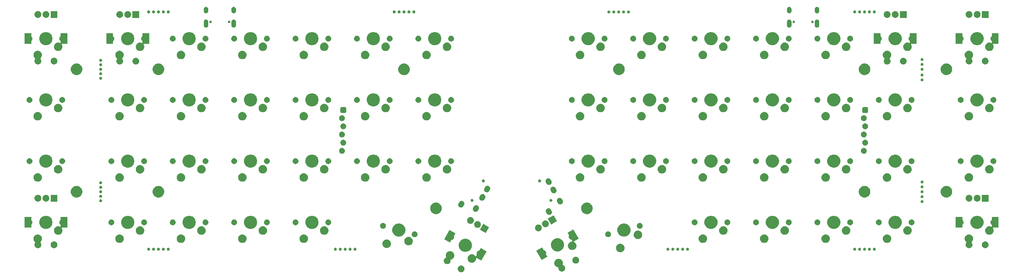
<source format=gts>
G04 #@! TF.GenerationSoftware,KiCad,Pcbnew,(5.1.2-1)-1*
G04 #@! TF.CreationDate,2020-07-25T17:32:48-05:00*
G04 #@! TF.ProjectId,Dori,446f7269-2e6b-4696-9361-645f70636258,rev?*
G04 #@! TF.SameCoordinates,Original*
G04 #@! TF.FileFunction,Soldermask,Top*
G04 #@! TF.FilePolarity,Negative*
%FSLAX46Y46*%
G04 Gerber Fmt 4.6, Leading zero omitted, Abs format (unit mm)*
G04 Created by KiCad (PCBNEW (5.1.2-1)-1) date 2020-07-25 17:32:48*
%MOMM*%
%LPD*%
G04 APERTURE LIST*
%ADD10C,0.100000*%
G04 APERTURE END LIST*
D10*
G36*
X229952878Y-122982817D02*
G01*
X230144147Y-123062043D01*
X230144149Y-123062044D01*
X230262324Y-123141006D01*
X230316287Y-123177063D01*
X230462679Y-123323455D01*
X230577699Y-123495595D01*
X230656925Y-123686864D01*
X230697314Y-123889912D01*
X230697314Y-124096944D01*
X230656925Y-124299992D01*
X230581969Y-124480952D01*
X230577698Y-124491263D01*
X230462679Y-124663401D01*
X230316287Y-124809793D01*
X230144149Y-124924812D01*
X230144148Y-124924813D01*
X230144147Y-124924813D01*
X229952878Y-125004039D01*
X229749830Y-125044428D01*
X229542798Y-125044428D01*
X229339750Y-125004039D01*
X229148481Y-124924813D01*
X229148480Y-124924813D01*
X229148479Y-124924812D01*
X228976341Y-124809793D01*
X228829949Y-124663401D01*
X228714930Y-124491263D01*
X228710659Y-124480952D01*
X228635703Y-124299992D01*
X228595314Y-124096944D01*
X228595314Y-123889912D01*
X228635703Y-123686864D01*
X228714929Y-123495595D01*
X228829949Y-123323455D01*
X228976341Y-123177063D01*
X229030304Y-123141006D01*
X229148479Y-123062044D01*
X229148481Y-123062043D01*
X229339750Y-122982817D01*
X229542798Y-122942428D01*
X229749830Y-122942428D01*
X229952878Y-122982817D01*
X229952878Y-122982817D01*
G37*
G36*
X260138613Y-120896292D02*
G01*
X260266220Y-120921674D01*
X260406096Y-120979613D01*
X260506625Y-121021253D01*
X260506626Y-121021254D01*
X260722987Y-121165821D01*
X260906986Y-121349820D01*
X260947183Y-121409980D01*
X261051554Y-121566182D01*
X261076472Y-121626341D01*
X261151133Y-121806587D01*
X261176515Y-121934194D01*
X261201898Y-122061800D01*
X261201898Y-122322018D01*
X261151133Y-122577230D01*
X261126904Y-122635724D01*
X261119791Y-122659173D01*
X261117389Y-122683559D01*
X261119791Y-122707946D01*
X261126904Y-122731394D01*
X261138455Y-122753005D01*
X261154001Y-122771947D01*
X261172943Y-122787492D01*
X261194553Y-122799043D01*
X261389019Y-122879594D01*
X261389021Y-122879595D01*
X261561159Y-122994614D01*
X261707551Y-123141006D01*
X261731644Y-123177063D01*
X261822571Y-123313146D01*
X261901797Y-123504415D01*
X261942186Y-123707463D01*
X261942186Y-123914495D01*
X261901797Y-124117543D01*
X261826224Y-124299992D01*
X261822570Y-124308814D01*
X261707551Y-124480952D01*
X261561159Y-124627344D01*
X261389021Y-124742363D01*
X261389020Y-124742364D01*
X261389019Y-124742364D01*
X261197750Y-124821590D01*
X260994702Y-124861979D01*
X260787670Y-124861979D01*
X260584622Y-124821590D01*
X260393353Y-124742364D01*
X260393352Y-124742364D01*
X260393351Y-124742363D01*
X260221213Y-124627344D01*
X260074821Y-124480952D01*
X259959802Y-124308814D01*
X259956148Y-124299992D01*
X259880575Y-124117543D01*
X259840186Y-123914495D01*
X259840186Y-123707463D01*
X259849624Y-123660016D01*
X259852026Y-123635630D01*
X259849624Y-123611244D01*
X259842511Y-123587795D01*
X259830960Y-123566185D01*
X259815415Y-123547243D01*
X259796473Y-123531697D01*
X259774862Y-123520146D01*
X259751413Y-123513033D01*
X259602387Y-123483390D01*
X259495576Y-123462144D01*
X259395997Y-123420897D01*
X259255171Y-123362565D01*
X259181207Y-123313144D01*
X259038809Y-123217997D01*
X258854810Y-123033998D01*
X258710243Y-122817637D01*
X258710242Y-122817636D01*
X258634892Y-122635724D01*
X258610663Y-122577231D01*
X258559898Y-122322016D01*
X258559898Y-122061802D01*
X258561353Y-122054488D01*
X258585280Y-121934195D01*
X258610663Y-121806587D01*
X258685324Y-121626341D01*
X258710242Y-121566182D01*
X258814613Y-121409980D01*
X258854810Y-121349820D01*
X259038809Y-121165821D01*
X259255170Y-121021254D01*
X259255171Y-121021253D01*
X259355700Y-120979613D01*
X259495576Y-120921674D01*
X259623183Y-120896292D01*
X259750789Y-120870909D01*
X260011007Y-120870909D01*
X260138613Y-120896292D01*
X260138613Y-120896292D01*
G37*
G36*
X226470912Y-118513340D02*
G01*
X226598520Y-118538723D01*
X226690788Y-118576942D01*
X226838925Y-118638302D01*
X226890181Y-118672550D01*
X227055287Y-118782870D01*
X227239286Y-118966869D01*
X227335883Y-119111437D01*
X227383854Y-119183231D01*
X227425101Y-119282810D01*
X227483433Y-119423636D01*
X227491313Y-119463253D01*
X227534198Y-119678849D01*
X227534198Y-119939067D01*
X227513472Y-120043261D01*
X227483433Y-120194280D01*
X227439489Y-120300369D01*
X227383854Y-120434685D01*
X227350323Y-120484868D01*
X227239286Y-120651047D01*
X227055287Y-120835046D01*
X226925638Y-120921674D01*
X226838925Y-120979614D01*
X226739346Y-121020861D01*
X226598520Y-121079193D01*
X226520569Y-121094698D01*
X226439134Y-121110897D01*
X226415685Y-121118010D01*
X226394074Y-121129561D01*
X226375132Y-121145107D01*
X226359587Y-121164049D01*
X226348036Y-121185659D01*
X226340923Y-121209108D01*
X226338521Y-121233494D01*
X226340923Y-121257880D01*
X226367186Y-121389912D01*
X226367186Y-121596944D01*
X226326797Y-121799992D01*
X226322510Y-121810341D01*
X226247570Y-121991263D01*
X226132551Y-122163401D01*
X225986159Y-122309793D01*
X225814021Y-122424812D01*
X225814020Y-122424813D01*
X225814019Y-122424813D01*
X225622750Y-122504039D01*
X225419702Y-122544428D01*
X225212670Y-122544428D01*
X225009622Y-122504039D01*
X224818353Y-122424813D01*
X224818352Y-122424813D01*
X224818351Y-122424812D01*
X224646213Y-122309793D01*
X224499821Y-122163401D01*
X224384802Y-121991263D01*
X224309862Y-121810341D01*
X224305575Y-121799992D01*
X224265186Y-121596944D01*
X224265186Y-121389912D01*
X224305575Y-121186864D01*
X224384801Y-120995595D01*
X224499821Y-120823455D01*
X224646213Y-120677063D01*
X224755739Y-120603880D01*
X224818351Y-120562044D01*
X224818353Y-120562043D01*
X224939254Y-120511964D01*
X224960865Y-120500413D01*
X224979807Y-120484868D01*
X224995352Y-120465926D01*
X225006903Y-120444315D01*
X225014016Y-120420866D01*
X225016418Y-120396480D01*
X225014016Y-120372094D01*
X225006903Y-120348645D01*
X224942963Y-120194279D01*
X224892198Y-119939067D01*
X224892198Y-119678849D01*
X224935083Y-119463253D01*
X224942963Y-119423636D01*
X225001295Y-119282810D01*
X225042542Y-119183231D01*
X225090513Y-119111437D01*
X225187110Y-118966869D01*
X225371109Y-118782870D01*
X225536215Y-118672550D01*
X225587471Y-118638302D01*
X225735608Y-118576942D01*
X225827876Y-118538723D01*
X225955484Y-118513340D01*
X226083089Y-118487958D01*
X226343307Y-118487958D01*
X226470912Y-118513340D01*
X226470912Y-118513340D01*
G37*
G36*
X265527878Y-120300368D02*
G01*
X265701040Y-120372094D01*
X265719149Y-120379595D01*
X265891287Y-120494614D01*
X266037679Y-120641006D01*
X266061772Y-120677063D01*
X266152699Y-120813146D01*
X266231925Y-121004415D01*
X266272314Y-121207463D01*
X266272314Y-121414495D01*
X266231925Y-121617543D01*
X266153620Y-121806589D01*
X266152698Y-121808814D01*
X266037679Y-121980952D01*
X265891287Y-122127344D01*
X265719149Y-122242363D01*
X265719148Y-122242364D01*
X265719147Y-122242364D01*
X265527878Y-122321590D01*
X265324830Y-122361979D01*
X265117798Y-122361979D01*
X264914750Y-122321590D01*
X264723481Y-122242364D01*
X264723480Y-122242364D01*
X264723479Y-122242363D01*
X264551341Y-122127344D01*
X264404949Y-121980952D01*
X264289930Y-121808814D01*
X264289008Y-121806589D01*
X264210703Y-121617543D01*
X264170314Y-121414495D01*
X264170314Y-121207463D01*
X264210703Y-121004415D01*
X264289929Y-120813146D01*
X264380857Y-120677063D01*
X264404949Y-120641006D01*
X264551341Y-120494614D01*
X264723479Y-120379595D01*
X264741588Y-120372094D01*
X264914750Y-120300368D01*
X265117798Y-120259979D01*
X265324830Y-120259979D01*
X265527878Y-120300368D01*
X265527878Y-120300368D01*
G37*
G36*
X237566686Y-118576942D02*
G01*
X235915685Y-121436559D01*
X234490958Y-120613993D01*
X234468639Y-120603880D01*
X234444775Y-120598315D01*
X234420284Y-120597514D01*
X234396107Y-120601505D01*
X234373173Y-120610137D01*
X234352364Y-120623077D01*
X234334480Y-120639827D01*
X234320207Y-120659746D01*
X234310094Y-120682065D01*
X234304529Y-120705929D01*
X234303460Y-120722245D01*
X234303460Y-120914362D01*
X234285547Y-121004414D01*
X234252695Y-121169575D01*
X234194363Y-121310401D01*
X234153116Y-121409980D01*
X234150099Y-121414495D01*
X234008548Y-121626342D01*
X233824549Y-121810341D01*
X233679981Y-121906938D01*
X233608187Y-121954909D01*
X233545313Y-121980952D01*
X233367782Y-122054488D01*
X233240175Y-122079870D01*
X233112569Y-122105253D01*
X232852351Y-122105253D01*
X232724745Y-122079870D01*
X232597138Y-122054488D01*
X232419607Y-121980952D01*
X232356733Y-121954909D01*
X232284939Y-121906938D01*
X232140371Y-121810341D01*
X231956372Y-121626342D01*
X231814821Y-121414495D01*
X231811804Y-121409980D01*
X231770557Y-121310401D01*
X231712225Y-121169575D01*
X231679373Y-121004414D01*
X231661460Y-120914362D01*
X231661460Y-120654144D01*
X231712225Y-120398933D01*
X231712225Y-120398931D01*
X231770557Y-120258105D01*
X231811804Y-120158526D01*
X231871524Y-120069149D01*
X231956372Y-119942164D01*
X232140371Y-119758165D01*
X232307724Y-119646344D01*
X232356733Y-119613597D01*
X232456312Y-119572350D01*
X232597138Y-119514018D01*
X232724745Y-119488636D01*
X232852351Y-119463253D01*
X233112569Y-119463253D01*
X233240175Y-119488636D01*
X233367782Y-119514018D01*
X233508608Y-119572350D01*
X233608187Y-119613597D01*
X233657196Y-119646344D01*
X233824549Y-119758165D01*
X234008548Y-119942164D01*
X234008550Y-119942167D01*
X234080739Y-120050206D01*
X234096284Y-120069148D01*
X234115226Y-120084694D01*
X234136837Y-120096245D01*
X234160286Y-120103358D01*
X234184672Y-120105760D01*
X234209058Y-120103358D01*
X234232507Y-120096245D01*
X234254117Y-120084694D01*
X234273059Y-120069149D01*
X234292924Y-120043261D01*
X234461354Y-119751532D01*
X234509198Y-119668663D01*
X234519311Y-119646344D01*
X234524876Y-119622480D01*
X234525677Y-119597989D01*
X234521686Y-119573812D01*
X234516430Y-119558329D01*
X234485071Y-119482624D01*
X234457124Y-119342121D01*
X234450412Y-119308380D01*
X234450412Y-119130718D01*
X234467742Y-119043597D01*
X234485071Y-118956474D01*
X234550123Y-118799427D01*
X234553059Y-118792338D01*
X234651758Y-118644624D01*
X234651760Y-118644621D01*
X234777384Y-118518997D01*
X234818213Y-118491716D01*
X234925101Y-118420296D01*
X234987395Y-118394493D01*
X235089237Y-118352308D01*
X235155608Y-118339106D01*
X235236996Y-118322917D01*
X235260445Y-118315804D01*
X235282056Y-118304253D01*
X235300998Y-118288708D01*
X235320862Y-118262819D01*
X235746299Y-117525941D01*
X237566686Y-118576942D01*
X237566686Y-118576942D01*
G37*
G36*
X255238913Y-118118952D02*
G01*
X255253186Y-118138871D01*
X255271070Y-118155621D01*
X255291879Y-118168561D01*
X255322779Y-118179050D01*
X255404269Y-118195259D01*
X255513692Y-118240584D01*
X255568405Y-118263247D01*
X255675293Y-118334667D01*
X255716122Y-118361948D01*
X255841746Y-118487572D01*
X255841748Y-118487575D01*
X255940447Y-118635289D01*
X255955881Y-118672550D01*
X256008435Y-118799425D01*
X256008435Y-118799427D01*
X256043094Y-118973669D01*
X256043094Y-119151331D01*
X256031541Y-119209411D01*
X256008435Y-119325575D01*
X256001576Y-119342133D01*
X255994467Y-119365570D01*
X255992065Y-119389956D01*
X255994467Y-119414342D01*
X256001580Y-119437791D01*
X256008812Y-119452456D01*
X256442202Y-120203109D01*
X254621815Y-121254110D01*
X252970814Y-118394493D01*
X254791201Y-117343492D01*
X255238913Y-118118952D01*
X255238913Y-118118952D01*
G37*
G36*
X279290589Y-116206083D02*
G01*
X279419174Y-116231660D01*
X279560000Y-116289992D01*
X279659579Y-116331239D01*
X279659580Y-116331240D01*
X279875941Y-116475807D01*
X280059940Y-116659806D01*
X280078175Y-116687097D01*
X280204508Y-116876168D01*
X280233976Y-116947311D01*
X280304087Y-117116573D01*
X280321184Y-117202526D01*
X280354852Y-117371786D01*
X280354852Y-117632004D01*
X280349424Y-117659292D01*
X280304087Y-117887217D01*
X280264372Y-117983096D01*
X280204508Y-118127622D01*
X280183294Y-118159371D01*
X280059940Y-118343984D01*
X279875941Y-118527983D01*
X279802668Y-118576942D01*
X279659579Y-118672551D01*
X279560000Y-118713798D01*
X279419174Y-118772130D01*
X279291566Y-118797513D01*
X279163961Y-118822895D01*
X278903743Y-118822895D01*
X278776138Y-118797513D01*
X278648530Y-118772130D01*
X278507704Y-118713798D01*
X278408125Y-118672551D01*
X278265036Y-118576942D01*
X278191763Y-118527983D01*
X278007764Y-118343984D01*
X277884410Y-118159371D01*
X277863196Y-118127622D01*
X277803332Y-117983096D01*
X277763617Y-117887217D01*
X277718280Y-117659292D01*
X277712852Y-117632004D01*
X277712852Y-117371786D01*
X277746520Y-117202526D01*
X277763617Y-117116573D01*
X277833728Y-116947311D01*
X277863196Y-116876168D01*
X277989529Y-116687097D01*
X278007764Y-116659806D01*
X278191763Y-116475807D01*
X278408124Y-116331240D01*
X278408125Y-116331239D01*
X278507704Y-116289992D01*
X278648530Y-116231660D01*
X278777115Y-116206083D01*
X278903743Y-116180895D01*
X279163961Y-116180895D01*
X279290589Y-116206083D01*
X279290589Y-116206083D01*
G37*
G36*
X231549377Y-114713233D02*
G01*
X231767377Y-114803532D01*
X231921526Y-114867382D01*
X232256451Y-115091172D01*
X232541280Y-115376001D01*
X232765070Y-115710926D01*
X232806006Y-115809755D01*
X232919219Y-116083075D01*
X232997803Y-116478143D01*
X232997803Y-116880955D01*
X232919219Y-117276023D01*
X232844594Y-117456184D01*
X232765070Y-117648172D01*
X232541280Y-117983097D01*
X232256451Y-118267926D01*
X231921526Y-118491716D01*
X231767377Y-118555566D01*
X231549377Y-118645865D01*
X231154309Y-118724449D01*
X230751497Y-118724449D01*
X230356429Y-118645865D01*
X230138429Y-118555566D01*
X229984280Y-118491716D01*
X229649355Y-118267926D01*
X229364526Y-117983097D01*
X229140736Y-117648172D01*
X229061212Y-117456184D01*
X228986587Y-117276023D01*
X228908003Y-116880955D01*
X228908003Y-116478143D01*
X228986587Y-116083075D01*
X229099800Y-115809755D01*
X229140736Y-115710926D01*
X229364526Y-115376001D01*
X229649355Y-115091172D01*
X229984280Y-114867382D01*
X230138429Y-114803532D01*
X230356429Y-114713233D01*
X230751497Y-114634649D01*
X231154309Y-114634649D01*
X231549377Y-114713233D01*
X231549377Y-114713233D01*
G37*
G36*
X260137077Y-114556184D02*
G01*
X260326508Y-114634649D01*
X260509226Y-114710333D01*
X260844151Y-114934123D01*
X261128980Y-115218952D01*
X261352770Y-115553877D01*
X261384467Y-115630400D01*
X261506919Y-115926026D01*
X261585503Y-116321094D01*
X261585503Y-116723906D01*
X261506919Y-117118974D01*
X261416620Y-117336974D01*
X261352770Y-117491123D01*
X261128980Y-117826048D01*
X260844151Y-118110877D01*
X260509226Y-118334667D01*
X260355077Y-118398517D01*
X260137077Y-118488816D01*
X259742009Y-118567400D01*
X259339197Y-118567400D01*
X258944129Y-118488816D01*
X258726129Y-118398517D01*
X258571980Y-118334667D01*
X258237055Y-118110877D01*
X257952226Y-117826048D01*
X257728436Y-117491123D01*
X257664586Y-117336974D01*
X257574287Y-117118974D01*
X257495703Y-116723906D01*
X257495703Y-116321094D01*
X257574287Y-115926026D01*
X257696739Y-115630400D01*
X257728436Y-115553877D01*
X257952226Y-115218952D01*
X258237055Y-114934123D01*
X258571980Y-114710333D01*
X258754698Y-114634649D01*
X258944129Y-114556184D01*
X259339197Y-114477600D01*
X259742009Y-114477600D01*
X260137077Y-114556184D01*
X260137077Y-114556184D01*
G37*
G36*
X190758552Y-117438206D02*
G01*
X190840627Y-117472203D01*
X190840629Y-117472204D01*
X190914496Y-117521561D01*
X190977314Y-117584379D01*
X191019940Y-117648172D01*
X191026672Y-117658248D01*
X191060669Y-117740323D01*
X191078000Y-117827454D01*
X191078000Y-117916296D01*
X191060669Y-118003427D01*
X191026672Y-118085502D01*
X191026671Y-118085504D01*
X190977314Y-118159371D01*
X190914496Y-118222189D01*
X190840629Y-118271546D01*
X190840628Y-118271547D01*
X190840627Y-118271547D01*
X190758552Y-118305544D01*
X190671421Y-118322875D01*
X190582579Y-118322875D01*
X190495448Y-118305544D01*
X190413373Y-118271547D01*
X190413372Y-118271547D01*
X190413371Y-118271546D01*
X190339504Y-118222189D01*
X190276686Y-118159371D01*
X190227329Y-118085504D01*
X190227328Y-118085502D01*
X190193331Y-118003427D01*
X190176000Y-117916296D01*
X190176000Y-117827454D01*
X190193331Y-117740323D01*
X190227328Y-117658248D01*
X190234061Y-117648172D01*
X190276686Y-117584379D01*
X190339504Y-117521561D01*
X190413371Y-117472204D01*
X190413373Y-117472203D01*
X190495448Y-117438206D01*
X190582579Y-117420875D01*
X190671421Y-117420875D01*
X190758552Y-117438206D01*
X190758552Y-117438206D01*
G37*
G36*
X138910802Y-117438206D02*
G01*
X138992877Y-117472203D01*
X138992879Y-117472204D01*
X139066746Y-117521561D01*
X139129564Y-117584379D01*
X139172190Y-117648172D01*
X139178922Y-117658248D01*
X139212919Y-117740323D01*
X139230250Y-117827454D01*
X139230250Y-117916296D01*
X139212919Y-118003427D01*
X139178922Y-118085502D01*
X139178921Y-118085504D01*
X139129564Y-118159371D01*
X139066746Y-118222189D01*
X138992879Y-118271546D01*
X138992878Y-118271547D01*
X138992877Y-118271547D01*
X138910802Y-118305544D01*
X138823671Y-118322875D01*
X138734829Y-118322875D01*
X138647698Y-118305544D01*
X138565623Y-118271547D01*
X138565622Y-118271547D01*
X138565621Y-118271546D01*
X138491754Y-118222189D01*
X138428936Y-118159371D01*
X138379579Y-118085504D01*
X138379578Y-118085502D01*
X138345581Y-118003427D01*
X138328250Y-117916296D01*
X138328250Y-117827454D01*
X138345581Y-117740323D01*
X138379578Y-117658248D01*
X138386311Y-117648172D01*
X138428936Y-117584379D01*
X138491754Y-117521561D01*
X138565621Y-117472204D01*
X138565623Y-117472203D01*
X138647698Y-117438206D01*
X138734829Y-117420875D01*
X138823671Y-117420875D01*
X138910802Y-117438206D01*
X138910802Y-117438206D01*
G37*
G36*
X137386802Y-117438206D02*
G01*
X137468877Y-117472203D01*
X137468879Y-117472204D01*
X137542746Y-117521561D01*
X137605564Y-117584379D01*
X137648190Y-117648172D01*
X137654922Y-117658248D01*
X137688919Y-117740323D01*
X137706250Y-117827454D01*
X137706250Y-117916296D01*
X137688919Y-118003427D01*
X137654922Y-118085502D01*
X137654921Y-118085504D01*
X137605564Y-118159371D01*
X137542746Y-118222189D01*
X137468879Y-118271546D01*
X137468878Y-118271547D01*
X137468877Y-118271547D01*
X137386802Y-118305544D01*
X137299671Y-118322875D01*
X137210829Y-118322875D01*
X137123698Y-118305544D01*
X137041623Y-118271547D01*
X137041622Y-118271547D01*
X137041621Y-118271546D01*
X136967754Y-118222189D01*
X136904936Y-118159371D01*
X136855579Y-118085504D01*
X136855578Y-118085502D01*
X136821581Y-118003427D01*
X136804250Y-117916296D01*
X136804250Y-117827454D01*
X136821581Y-117740323D01*
X136855578Y-117658248D01*
X136862311Y-117648172D01*
X136904936Y-117584379D01*
X136967754Y-117521561D01*
X137041621Y-117472204D01*
X137041623Y-117472203D01*
X137123698Y-117438206D01*
X137210829Y-117420875D01*
X137299671Y-117420875D01*
X137386802Y-117438206D01*
X137386802Y-117438206D01*
G37*
G36*
X135862802Y-117438206D02*
G01*
X135944877Y-117472203D01*
X135944879Y-117472204D01*
X136018746Y-117521561D01*
X136081564Y-117584379D01*
X136124190Y-117648172D01*
X136130922Y-117658248D01*
X136164919Y-117740323D01*
X136182250Y-117827454D01*
X136182250Y-117916296D01*
X136164919Y-118003427D01*
X136130922Y-118085502D01*
X136130921Y-118085504D01*
X136081564Y-118159371D01*
X136018746Y-118222189D01*
X135944879Y-118271546D01*
X135944878Y-118271547D01*
X135944877Y-118271547D01*
X135862802Y-118305544D01*
X135775671Y-118322875D01*
X135686829Y-118322875D01*
X135599698Y-118305544D01*
X135517623Y-118271547D01*
X135517622Y-118271547D01*
X135517621Y-118271546D01*
X135443754Y-118222189D01*
X135380936Y-118159371D01*
X135331579Y-118085504D01*
X135331578Y-118085502D01*
X135297581Y-118003427D01*
X135280250Y-117916296D01*
X135280250Y-117827454D01*
X135297581Y-117740323D01*
X135331578Y-117658248D01*
X135338311Y-117648172D01*
X135380936Y-117584379D01*
X135443754Y-117521561D01*
X135517621Y-117472204D01*
X135517623Y-117472203D01*
X135599698Y-117438206D01*
X135686829Y-117420875D01*
X135775671Y-117420875D01*
X135862802Y-117438206D01*
X135862802Y-117438206D01*
G37*
G36*
X134338802Y-117438206D02*
G01*
X134420877Y-117472203D01*
X134420879Y-117472204D01*
X134494746Y-117521561D01*
X134557564Y-117584379D01*
X134600190Y-117648172D01*
X134606922Y-117658248D01*
X134640919Y-117740323D01*
X134658250Y-117827454D01*
X134658250Y-117916296D01*
X134640919Y-118003427D01*
X134606922Y-118085502D01*
X134606921Y-118085504D01*
X134557564Y-118159371D01*
X134494746Y-118222189D01*
X134420879Y-118271546D01*
X134420878Y-118271547D01*
X134420877Y-118271547D01*
X134338802Y-118305544D01*
X134251671Y-118322875D01*
X134162829Y-118322875D01*
X134075698Y-118305544D01*
X133993623Y-118271547D01*
X133993622Y-118271547D01*
X133993621Y-118271546D01*
X133919754Y-118222189D01*
X133856936Y-118159371D01*
X133807579Y-118085504D01*
X133807578Y-118085502D01*
X133773581Y-118003427D01*
X133756250Y-117916296D01*
X133756250Y-117827454D01*
X133773581Y-117740323D01*
X133807578Y-117658248D01*
X133814311Y-117648172D01*
X133856936Y-117584379D01*
X133919754Y-117521561D01*
X133993621Y-117472204D01*
X133993623Y-117472203D01*
X134075698Y-117438206D01*
X134162829Y-117420875D01*
X134251671Y-117420875D01*
X134338802Y-117438206D01*
X134338802Y-117438206D01*
G37*
G36*
X132814802Y-117438206D02*
G01*
X132896877Y-117472203D01*
X132896879Y-117472204D01*
X132970746Y-117521561D01*
X133033564Y-117584379D01*
X133076190Y-117648172D01*
X133082922Y-117658248D01*
X133116919Y-117740323D01*
X133134250Y-117827454D01*
X133134250Y-117916296D01*
X133116919Y-118003427D01*
X133082922Y-118085502D01*
X133082921Y-118085504D01*
X133033564Y-118159371D01*
X132970746Y-118222189D01*
X132896879Y-118271546D01*
X132896878Y-118271547D01*
X132896877Y-118271547D01*
X132814802Y-118305544D01*
X132727671Y-118322875D01*
X132638829Y-118322875D01*
X132551698Y-118305544D01*
X132469623Y-118271547D01*
X132469622Y-118271547D01*
X132469621Y-118271546D01*
X132395754Y-118222189D01*
X132332936Y-118159371D01*
X132283579Y-118085504D01*
X132283578Y-118085502D01*
X132249581Y-118003427D01*
X132232250Y-117916296D01*
X132232250Y-117827454D01*
X132249581Y-117740323D01*
X132283578Y-117658248D01*
X132290311Y-117648172D01*
X132332936Y-117584379D01*
X132395754Y-117521561D01*
X132469621Y-117472204D01*
X132469623Y-117472203D01*
X132551698Y-117438206D01*
X132638829Y-117420875D01*
X132727671Y-117420875D01*
X132814802Y-117438206D01*
X132814802Y-117438206D01*
G37*
G36*
X192282552Y-117438206D02*
G01*
X192364627Y-117472203D01*
X192364629Y-117472204D01*
X192438496Y-117521561D01*
X192501314Y-117584379D01*
X192543940Y-117648172D01*
X192550672Y-117658248D01*
X192584669Y-117740323D01*
X192602000Y-117827454D01*
X192602000Y-117916296D01*
X192584669Y-118003427D01*
X192550672Y-118085502D01*
X192550671Y-118085504D01*
X192501314Y-118159371D01*
X192438496Y-118222189D01*
X192364629Y-118271546D01*
X192364628Y-118271547D01*
X192364627Y-118271547D01*
X192282552Y-118305544D01*
X192195421Y-118322875D01*
X192106579Y-118322875D01*
X192019448Y-118305544D01*
X191937373Y-118271547D01*
X191937372Y-118271547D01*
X191937371Y-118271546D01*
X191863504Y-118222189D01*
X191800686Y-118159371D01*
X191751329Y-118085504D01*
X191751328Y-118085502D01*
X191717331Y-118003427D01*
X191700000Y-117916296D01*
X191700000Y-117827454D01*
X191717331Y-117740323D01*
X191751328Y-117658248D01*
X191758061Y-117648172D01*
X191800686Y-117584379D01*
X191863504Y-117521561D01*
X191937371Y-117472204D01*
X191937373Y-117472203D01*
X192019448Y-117438206D01*
X192106579Y-117420875D01*
X192195421Y-117420875D01*
X192282552Y-117438206D01*
X192282552Y-117438206D01*
G37*
G36*
X357985802Y-117438206D02*
G01*
X358067877Y-117472203D01*
X358067879Y-117472204D01*
X358141746Y-117521561D01*
X358204564Y-117584379D01*
X358247190Y-117648172D01*
X358253922Y-117658248D01*
X358287919Y-117740323D01*
X358305250Y-117827454D01*
X358305250Y-117916296D01*
X358287919Y-118003427D01*
X358253922Y-118085502D01*
X358253921Y-118085504D01*
X358204564Y-118159371D01*
X358141746Y-118222189D01*
X358067879Y-118271546D01*
X358067878Y-118271547D01*
X358067877Y-118271547D01*
X357985802Y-118305544D01*
X357898671Y-118322875D01*
X357809829Y-118322875D01*
X357722698Y-118305544D01*
X357640623Y-118271547D01*
X357640622Y-118271547D01*
X357640621Y-118271546D01*
X357566754Y-118222189D01*
X357503936Y-118159371D01*
X357454579Y-118085504D01*
X357454578Y-118085502D01*
X357420581Y-118003427D01*
X357403250Y-117916296D01*
X357403250Y-117827454D01*
X357420581Y-117740323D01*
X357454578Y-117658248D01*
X357461311Y-117648172D01*
X357503936Y-117584379D01*
X357566754Y-117521561D01*
X357640621Y-117472204D01*
X357640623Y-117472203D01*
X357722698Y-117438206D01*
X357809829Y-117420875D01*
X357898671Y-117420875D01*
X357985802Y-117438206D01*
X357985802Y-117438206D01*
G37*
G36*
X356461802Y-117438206D02*
G01*
X356543877Y-117472203D01*
X356543879Y-117472204D01*
X356617746Y-117521561D01*
X356680564Y-117584379D01*
X356723190Y-117648172D01*
X356729922Y-117658248D01*
X356763919Y-117740323D01*
X356781250Y-117827454D01*
X356781250Y-117916296D01*
X356763919Y-118003427D01*
X356729922Y-118085502D01*
X356729921Y-118085504D01*
X356680564Y-118159371D01*
X356617746Y-118222189D01*
X356543879Y-118271546D01*
X356543878Y-118271547D01*
X356543877Y-118271547D01*
X356461802Y-118305544D01*
X356374671Y-118322875D01*
X356285829Y-118322875D01*
X356198698Y-118305544D01*
X356116623Y-118271547D01*
X356116622Y-118271547D01*
X356116621Y-118271546D01*
X356042754Y-118222189D01*
X355979936Y-118159371D01*
X355930579Y-118085504D01*
X355930578Y-118085502D01*
X355896581Y-118003427D01*
X355879250Y-117916296D01*
X355879250Y-117827454D01*
X355896581Y-117740323D01*
X355930578Y-117658248D01*
X355937311Y-117648172D01*
X355979936Y-117584379D01*
X356042754Y-117521561D01*
X356116621Y-117472204D01*
X356116623Y-117472203D01*
X356198698Y-117438206D01*
X356285829Y-117420875D01*
X356374671Y-117420875D01*
X356461802Y-117438206D01*
X356461802Y-117438206D01*
G37*
G36*
X354937802Y-117438206D02*
G01*
X355019877Y-117472203D01*
X355019879Y-117472204D01*
X355093746Y-117521561D01*
X355156564Y-117584379D01*
X355199190Y-117648172D01*
X355205922Y-117658248D01*
X355239919Y-117740323D01*
X355257250Y-117827454D01*
X355257250Y-117916296D01*
X355239919Y-118003427D01*
X355205922Y-118085502D01*
X355205921Y-118085504D01*
X355156564Y-118159371D01*
X355093746Y-118222189D01*
X355019879Y-118271546D01*
X355019878Y-118271547D01*
X355019877Y-118271547D01*
X354937802Y-118305544D01*
X354850671Y-118322875D01*
X354761829Y-118322875D01*
X354674698Y-118305544D01*
X354592623Y-118271547D01*
X354592622Y-118271547D01*
X354592621Y-118271546D01*
X354518754Y-118222189D01*
X354455936Y-118159371D01*
X354406579Y-118085504D01*
X354406578Y-118085502D01*
X354372581Y-118003427D01*
X354355250Y-117916296D01*
X354355250Y-117827454D01*
X354372581Y-117740323D01*
X354406578Y-117658248D01*
X354413311Y-117648172D01*
X354455936Y-117584379D01*
X354518754Y-117521561D01*
X354592621Y-117472204D01*
X354592623Y-117472203D01*
X354674698Y-117438206D01*
X354761829Y-117420875D01*
X354850671Y-117420875D01*
X354937802Y-117438206D01*
X354937802Y-117438206D01*
G37*
G36*
X353413802Y-117438206D02*
G01*
X353495877Y-117472203D01*
X353495879Y-117472204D01*
X353569746Y-117521561D01*
X353632564Y-117584379D01*
X353675190Y-117648172D01*
X353681922Y-117658248D01*
X353715919Y-117740323D01*
X353733250Y-117827454D01*
X353733250Y-117916296D01*
X353715919Y-118003427D01*
X353681922Y-118085502D01*
X353681921Y-118085504D01*
X353632564Y-118159371D01*
X353569746Y-118222189D01*
X353495879Y-118271546D01*
X353495878Y-118271547D01*
X353495877Y-118271547D01*
X353413802Y-118305544D01*
X353326671Y-118322875D01*
X353237829Y-118322875D01*
X353150698Y-118305544D01*
X353068623Y-118271547D01*
X353068622Y-118271547D01*
X353068621Y-118271546D01*
X352994754Y-118222189D01*
X352931936Y-118159371D01*
X352882579Y-118085504D01*
X352882578Y-118085502D01*
X352848581Y-118003427D01*
X352831250Y-117916296D01*
X352831250Y-117827454D01*
X352848581Y-117740323D01*
X352882578Y-117658248D01*
X352889311Y-117648172D01*
X352931936Y-117584379D01*
X352994754Y-117521561D01*
X353068621Y-117472204D01*
X353068623Y-117472203D01*
X353150698Y-117438206D01*
X353237829Y-117420875D01*
X353326671Y-117420875D01*
X353413802Y-117438206D01*
X353413802Y-117438206D01*
G37*
G36*
X351889802Y-117438206D02*
G01*
X351971877Y-117472203D01*
X351971879Y-117472204D01*
X352045746Y-117521561D01*
X352108564Y-117584379D01*
X352151190Y-117648172D01*
X352157922Y-117658248D01*
X352191919Y-117740323D01*
X352209250Y-117827454D01*
X352209250Y-117916296D01*
X352191919Y-118003427D01*
X352157922Y-118085502D01*
X352157921Y-118085504D01*
X352108564Y-118159371D01*
X352045746Y-118222189D01*
X351971879Y-118271546D01*
X351971878Y-118271547D01*
X351971877Y-118271547D01*
X351889802Y-118305544D01*
X351802671Y-118322875D01*
X351713829Y-118322875D01*
X351626698Y-118305544D01*
X351544623Y-118271547D01*
X351544622Y-118271547D01*
X351544621Y-118271546D01*
X351470754Y-118222189D01*
X351407936Y-118159371D01*
X351358579Y-118085504D01*
X351358578Y-118085502D01*
X351324581Y-118003427D01*
X351307250Y-117916296D01*
X351307250Y-117827454D01*
X351324581Y-117740323D01*
X351358578Y-117658248D01*
X351365311Y-117648172D01*
X351407936Y-117584379D01*
X351470754Y-117521561D01*
X351544621Y-117472204D01*
X351544623Y-117472203D01*
X351626698Y-117438206D01*
X351713829Y-117420875D01*
X351802671Y-117420875D01*
X351889802Y-117438206D01*
X351889802Y-117438206D01*
G37*
G36*
X300042052Y-117438206D02*
G01*
X300124127Y-117472203D01*
X300124129Y-117472204D01*
X300197996Y-117521561D01*
X300260814Y-117584379D01*
X300303440Y-117648172D01*
X300310172Y-117658248D01*
X300344169Y-117740323D01*
X300361500Y-117827454D01*
X300361500Y-117916296D01*
X300344169Y-118003427D01*
X300310172Y-118085502D01*
X300310171Y-118085504D01*
X300260814Y-118159371D01*
X300197996Y-118222189D01*
X300124129Y-118271546D01*
X300124128Y-118271547D01*
X300124127Y-118271547D01*
X300042052Y-118305544D01*
X299954921Y-118322875D01*
X299866079Y-118322875D01*
X299778948Y-118305544D01*
X299696873Y-118271547D01*
X299696872Y-118271547D01*
X299696871Y-118271546D01*
X299623004Y-118222189D01*
X299560186Y-118159371D01*
X299510829Y-118085504D01*
X299510828Y-118085502D01*
X299476831Y-118003427D01*
X299459500Y-117916296D01*
X299459500Y-117827454D01*
X299476831Y-117740323D01*
X299510828Y-117658248D01*
X299517561Y-117648172D01*
X299560186Y-117584379D01*
X299623004Y-117521561D01*
X299696871Y-117472204D01*
X299696873Y-117472203D01*
X299778948Y-117438206D01*
X299866079Y-117420875D01*
X299954921Y-117420875D01*
X300042052Y-117438206D01*
X300042052Y-117438206D01*
G37*
G36*
X298518052Y-117438206D02*
G01*
X298600127Y-117472203D01*
X298600129Y-117472204D01*
X298673996Y-117521561D01*
X298736814Y-117584379D01*
X298779440Y-117648172D01*
X298786172Y-117658248D01*
X298820169Y-117740323D01*
X298837500Y-117827454D01*
X298837500Y-117916296D01*
X298820169Y-118003427D01*
X298786172Y-118085502D01*
X298786171Y-118085504D01*
X298736814Y-118159371D01*
X298673996Y-118222189D01*
X298600129Y-118271546D01*
X298600128Y-118271547D01*
X298600127Y-118271547D01*
X298518052Y-118305544D01*
X298430921Y-118322875D01*
X298342079Y-118322875D01*
X298254948Y-118305544D01*
X298172873Y-118271547D01*
X298172872Y-118271547D01*
X298172871Y-118271546D01*
X298099004Y-118222189D01*
X298036186Y-118159371D01*
X297986829Y-118085504D01*
X297986828Y-118085502D01*
X297952831Y-118003427D01*
X297935500Y-117916296D01*
X297935500Y-117827454D01*
X297952831Y-117740323D01*
X297986828Y-117658248D01*
X297993561Y-117648172D01*
X298036186Y-117584379D01*
X298099004Y-117521561D01*
X298172871Y-117472204D01*
X298172873Y-117472203D01*
X298254948Y-117438206D01*
X298342079Y-117420875D01*
X298430921Y-117420875D01*
X298518052Y-117438206D01*
X298518052Y-117438206D01*
G37*
G36*
X193806552Y-117438206D02*
G01*
X193888627Y-117472203D01*
X193888629Y-117472204D01*
X193962496Y-117521561D01*
X194025314Y-117584379D01*
X194067940Y-117648172D01*
X194074672Y-117658248D01*
X194108669Y-117740323D01*
X194126000Y-117827454D01*
X194126000Y-117916296D01*
X194108669Y-118003427D01*
X194074672Y-118085502D01*
X194074671Y-118085504D01*
X194025314Y-118159371D01*
X193962496Y-118222189D01*
X193888629Y-118271546D01*
X193888628Y-118271547D01*
X193888627Y-118271547D01*
X193806552Y-118305544D01*
X193719421Y-118322875D01*
X193630579Y-118322875D01*
X193543448Y-118305544D01*
X193461373Y-118271547D01*
X193461372Y-118271547D01*
X193461371Y-118271546D01*
X193387504Y-118222189D01*
X193324686Y-118159371D01*
X193275329Y-118085504D01*
X193275328Y-118085502D01*
X193241331Y-118003427D01*
X193224000Y-117916296D01*
X193224000Y-117827454D01*
X193241331Y-117740323D01*
X193275328Y-117658248D01*
X193282061Y-117648172D01*
X193324686Y-117584379D01*
X193387504Y-117521561D01*
X193461371Y-117472204D01*
X193461373Y-117472203D01*
X193543448Y-117438206D01*
X193630579Y-117420875D01*
X193719421Y-117420875D01*
X193806552Y-117438206D01*
X193806552Y-117438206D01*
G37*
G36*
X196854552Y-117438206D02*
G01*
X196936627Y-117472203D01*
X196936629Y-117472204D01*
X197010496Y-117521561D01*
X197073314Y-117584379D01*
X197115940Y-117648172D01*
X197122672Y-117658248D01*
X197156669Y-117740323D01*
X197174000Y-117827454D01*
X197174000Y-117916296D01*
X197156669Y-118003427D01*
X197122672Y-118085502D01*
X197122671Y-118085504D01*
X197073314Y-118159371D01*
X197010496Y-118222189D01*
X196936629Y-118271546D01*
X196936628Y-118271547D01*
X196936627Y-118271547D01*
X196854552Y-118305544D01*
X196767421Y-118322875D01*
X196678579Y-118322875D01*
X196591448Y-118305544D01*
X196509373Y-118271547D01*
X196509372Y-118271547D01*
X196509371Y-118271546D01*
X196435504Y-118222189D01*
X196372686Y-118159371D01*
X196323329Y-118085504D01*
X196323328Y-118085502D01*
X196289331Y-118003427D01*
X196272000Y-117916296D01*
X196272000Y-117827454D01*
X196289331Y-117740323D01*
X196323328Y-117658248D01*
X196330061Y-117648172D01*
X196372686Y-117584379D01*
X196435504Y-117521561D01*
X196509371Y-117472204D01*
X196509373Y-117472203D01*
X196591448Y-117438206D01*
X196678579Y-117420875D01*
X196767421Y-117420875D01*
X196854552Y-117438206D01*
X196854552Y-117438206D01*
G37*
G36*
X195330552Y-117438206D02*
G01*
X195412627Y-117472203D01*
X195412629Y-117472204D01*
X195486496Y-117521561D01*
X195549314Y-117584379D01*
X195591940Y-117648172D01*
X195598672Y-117658248D01*
X195632669Y-117740323D01*
X195650000Y-117827454D01*
X195650000Y-117916296D01*
X195632669Y-118003427D01*
X195598672Y-118085502D01*
X195598671Y-118085504D01*
X195549314Y-118159371D01*
X195486496Y-118222189D01*
X195412629Y-118271546D01*
X195412628Y-118271547D01*
X195412627Y-118271547D01*
X195330552Y-118305544D01*
X195243421Y-118322875D01*
X195154579Y-118322875D01*
X195067448Y-118305544D01*
X194985373Y-118271547D01*
X194985372Y-118271547D01*
X194985371Y-118271546D01*
X194911504Y-118222189D01*
X194848686Y-118159371D01*
X194799329Y-118085504D01*
X194799328Y-118085502D01*
X194765331Y-118003427D01*
X194748000Y-117916296D01*
X194748000Y-117827454D01*
X194765331Y-117740323D01*
X194799328Y-117658248D01*
X194806061Y-117648172D01*
X194848686Y-117584379D01*
X194911504Y-117521561D01*
X194985371Y-117472204D01*
X194985373Y-117472203D01*
X195067448Y-117438206D01*
X195154579Y-117420875D01*
X195243421Y-117420875D01*
X195330552Y-117438206D01*
X195330552Y-117438206D01*
G37*
G36*
X293946052Y-117438206D02*
G01*
X294028127Y-117472203D01*
X294028129Y-117472204D01*
X294101996Y-117521561D01*
X294164814Y-117584379D01*
X294207440Y-117648172D01*
X294214172Y-117658248D01*
X294248169Y-117740323D01*
X294265500Y-117827454D01*
X294265500Y-117916296D01*
X294248169Y-118003427D01*
X294214172Y-118085502D01*
X294214171Y-118085504D01*
X294164814Y-118159371D01*
X294101996Y-118222189D01*
X294028129Y-118271546D01*
X294028128Y-118271547D01*
X294028127Y-118271547D01*
X293946052Y-118305544D01*
X293858921Y-118322875D01*
X293770079Y-118322875D01*
X293682948Y-118305544D01*
X293600873Y-118271547D01*
X293600872Y-118271547D01*
X293600871Y-118271546D01*
X293527004Y-118222189D01*
X293464186Y-118159371D01*
X293414829Y-118085504D01*
X293414828Y-118085502D01*
X293380831Y-118003427D01*
X293363500Y-117916296D01*
X293363500Y-117827454D01*
X293380831Y-117740323D01*
X293414828Y-117658248D01*
X293421561Y-117648172D01*
X293464186Y-117584379D01*
X293527004Y-117521561D01*
X293600871Y-117472204D01*
X293600873Y-117472203D01*
X293682948Y-117438206D01*
X293770079Y-117420875D01*
X293858921Y-117420875D01*
X293946052Y-117438206D01*
X293946052Y-117438206D01*
G37*
G36*
X295470052Y-117438206D02*
G01*
X295552127Y-117472203D01*
X295552129Y-117472204D01*
X295625996Y-117521561D01*
X295688814Y-117584379D01*
X295731440Y-117648172D01*
X295738172Y-117658248D01*
X295772169Y-117740323D01*
X295789500Y-117827454D01*
X295789500Y-117916296D01*
X295772169Y-118003427D01*
X295738172Y-118085502D01*
X295738171Y-118085504D01*
X295688814Y-118159371D01*
X295625996Y-118222189D01*
X295552129Y-118271546D01*
X295552128Y-118271547D01*
X295552127Y-118271547D01*
X295470052Y-118305544D01*
X295382921Y-118322875D01*
X295294079Y-118322875D01*
X295206948Y-118305544D01*
X295124873Y-118271547D01*
X295124872Y-118271547D01*
X295124871Y-118271546D01*
X295051004Y-118222189D01*
X294988186Y-118159371D01*
X294938829Y-118085504D01*
X294938828Y-118085502D01*
X294904831Y-118003427D01*
X294887500Y-117916296D01*
X294887500Y-117827454D01*
X294904831Y-117740323D01*
X294938828Y-117658248D01*
X294945561Y-117648172D01*
X294988186Y-117584379D01*
X295051004Y-117521561D01*
X295124871Y-117472204D01*
X295124873Y-117472203D01*
X295206948Y-117438206D01*
X295294079Y-117420875D01*
X295382921Y-117420875D01*
X295470052Y-117438206D01*
X295470052Y-117438206D01*
G37*
G36*
X296994052Y-117438206D02*
G01*
X297076127Y-117472203D01*
X297076129Y-117472204D01*
X297149996Y-117521561D01*
X297212814Y-117584379D01*
X297255440Y-117648172D01*
X297262172Y-117658248D01*
X297296169Y-117740323D01*
X297313500Y-117827454D01*
X297313500Y-117916296D01*
X297296169Y-118003427D01*
X297262172Y-118085502D01*
X297262171Y-118085504D01*
X297212814Y-118159371D01*
X297149996Y-118222189D01*
X297076129Y-118271546D01*
X297076128Y-118271547D01*
X297076127Y-118271547D01*
X296994052Y-118305544D01*
X296906921Y-118322875D01*
X296818079Y-118322875D01*
X296730948Y-118305544D01*
X296648873Y-118271547D01*
X296648872Y-118271547D01*
X296648871Y-118271546D01*
X296575004Y-118222189D01*
X296512186Y-118159371D01*
X296462829Y-118085504D01*
X296462828Y-118085502D01*
X296428831Y-118003427D01*
X296411500Y-117916296D01*
X296411500Y-117827454D01*
X296428831Y-117740323D01*
X296462828Y-117658248D01*
X296469561Y-117648172D01*
X296512186Y-117584379D01*
X296575004Y-117521561D01*
X296648871Y-117472204D01*
X296648873Y-117472203D01*
X296730948Y-117438206D01*
X296818079Y-117420875D01*
X296906921Y-117420875D01*
X296994052Y-117438206D01*
X296994052Y-117438206D01*
G37*
G36*
X266141686Y-114603109D02*
G01*
X264721628Y-115422980D01*
X264701709Y-115437253D01*
X264684959Y-115455137D01*
X264672019Y-115475946D01*
X264663387Y-115498880D01*
X264659396Y-115523057D01*
X264660197Y-115547548D01*
X264665762Y-115571412D01*
X264675875Y-115593731D01*
X264690148Y-115613650D01*
X264708032Y-115630400D01*
X264735156Y-115646060D01*
X264735886Y-115646548D01*
X264735888Y-115646549D01*
X264952249Y-115791116D01*
X265136248Y-115975115D01*
X265208383Y-116083074D01*
X265280816Y-116191477D01*
X265297460Y-116231660D01*
X265380395Y-116431882D01*
X265380395Y-116431884D01*
X265419468Y-116628314D01*
X265431160Y-116687097D01*
X265431160Y-116947311D01*
X265380395Y-117202526D01*
X265349951Y-117276023D01*
X265280816Y-117442931D01*
X265271960Y-117456185D01*
X265136248Y-117659293D01*
X264952249Y-117843292D01*
X264842990Y-117916296D01*
X264735887Y-117987860D01*
X264636308Y-118029107D01*
X264495482Y-118087439D01*
X264377650Y-118110877D01*
X264240269Y-118138204D01*
X263980051Y-118138204D01*
X263842670Y-118110877D01*
X263724838Y-118087439D01*
X263584012Y-118029107D01*
X263484433Y-117987860D01*
X263377330Y-117916296D01*
X263268071Y-117843292D01*
X263084072Y-117659293D01*
X262948360Y-117456185D01*
X262939504Y-117442931D01*
X262870369Y-117276023D01*
X262839925Y-117202526D01*
X262789160Y-116947311D01*
X262789160Y-116687097D01*
X262800853Y-116628314D01*
X262839925Y-116431884D01*
X262839925Y-116431882D01*
X262922860Y-116231660D01*
X262939504Y-116191477D01*
X263011937Y-116083074D01*
X263084072Y-115975115D01*
X263268071Y-115791116D01*
X263432073Y-115681534D01*
X263484433Y-115646548D01*
X263584012Y-115605301D01*
X263724838Y-115546969D01*
X263852446Y-115521586D01*
X263980051Y-115496204D01*
X264013628Y-115496204D01*
X264038014Y-115493802D01*
X264061463Y-115486689D01*
X264083074Y-115475138D01*
X264102016Y-115459593D01*
X264117561Y-115440651D01*
X264129112Y-115419040D01*
X264136225Y-115395591D01*
X264138627Y-115371205D01*
X264136225Y-115346819D01*
X264129112Y-115323370D01*
X264121880Y-115308706D01*
X263908563Y-114939230D01*
X263894290Y-114919311D01*
X263876406Y-114902561D01*
X263855597Y-114889621D01*
X263824697Y-114879132D01*
X263762531Y-114866766D01*
X263676937Y-114849741D01*
X263567514Y-114804416D01*
X263512801Y-114781753D01*
X263365087Y-114683054D01*
X263365084Y-114683052D01*
X263239460Y-114557428D01*
X263215725Y-114521906D01*
X263140759Y-114409711D01*
X263111017Y-114337907D01*
X263072771Y-114245575D01*
X263045105Y-114106485D01*
X263038112Y-114071331D01*
X263038112Y-113893669D01*
X263072771Y-113719427D01*
X263072771Y-113719425D01*
X263104130Y-113643718D01*
X263111243Y-113620270D01*
X263113645Y-113595884D01*
X263111243Y-113571498D01*
X263104130Y-113548049D01*
X263096898Y-113533384D01*
X263019023Y-113398500D01*
X262670299Y-112794493D01*
X262670299Y-112794492D01*
X264490685Y-111743492D01*
X266141686Y-114603109D01*
X266141686Y-114603109D01*
G37*
G36*
X98523964Y-113321882D02*
G01*
X98651572Y-113347265D01*
X98792398Y-113405597D01*
X98891977Y-113446844D01*
X98891978Y-113446845D01*
X99108339Y-113591412D01*
X99292338Y-113775411D01*
X99318235Y-113814169D01*
X99436906Y-113991773D01*
X99469859Y-114071329D01*
X99536485Y-114232178D01*
X99539439Y-114247030D01*
X99587250Y-114487391D01*
X99587250Y-114747609D01*
X99566297Y-114852946D01*
X99536485Y-115002822D01*
X99520396Y-115041663D01*
X99436906Y-115243227D01*
X99436905Y-115243228D01*
X99292338Y-115459589D01*
X99110940Y-115640987D01*
X99095400Y-115659923D01*
X99083849Y-115681534D01*
X99076736Y-115704983D01*
X99074334Y-115729369D01*
X99076736Y-115753755D01*
X99083849Y-115777204D01*
X99095400Y-115798815D01*
X99110945Y-115817757D01*
X99148015Y-115854827D01*
X99238150Y-115989723D01*
X99263035Y-116026967D01*
X99342261Y-116218236D01*
X99382650Y-116421284D01*
X99382650Y-116628316D01*
X99342261Y-116831364D01*
X99294234Y-116947311D01*
X99263034Y-117022635D01*
X99148015Y-117194773D01*
X99001623Y-117341165D01*
X98829485Y-117456184D01*
X98829484Y-117456185D01*
X98829483Y-117456185D01*
X98638214Y-117535411D01*
X98435166Y-117575800D01*
X98228134Y-117575800D01*
X98025086Y-117535411D01*
X97833817Y-117456185D01*
X97833816Y-117456185D01*
X97833815Y-117456184D01*
X97661677Y-117341165D01*
X97515285Y-117194773D01*
X97400266Y-117022635D01*
X97369066Y-116947311D01*
X97321039Y-116831364D01*
X97280650Y-116628316D01*
X97280650Y-116421284D01*
X97321039Y-116218236D01*
X97400265Y-116026967D01*
X97425151Y-115989723D01*
X97515285Y-115854827D01*
X97515293Y-115854815D01*
X97526844Y-115833204D01*
X97533957Y-115809755D01*
X97536359Y-115785369D01*
X97533957Y-115760983D01*
X97526844Y-115737534D01*
X97515293Y-115715923D01*
X97499748Y-115696981D01*
X97480805Y-115681436D01*
X97424164Y-115643590D01*
X97424161Y-115643588D01*
X97240162Y-115459589D01*
X97095595Y-115243228D01*
X97095594Y-115243227D01*
X97012104Y-115041663D01*
X96996015Y-115002822D01*
X96966203Y-114852946D01*
X96945250Y-114747609D01*
X96945250Y-114487391D01*
X96993061Y-114247030D01*
X96996015Y-114232178D01*
X97062641Y-114071329D01*
X97095594Y-113991773D01*
X97214265Y-113814169D01*
X97240162Y-113775411D01*
X97424161Y-113591412D01*
X97640522Y-113446845D01*
X97640523Y-113446844D01*
X97740102Y-113405597D01*
X97880928Y-113347265D01*
X98008536Y-113321882D01*
X98136141Y-113296500D01*
X98396359Y-113296500D01*
X98523964Y-113321882D01*
X98523964Y-113321882D01*
G37*
G36*
X103638214Y-115514189D02*
G01*
X103829483Y-115593415D01*
X103829485Y-115593416D01*
X104001623Y-115708435D01*
X104148015Y-115854827D01*
X104238150Y-115989723D01*
X104263035Y-116026967D01*
X104342261Y-116218236D01*
X104382650Y-116421284D01*
X104382650Y-116628316D01*
X104342261Y-116831364D01*
X104294234Y-116947311D01*
X104263034Y-117022635D01*
X104148015Y-117194773D01*
X104001623Y-117341165D01*
X103829485Y-117456184D01*
X103829484Y-117456185D01*
X103829483Y-117456185D01*
X103638214Y-117535411D01*
X103435166Y-117575800D01*
X103228134Y-117575800D01*
X103025086Y-117535411D01*
X102833817Y-117456185D01*
X102833816Y-117456185D01*
X102833815Y-117456184D01*
X102661677Y-117341165D01*
X102515285Y-117194773D01*
X102400266Y-117022635D01*
X102369066Y-116947311D01*
X102321039Y-116831364D01*
X102280650Y-116628316D01*
X102280650Y-116421284D01*
X102321039Y-116218236D01*
X102400265Y-116026967D01*
X102425151Y-115989723D01*
X102515285Y-115854827D01*
X102661677Y-115708435D01*
X102833815Y-115593416D01*
X102833817Y-115593415D01*
X103025086Y-115514189D01*
X103228134Y-115473800D01*
X103435166Y-115473800D01*
X103638214Y-115514189D01*
X103638214Y-115514189D01*
G37*
G36*
X392563214Y-115514189D02*
G01*
X392754483Y-115593415D01*
X392754485Y-115593416D01*
X392926623Y-115708435D01*
X393073015Y-115854827D01*
X393163150Y-115989723D01*
X393188035Y-116026967D01*
X393267261Y-116218236D01*
X393307650Y-116421284D01*
X393307650Y-116628316D01*
X393267261Y-116831364D01*
X393219234Y-116947311D01*
X393188034Y-117022635D01*
X393073015Y-117194773D01*
X392926623Y-117341165D01*
X392754485Y-117456184D01*
X392754484Y-117456185D01*
X392754483Y-117456185D01*
X392563214Y-117535411D01*
X392360166Y-117575800D01*
X392153134Y-117575800D01*
X391950086Y-117535411D01*
X391758817Y-117456185D01*
X391758816Y-117456185D01*
X391758815Y-117456184D01*
X391586677Y-117341165D01*
X391440285Y-117194773D01*
X391325266Y-117022635D01*
X391294066Y-116947311D01*
X391246039Y-116831364D01*
X391205650Y-116628316D01*
X391205650Y-116421284D01*
X391246039Y-116218236D01*
X391325265Y-116026967D01*
X391350151Y-115989723D01*
X391440285Y-115854827D01*
X391586677Y-115708435D01*
X391758815Y-115593416D01*
X391758817Y-115593415D01*
X391950086Y-115514189D01*
X392153134Y-115473800D01*
X392360166Y-115473800D01*
X392563214Y-115514189D01*
X392563214Y-115514189D01*
G37*
G36*
X387448964Y-113321882D02*
G01*
X387576572Y-113347265D01*
X387717398Y-113405597D01*
X387816977Y-113446844D01*
X387816978Y-113446845D01*
X388033339Y-113591412D01*
X388217338Y-113775411D01*
X388243235Y-113814169D01*
X388361906Y-113991773D01*
X388394859Y-114071329D01*
X388461485Y-114232178D01*
X388464439Y-114247030D01*
X388512250Y-114487391D01*
X388512250Y-114747609D01*
X388491297Y-114852946D01*
X388461485Y-115002822D01*
X388445396Y-115041663D01*
X388361906Y-115243227D01*
X388361905Y-115243228D01*
X388217338Y-115459589D01*
X388035940Y-115640987D01*
X388020400Y-115659923D01*
X388008849Y-115681534D01*
X388001736Y-115704983D01*
X387999334Y-115729369D01*
X388001736Y-115753755D01*
X388008849Y-115777204D01*
X388020400Y-115798815D01*
X388035945Y-115817757D01*
X388073015Y-115854827D01*
X388163150Y-115989723D01*
X388188035Y-116026967D01*
X388267261Y-116218236D01*
X388307650Y-116421284D01*
X388307650Y-116628316D01*
X388267261Y-116831364D01*
X388219234Y-116947311D01*
X388188034Y-117022635D01*
X388073015Y-117194773D01*
X387926623Y-117341165D01*
X387754485Y-117456184D01*
X387754484Y-117456185D01*
X387754483Y-117456185D01*
X387563214Y-117535411D01*
X387360166Y-117575800D01*
X387153134Y-117575800D01*
X386950086Y-117535411D01*
X386758817Y-117456185D01*
X386758816Y-117456185D01*
X386758815Y-117456184D01*
X386586677Y-117341165D01*
X386440285Y-117194773D01*
X386325266Y-117022635D01*
X386294066Y-116947311D01*
X386246039Y-116831364D01*
X386205650Y-116628316D01*
X386205650Y-116421284D01*
X386246039Y-116218236D01*
X386325265Y-116026967D01*
X386350151Y-115989723D01*
X386440285Y-115854827D01*
X386440293Y-115854815D01*
X386451844Y-115833204D01*
X386458957Y-115809755D01*
X386461359Y-115785369D01*
X386458957Y-115760983D01*
X386451844Y-115737534D01*
X386440293Y-115715923D01*
X386424748Y-115696981D01*
X386405805Y-115681436D01*
X386349164Y-115643590D01*
X386349161Y-115643588D01*
X386165162Y-115459589D01*
X386020595Y-115243228D01*
X386020594Y-115243227D01*
X385937104Y-115041663D01*
X385921015Y-115002822D01*
X385891203Y-114852946D01*
X385870250Y-114747609D01*
X385870250Y-114487391D01*
X385918061Y-114247030D01*
X385921015Y-114232178D01*
X385987641Y-114071329D01*
X386020594Y-113991773D01*
X386139265Y-113814169D01*
X386165162Y-113775411D01*
X386349161Y-113591412D01*
X386565522Y-113446845D01*
X386565523Y-113446844D01*
X386665102Y-113405597D01*
X386805928Y-113347265D01*
X386933536Y-113321882D01*
X387061141Y-113296500D01*
X387321359Y-113296500D01*
X387448964Y-113321882D01*
X387448964Y-113321882D01*
G37*
G36*
X206805390Y-114878328D02*
G01*
X206932998Y-114903711D01*
X207073824Y-114962043D01*
X207173403Y-115003290D01*
X207213545Y-115030112D01*
X207389765Y-115147858D01*
X207573764Y-115331857D01*
X207616349Y-115395591D01*
X207718332Y-115548219D01*
X207745434Y-115613650D01*
X207817911Y-115788624D01*
X207827446Y-115836559D01*
X207868676Y-116043837D01*
X207868676Y-116304055D01*
X207845357Y-116421286D01*
X207817911Y-116559268D01*
X207776266Y-116659807D01*
X207718332Y-116799673D01*
X207718331Y-116799674D01*
X207573764Y-117016035D01*
X207389765Y-117200034D01*
X207276039Y-117276023D01*
X207173403Y-117344602D01*
X207073824Y-117385849D01*
X206932998Y-117444181D01*
X206805390Y-117469564D01*
X206677785Y-117494946D01*
X206417567Y-117494946D01*
X206289962Y-117469564D01*
X206162354Y-117444181D01*
X206021528Y-117385849D01*
X205921949Y-117344602D01*
X205819313Y-117276023D01*
X205705587Y-117200034D01*
X205521588Y-117016035D01*
X205377021Y-116799674D01*
X205377020Y-116799673D01*
X205319086Y-116659807D01*
X205277441Y-116559268D01*
X205249995Y-116421286D01*
X205226676Y-116304055D01*
X205226676Y-116043837D01*
X205267906Y-115836559D01*
X205277441Y-115788624D01*
X205349918Y-115613650D01*
X205377020Y-115548219D01*
X205479003Y-115395591D01*
X205521588Y-115331857D01*
X205705587Y-115147858D01*
X205881807Y-115030112D01*
X205921949Y-115003290D01*
X206021528Y-114962043D01*
X206162354Y-114903711D01*
X206289962Y-114878328D01*
X206417567Y-114852946D01*
X206677785Y-114852946D01*
X206805390Y-114878328D01*
X206805390Y-114878328D01*
G37*
G36*
X213596421Y-114068378D02*
G01*
X213724028Y-114093760D01*
X213838422Y-114141144D01*
X213964433Y-114193339D01*
X214036227Y-114241310D01*
X214180795Y-114337907D01*
X214364794Y-114521906D01*
X214419052Y-114603109D01*
X214509362Y-114738268D01*
X214513230Y-114747607D01*
X214608941Y-114978673D01*
X214617758Y-115022999D01*
X214659706Y-115233886D01*
X214659706Y-115494104D01*
X214653947Y-115523057D01*
X214608941Y-115749317D01*
X214572804Y-115836558D01*
X214509362Y-115989722D01*
X214473203Y-116043837D01*
X214364794Y-116206084D01*
X214180795Y-116390083D01*
X214052499Y-116475807D01*
X213964433Y-116534651D01*
X213864854Y-116575898D01*
X213724028Y-116634230D01*
X213596420Y-116659613D01*
X213468815Y-116684995D01*
X213208597Y-116684995D01*
X213080992Y-116659613D01*
X212953384Y-116634230D01*
X212812558Y-116575898D01*
X212712979Y-116534651D01*
X212624913Y-116475807D01*
X212496617Y-116390083D01*
X212312618Y-116206084D01*
X212204209Y-116043837D01*
X212168050Y-115989722D01*
X212104608Y-115836558D01*
X212068471Y-115749317D01*
X212023465Y-115523057D01*
X212017706Y-115494104D01*
X212017706Y-115233886D01*
X212059654Y-115022999D01*
X212068471Y-114978673D01*
X212164182Y-114747607D01*
X212168050Y-114738268D01*
X212258360Y-114603109D01*
X212312618Y-114521906D01*
X212496617Y-114337907D01*
X212641185Y-114241310D01*
X212712979Y-114193339D01*
X212838990Y-114141144D01*
X212953384Y-114093760D01*
X213080991Y-114068378D01*
X213208597Y-114042995D01*
X213468815Y-114042995D01*
X213596421Y-114068378D01*
X213596421Y-114068378D01*
G37*
G36*
X362048964Y-113321882D02*
G01*
X362176572Y-113347265D01*
X362317398Y-113405597D01*
X362416977Y-113446844D01*
X362416978Y-113446845D01*
X362633339Y-113591412D01*
X362817338Y-113775411D01*
X362843235Y-113814169D01*
X362961906Y-113991773D01*
X362994859Y-114071329D01*
X363061485Y-114232178D01*
X363064439Y-114247030D01*
X363112250Y-114487391D01*
X363112250Y-114747609D01*
X363091297Y-114852946D01*
X363061485Y-115002822D01*
X363045396Y-115041663D01*
X362961906Y-115243227D01*
X362961905Y-115243228D01*
X362817338Y-115459589D01*
X362633339Y-115643588D01*
X362525081Y-115715923D01*
X362416977Y-115788156D01*
X362345513Y-115817757D01*
X362176572Y-115887735D01*
X362048964Y-115913118D01*
X361921359Y-115938500D01*
X361661141Y-115938500D01*
X361533536Y-115913118D01*
X361405928Y-115887735D01*
X361236987Y-115817757D01*
X361165523Y-115788156D01*
X361057419Y-115715923D01*
X360949161Y-115643588D01*
X360765162Y-115459589D01*
X360620595Y-115243228D01*
X360620594Y-115243227D01*
X360537104Y-115041663D01*
X360521015Y-115002822D01*
X360491203Y-114852946D01*
X360470250Y-114747609D01*
X360470250Y-114487391D01*
X360518061Y-114247030D01*
X360521015Y-114232178D01*
X360587641Y-114071329D01*
X360620594Y-113991773D01*
X360739265Y-113814169D01*
X360765162Y-113775411D01*
X360949161Y-113591412D01*
X361165522Y-113446845D01*
X361165523Y-113446844D01*
X361265102Y-113405597D01*
X361405928Y-113347265D01*
X361533536Y-113321882D01*
X361661141Y-113296500D01*
X361921359Y-113296500D01*
X362048964Y-113321882D01*
X362048964Y-113321882D01*
G37*
G36*
X181073964Y-113321882D02*
G01*
X181201572Y-113347265D01*
X181342398Y-113405597D01*
X181441977Y-113446844D01*
X181441978Y-113446845D01*
X181658339Y-113591412D01*
X181842338Y-113775411D01*
X181868235Y-113814169D01*
X181986906Y-113991773D01*
X182019859Y-114071329D01*
X182086485Y-114232178D01*
X182089439Y-114247030D01*
X182137250Y-114487391D01*
X182137250Y-114747609D01*
X182116297Y-114852946D01*
X182086485Y-115002822D01*
X182070396Y-115041663D01*
X181986906Y-115243227D01*
X181986905Y-115243228D01*
X181842338Y-115459589D01*
X181658339Y-115643588D01*
X181550081Y-115715923D01*
X181441977Y-115788156D01*
X181370513Y-115817757D01*
X181201572Y-115887735D01*
X181073964Y-115913118D01*
X180946359Y-115938500D01*
X180686141Y-115938500D01*
X180558536Y-115913118D01*
X180430928Y-115887735D01*
X180261987Y-115817757D01*
X180190523Y-115788156D01*
X180082419Y-115715923D01*
X179974161Y-115643588D01*
X179790162Y-115459589D01*
X179645595Y-115243228D01*
X179645594Y-115243227D01*
X179562104Y-115041663D01*
X179546015Y-115002822D01*
X179516203Y-114852946D01*
X179495250Y-114747609D01*
X179495250Y-114487391D01*
X179543061Y-114247030D01*
X179546015Y-114232178D01*
X179612641Y-114071329D01*
X179645594Y-113991773D01*
X179764265Y-113814169D01*
X179790162Y-113775411D01*
X179974161Y-113591412D01*
X180190522Y-113446845D01*
X180190523Y-113446844D01*
X180290102Y-113405597D01*
X180430928Y-113347265D01*
X180558536Y-113321882D01*
X180686141Y-113296500D01*
X180946359Y-113296500D01*
X181073964Y-113321882D01*
X181073964Y-113321882D01*
G37*
G36*
X342998964Y-113321882D02*
G01*
X343126572Y-113347265D01*
X343267398Y-113405597D01*
X343366977Y-113446844D01*
X343366978Y-113446845D01*
X343583339Y-113591412D01*
X343767338Y-113775411D01*
X343793235Y-113814169D01*
X343911906Y-113991773D01*
X343944859Y-114071329D01*
X344011485Y-114232178D01*
X344014439Y-114247030D01*
X344062250Y-114487391D01*
X344062250Y-114747609D01*
X344041297Y-114852946D01*
X344011485Y-115002822D01*
X343995396Y-115041663D01*
X343911906Y-115243227D01*
X343911905Y-115243228D01*
X343767338Y-115459589D01*
X343583339Y-115643588D01*
X343475081Y-115715923D01*
X343366977Y-115788156D01*
X343295513Y-115817757D01*
X343126572Y-115887735D01*
X342998964Y-115913118D01*
X342871359Y-115938500D01*
X342611141Y-115938500D01*
X342483536Y-115913118D01*
X342355928Y-115887735D01*
X342186987Y-115817757D01*
X342115523Y-115788156D01*
X342007419Y-115715923D01*
X341899161Y-115643588D01*
X341715162Y-115459589D01*
X341570595Y-115243228D01*
X341570594Y-115243227D01*
X341487104Y-115041663D01*
X341471015Y-115002822D01*
X341441203Y-114852946D01*
X341420250Y-114747609D01*
X341420250Y-114487391D01*
X341468061Y-114247030D01*
X341471015Y-114232178D01*
X341537641Y-114071329D01*
X341570594Y-113991773D01*
X341689265Y-113814169D01*
X341715162Y-113775411D01*
X341899161Y-113591412D01*
X342115522Y-113446845D01*
X342115523Y-113446844D01*
X342215102Y-113405597D01*
X342355928Y-113347265D01*
X342483536Y-113321882D01*
X342611141Y-113296500D01*
X342871359Y-113296500D01*
X342998964Y-113321882D01*
X342998964Y-113321882D01*
G37*
G36*
X162023964Y-113321882D02*
G01*
X162151572Y-113347265D01*
X162292398Y-113405597D01*
X162391977Y-113446844D01*
X162391978Y-113446845D01*
X162608339Y-113591412D01*
X162792338Y-113775411D01*
X162818235Y-113814169D01*
X162936906Y-113991773D01*
X162969859Y-114071329D01*
X163036485Y-114232178D01*
X163039439Y-114247030D01*
X163087250Y-114487391D01*
X163087250Y-114747609D01*
X163066297Y-114852946D01*
X163036485Y-115002822D01*
X163020396Y-115041663D01*
X162936906Y-115243227D01*
X162936905Y-115243228D01*
X162792338Y-115459589D01*
X162608339Y-115643588D01*
X162500081Y-115715923D01*
X162391977Y-115788156D01*
X162320513Y-115817757D01*
X162151572Y-115887735D01*
X162023964Y-115913118D01*
X161896359Y-115938500D01*
X161636141Y-115938500D01*
X161508536Y-115913118D01*
X161380928Y-115887735D01*
X161211987Y-115817757D01*
X161140523Y-115788156D01*
X161032419Y-115715923D01*
X160924161Y-115643588D01*
X160740162Y-115459589D01*
X160595595Y-115243228D01*
X160595594Y-115243227D01*
X160512104Y-115041663D01*
X160496015Y-115002822D01*
X160466203Y-114852946D01*
X160445250Y-114747609D01*
X160445250Y-114487391D01*
X160493061Y-114247030D01*
X160496015Y-114232178D01*
X160562641Y-114071329D01*
X160595594Y-113991773D01*
X160714265Y-113814169D01*
X160740162Y-113775411D01*
X160924161Y-113591412D01*
X161140522Y-113446845D01*
X161140523Y-113446844D01*
X161240102Y-113405597D01*
X161380928Y-113347265D01*
X161508536Y-113321882D01*
X161636141Y-113296500D01*
X161896359Y-113296500D01*
X162023964Y-113321882D01*
X162023964Y-113321882D01*
G37*
G36*
X323948964Y-113321882D02*
G01*
X324076572Y-113347265D01*
X324217398Y-113405597D01*
X324316977Y-113446844D01*
X324316978Y-113446845D01*
X324533339Y-113591412D01*
X324717338Y-113775411D01*
X324743235Y-113814169D01*
X324861906Y-113991773D01*
X324894859Y-114071329D01*
X324961485Y-114232178D01*
X324964439Y-114247030D01*
X325012250Y-114487391D01*
X325012250Y-114747609D01*
X324991297Y-114852946D01*
X324961485Y-115002822D01*
X324945396Y-115041663D01*
X324861906Y-115243227D01*
X324861905Y-115243228D01*
X324717338Y-115459589D01*
X324533339Y-115643588D01*
X324425081Y-115715923D01*
X324316977Y-115788156D01*
X324245513Y-115817757D01*
X324076572Y-115887735D01*
X323948964Y-115913118D01*
X323821359Y-115938500D01*
X323561141Y-115938500D01*
X323433536Y-115913118D01*
X323305928Y-115887735D01*
X323136987Y-115817757D01*
X323065523Y-115788156D01*
X322957419Y-115715923D01*
X322849161Y-115643588D01*
X322665162Y-115459589D01*
X322520595Y-115243228D01*
X322520594Y-115243227D01*
X322437104Y-115041663D01*
X322421015Y-115002822D01*
X322391203Y-114852946D01*
X322370250Y-114747609D01*
X322370250Y-114487391D01*
X322418061Y-114247030D01*
X322421015Y-114232178D01*
X322487641Y-114071329D01*
X322520594Y-113991773D01*
X322639265Y-113814169D01*
X322665162Y-113775411D01*
X322849161Y-113591412D01*
X323065522Y-113446845D01*
X323065523Y-113446844D01*
X323165102Y-113405597D01*
X323305928Y-113347265D01*
X323433536Y-113321882D01*
X323561141Y-113296500D01*
X323821359Y-113296500D01*
X323948964Y-113321882D01*
X323948964Y-113321882D01*
G37*
G36*
X304898964Y-113321882D02*
G01*
X305026572Y-113347265D01*
X305167398Y-113405597D01*
X305266977Y-113446844D01*
X305266978Y-113446845D01*
X305483339Y-113591412D01*
X305667338Y-113775411D01*
X305693235Y-113814169D01*
X305811906Y-113991773D01*
X305844859Y-114071329D01*
X305911485Y-114232178D01*
X305914439Y-114247030D01*
X305962250Y-114487391D01*
X305962250Y-114747609D01*
X305941297Y-114852946D01*
X305911485Y-115002822D01*
X305895396Y-115041663D01*
X305811906Y-115243227D01*
X305811905Y-115243228D01*
X305667338Y-115459589D01*
X305483339Y-115643588D01*
X305375081Y-115715923D01*
X305266977Y-115788156D01*
X305195513Y-115817757D01*
X305026572Y-115887735D01*
X304898964Y-115913118D01*
X304771359Y-115938500D01*
X304511141Y-115938500D01*
X304383536Y-115913118D01*
X304255928Y-115887735D01*
X304086987Y-115817757D01*
X304015523Y-115788156D01*
X303907419Y-115715923D01*
X303799161Y-115643588D01*
X303615162Y-115459589D01*
X303470595Y-115243228D01*
X303470594Y-115243227D01*
X303387104Y-115041663D01*
X303371015Y-115002822D01*
X303341203Y-114852946D01*
X303320250Y-114747609D01*
X303320250Y-114487391D01*
X303368061Y-114247030D01*
X303371015Y-114232178D01*
X303437641Y-114071329D01*
X303470594Y-113991773D01*
X303589265Y-113814169D01*
X303615162Y-113775411D01*
X303799161Y-113591412D01*
X304015522Y-113446845D01*
X304015523Y-113446844D01*
X304115102Y-113405597D01*
X304255928Y-113347265D01*
X304383536Y-113321882D01*
X304511141Y-113296500D01*
X304771359Y-113296500D01*
X304898964Y-113321882D01*
X304898964Y-113321882D01*
G37*
G36*
X142973964Y-113321882D02*
G01*
X143101572Y-113347265D01*
X143242398Y-113405597D01*
X143341977Y-113446844D01*
X143341978Y-113446845D01*
X143558339Y-113591412D01*
X143742338Y-113775411D01*
X143768235Y-113814169D01*
X143886906Y-113991773D01*
X143919859Y-114071329D01*
X143986485Y-114232178D01*
X143989439Y-114247030D01*
X144037250Y-114487391D01*
X144037250Y-114747609D01*
X144016297Y-114852946D01*
X143986485Y-115002822D01*
X143970396Y-115041663D01*
X143886906Y-115243227D01*
X143886905Y-115243228D01*
X143742338Y-115459589D01*
X143558339Y-115643588D01*
X143450081Y-115715923D01*
X143341977Y-115788156D01*
X143270513Y-115817757D01*
X143101572Y-115887735D01*
X142973964Y-115913118D01*
X142846359Y-115938500D01*
X142586141Y-115938500D01*
X142458536Y-115913118D01*
X142330928Y-115887735D01*
X142161987Y-115817757D01*
X142090523Y-115788156D01*
X141982419Y-115715923D01*
X141874161Y-115643588D01*
X141690162Y-115459589D01*
X141545595Y-115243228D01*
X141545594Y-115243227D01*
X141462104Y-115041663D01*
X141446015Y-115002822D01*
X141416203Y-114852946D01*
X141395250Y-114747609D01*
X141395250Y-114487391D01*
X141443061Y-114247030D01*
X141446015Y-114232178D01*
X141512641Y-114071329D01*
X141545594Y-113991773D01*
X141664265Y-113814169D01*
X141690162Y-113775411D01*
X141874161Y-113591412D01*
X142090522Y-113446845D01*
X142090523Y-113446844D01*
X142190102Y-113405597D01*
X142330928Y-113347265D01*
X142458536Y-113321882D01*
X142586141Y-113296500D01*
X142846359Y-113296500D01*
X142973964Y-113321882D01*
X142973964Y-113321882D01*
G37*
G36*
X123923964Y-113321882D02*
G01*
X124051572Y-113347265D01*
X124192398Y-113405597D01*
X124291977Y-113446844D01*
X124291978Y-113446845D01*
X124508339Y-113591412D01*
X124692338Y-113775411D01*
X124718235Y-113814169D01*
X124836906Y-113991773D01*
X124869859Y-114071329D01*
X124936485Y-114232178D01*
X124939439Y-114247030D01*
X124987250Y-114487391D01*
X124987250Y-114747609D01*
X124966297Y-114852946D01*
X124936485Y-115002822D01*
X124920396Y-115041663D01*
X124836906Y-115243227D01*
X124836905Y-115243228D01*
X124692338Y-115459589D01*
X124508339Y-115643588D01*
X124400081Y-115715923D01*
X124291977Y-115788156D01*
X124220513Y-115817757D01*
X124051572Y-115887735D01*
X123923964Y-115913118D01*
X123796359Y-115938500D01*
X123536141Y-115938500D01*
X123408536Y-115913118D01*
X123280928Y-115887735D01*
X123111987Y-115817757D01*
X123040523Y-115788156D01*
X122932419Y-115715923D01*
X122824161Y-115643588D01*
X122640162Y-115459589D01*
X122495595Y-115243228D01*
X122495594Y-115243227D01*
X122412104Y-115041663D01*
X122396015Y-115002822D01*
X122366203Y-114852946D01*
X122345250Y-114747609D01*
X122345250Y-114487391D01*
X122393061Y-114247030D01*
X122396015Y-114232178D01*
X122462641Y-114071329D01*
X122495594Y-113991773D01*
X122614265Y-113814169D01*
X122640162Y-113775411D01*
X122824161Y-113591412D01*
X123040522Y-113446845D01*
X123040523Y-113446844D01*
X123140102Y-113405597D01*
X123280928Y-113347265D01*
X123408536Y-113321882D01*
X123536141Y-113296500D01*
X123796359Y-113296500D01*
X123923964Y-113321882D01*
X123923964Y-113321882D01*
G37*
G36*
X227867202Y-112976942D02*
G01*
X227421112Y-113749592D01*
X227410999Y-113771911D01*
X227405434Y-113795775D01*
X227404633Y-113820266D01*
X227408624Y-113844443D01*
X227413878Y-113859919D01*
X227420735Y-113876474D01*
X227426191Y-113903906D01*
X227455394Y-114050718D01*
X227455394Y-114228380D01*
X227451684Y-114247030D01*
X227420735Y-114402624D01*
X227389678Y-114477600D01*
X227352747Y-114566760D01*
X227328459Y-114603109D01*
X227254046Y-114714477D01*
X227128422Y-114840101D01*
X227128419Y-114840103D01*
X226980705Y-114938802D01*
X226925992Y-114961465D01*
X226816569Y-115006790D01*
X226735079Y-115022999D01*
X226711630Y-115030112D01*
X226690019Y-115041663D01*
X226671077Y-115057208D01*
X226651213Y-115083096D01*
X226216201Y-115836559D01*
X224395814Y-114785558D01*
X226046815Y-111925941D01*
X227867202Y-112976942D01*
X227867202Y-112976942D01*
G37*
G36*
X284767795Y-112109325D02*
G01*
X284895402Y-112134707D01*
X285016805Y-112184994D01*
X285135807Y-112234286D01*
X285135808Y-112234287D01*
X285352169Y-112378854D01*
X285536168Y-112562853D01*
X285603963Y-112664316D01*
X285680736Y-112779215D01*
X285699776Y-112825182D01*
X285780315Y-113019620D01*
X285797017Y-113103588D01*
X285831080Y-113274833D01*
X285831080Y-113535051D01*
X285827054Y-113555290D01*
X285780315Y-113790264D01*
X285744605Y-113876474D01*
X285680736Y-114030669D01*
X285667338Y-114050720D01*
X285536168Y-114247031D01*
X285352169Y-114431030D01*
X285267818Y-114487391D01*
X285135807Y-114575598D01*
X285069389Y-114603109D01*
X284895402Y-114675177D01*
X284767795Y-114700559D01*
X284640189Y-114725942D01*
X284379971Y-114725942D01*
X284252365Y-114700559D01*
X284124758Y-114675177D01*
X283950771Y-114603109D01*
X283884353Y-114575598D01*
X283752342Y-114487391D01*
X283667991Y-114431030D01*
X283483992Y-114247031D01*
X283352822Y-114050720D01*
X283339424Y-114030669D01*
X283275555Y-113876474D01*
X283239845Y-113790264D01*
X283193106Y-113555290D01*
X283189080Y-113535051D01*
X283189080Y-113274833D01*
X283223143Y-113103588D01*
X283239845Y-113019620D01*
X283320384Y-112825182D01*
X283339424Y-112779215D01*
X283416197Y-112664316D01*
X283483992Y-112562853D01*
X283667991Y-112378854D01*
X283884352Y-112234287D01*
X283884353Y-112234286D01*
X284003355Y-112184994D01*
X284124758Y-112134707D01*
X284252365Y-112109325D01*
X284379971Y-112083942D01*
X284640189Y-112083942D01*
X284767795Y-112109325D01*
X284767795Y-112109325D01*
G37*
G36*
X275441551Y-112367821D02*
G01*
X275528674Y-112385151D01*
X275638097Y-112430476D01*
X275692810Y-112453139D01*
X275839532Y-112551175D01*
X275840527Y-112551840D01*
X275966151Y-112677464D01*
X275966153Y-112677467D01*
X276064852Y-112825181D01*
X276064852Y-112825182D01*
X276132840Y-112989317D01*
X276138868Y-113019622D01*
X276167499Y-113163561D01*
X276167499Y-113341223D01*
X276156106Y-113398500D01*
X276132840Y-113515467D01*
X276087515Y-113624890D01*
X276064852Y-113679603D01*
X275974938Y-113814169D01*
X275966151Y-113827320D01*
X275840527Y-113952944D01*
X275840524Y-113952946D01*
X275692810Y-114051645D01*
X275645288Y-114071329D01*
X275528674Y-114119633D01*
X275441551Y-114136963D01*
X275354430Y-114154292D01*
X275176768Y-114154292D01*
X275089647Y-114136963D01*
X275002524Y-114119633D01*
X274885910Y-114071329D01*
X274838388Y-114051645D01*
X274690674Y-113952946D01*
X274690671Y-113952944D01*
X274565047Y-113827320D01*
X274556260Y-113814169D01*
X274466346Y-113679603D01*
X274443683Y-113624890D01*
X274398358Y-113515467D01*
X274375092Y-113398500D01*
X274363699Y-113341223D01*
X274363699Y-113163561D01*
X274392330Y-113019622D01*
X274398358Y-112989317D01*
X274466346Y-112825182D01*
X274466346Y-112825181D01*
X274565045Y-112677467D01*
X274565047Y-112677464D01*
X274690671Y-112551840D01*
X274691666Y-112551175D01*
X274838388Y-112453139D01*
X274893101Y-112430476D01*
X275002524Y-112385151D01*
X275089647Y-112367821D01*
X275176768Y-112350492D01*
X275354430Y-112350492D01*
X275441551Y-112367821D01*
X275441551Y-112367821D01*
G37*
G36*
X215377762Y-112350492D02*
G01*
X215485907Y-112372003D01*
X215595330Y-112417328D01*
X215650043Y-112439991D01*
X215771158Y-112520917D01*
X215797760Y-112538692D01*
X215923384Y-112664316D01*
X215923386Y-112664319D01*
X216022085Y-112812033D01*
X216022085Y-112812034D01*
X216090073Y-112976169D01*
X216098716Y-113019620D01*
X216124732Y-113150413D01*
X216124732Y-113328075D01*
X216108919Y-113407572D01*
X216090073Y-113502319D01*
X216044748Y-113611742D01*
X216022085Y-113666455D01*
X215939360Y-113790262D01*
X215923384Y-113814172D01*
X215797760Y-113939796D01*
X215797757Y-113939798D01*
X215650043Y-114038497D01*
X215595330Y-114061160D01*
X215485907Y-114106485D01*
X215419806Y-114119633D01*
X215311663Y-114141144D01*
X215134001Y-114141144D01*
X215025858Y-114119633D01*
X214959757Y-114106485D01*
X214850334Y-114061160D01*
X214795621Y-114038497D01*
X214647907Y-113939798D01*
X214647904Y-113939796D01*
X214522280Y-113814172D01*
X214506304Y-113790262D01*
X214423579Y-113666455D01*
X214400916Y-113611742D01*
X214355591Y-113502319D01*
X214336745Y-113407572D01*
X214320932Y-113328075D01*
X214320932Y-113150413D01*
X214346948Y-113019620D01*
X214355591Y-112976169D01*
X214423579Y-112812034D01*
X214423579Y-112812033D01*
X214522278Y-112664319D01*
X214522280Y-112664316D01*
X214647904Y-112538692D01*
X214674506Y-112520917D01*
X214795621Y-112439991D01*
X214850334Y-112417328D01*
X214959757Y-112372003D01*
X215067902Y-112350492D01*
X215134001Y-112337344D01*
X215311663Y-112337344D01*
X215377762Y-112350492D01*
X215377762Y-112350492D01*
G37*
G36*
X280768976Y-109971275D02*
G01*
X280953875Y-110047863D01*
X281141125Y-110125424D01*
X281476050Y-110349214D01*
X281760879Y-110634043D01*
X281984669Y-110968968D01*
X281984669Y-110968969D01*
X282138818Y-111341117D01*
X282217402Y-111736185D01*
X282217402Y-112138997D01*
X282138818Y-112534065D01*
X282126893Y-112562854D01*
X281984669Y-112906214D01*
X281760879Y-113241139D01*
X281476050Y-113525968D01*
X281141125Y-113749758D01*
X280986976Y-113813608D01*
X280768976Y-113903907D01*
X280373908Y-113982491D01*
X279971096Y-113982491D01*
X279576028Y-113903907D01*
X279358028Y-113813608D01*
X279203879Y-113749758D01*
X278868954Y-113525968D01*
X278584125Y-113241139D01*
X278360335Y-112906214D01*
X278218111Y-112562854D01*
X278206186Y-112534065D01*
X278127602Y-112138997D01*
X278127602Y-111736185D01*
X278206186Y-111341117D01*
X278360335Y-110968969D01*
X278360335Y-110968968D01*
X278584125Y-110634043D01*
X278868954Y-110349214D01*
X279203879Y-110125424D01*
X279391129Y-110047863D01*
X279576028Y-109971275D01*
X279971096Y-109892691D01*
X280373908Y-109892691D01*
X280768976Y-109971275D01*
X280768976Y-109971275D01*
G37*
G36*
X210912402Y-109958127D02*
G01*
X211097301Y-110034715D01*
X211284551Y-110112276D01*
X211619476Y-110336066D01*
X211904305Y-110620895D01*
X212128095Y-110955820D01*
X212128095Y-110955821D01*
X212282244Y-111327969D01*
X212360828Y-111723037D01*
X212360828Y-112125849D01*
X212282244Y-112520917D01*
X212264873Y-112562854D01*
X212128095Y-112893066D01*
X211904305Y-113227991D01*
X211619476Y-113512820D01*
X211284551Y-113736610D01*
X211190874Y-113775412D01*
X210912402Y-113890759D01*
X210517334Y-113969343D01*
X210114522Y-113969343D01*
X209719454Y-113890759D01*
X209440982Y-113775412D01*
X209347305Y-113736610D01*
X209012380Y-113512820D01*
X208727551Y-113227991D01*
X208503761Y-112893066D01*
X208366983Y-112562854D01*
X208349612Y-112520917D01*
X208271028Y-112125849D01*
X208271028Y-111723037D01*
X208349612Y-111327969D01*
X208503761Y-110955821D01*
X208503761Y-110955820D01*
X208727551Y-110620895D01*
X209012380Y-110336066D01*
X209347305Y-110112276D01*
X209534555Y-110034715D01*
X209719454Y-109958127D01*
X210114522Y-109879543D01*
X210517334Y-109879543D01*
X210912402Y-109958127D01*
X210912402Y-109958127D01*
G37*
G36*
X168350474Y-110777210D02*
G01*
X168501572Y-110807265D01*
X168596667Y-110846655D01*
X168741977Y-110906844D01*
X168741978Y-110906845D01*
X168958339Y-111051412D01*
X169142338Y-111235411D01*
X169223665Y-111357126D01*
X169286906Y-111451773D01*
X169311663Y-111511543D01*
X169386485Y-111692178D01*
X169396692Y-111743492D01*
X169437250Y-111947391D01*
X169437250Y-112207609D01*
X169431943Y-112234287D01*
X169386485Y-112462822D01*
X169345050Y-112562854D01*
X169286906Y-112703227D01*
X169286905Y-112703228D01*
X169142338Y-112919589D01*
X168958339Y-113103588D01*
X168839120Y-113183247D01*
X168741977Y-113248156D01*
X168660395Y-113281948D01*
X168501572Y-113347735D01*
X168373964Y-113373118D01*
X168246359Y-113398500D01*
X167986141Y-113398500D01*
X167858536Y-113373118D01*
X167730928Y-113347735D01*
X167572105Y-113281948D01*
X167490523Y-113248156D01*
X167393380Y-113183247D01*
X167274161Y-113103588D01*
X167090162Y-112919589D01*
X166945595Y-112703228D01*
X166945594Y-112703227D01*
X166887450Y-112562854D01*
X166846015Y-112462822D01*
X166800557Y-112234287D01*
X166795250Y-112207609D01*
X166795250Y-111947391D01*
X166835808Y-111743492D01*
X166846015Y-111692178D01*
X166920837Y-111511543D01*
X166945594Y-111451773D01*
X167008835Y-111357126D01*
X167090162Y-111235411D01*
X167274161Y-111051412D01*
X167490522Y-110906845D01*
X167490523Y-110906844D01*
X167635833Y-110846655D01*
X167730928Y-110807265D01*
X167882026Y-110777210D01*
X167986141Y-110756500D01*
X168246359Y-110756500D01*
X168350474Y-110777210D01*
X168350474Y-110777210D01*
G37*
G36*
X187400474Y-110777210D02*
G01*
X187551572Y-110807265D01*
X187646667Y-110846655D01*
X187791977Y-110906844D01*
X187791978Y-110906845D01*
X188008339Y-111051412D01*
X188192338Y-111235411D01*
X188273665Y-111357126D01*
X188336906Y-111451773D01*
X188361663Y-111511543D01*
X188436485Y-111692178D01*
X188446692Y-111743492D01*
X188487250Y-111947391D01*
X188487250Y-112207609D01*
X188481943Y-112234287D01*
X188436485Y-112462822D01*
X188395050Y-112562854D01*
X188336906Y-112703227D01*
X188336905Y-112703228D01*
X188192338Y-112919589D01*
X188008339Y-113103588D01*
X187889120Y-113183247D01*
X187791977Y-113248156D01*
X187710395Y-113281948D01*
X187551572Y-113347735D01*
X187423964Y-113373118D01*
X187296359Y-113398500D01*
X187036141Y-113398500D01*
X186908536Y-113373118D01*
X186780928Y-113347735D01*
X186622105Y-113281948D01*
X186540523Y-113248156D01*
X186443380Y-113183247D01*
X186324161Y-113103588D01*
X186140162Y-112919589D01*
X185995595Y-112703228D01*
X185995594Y-112703227D01*
X185937450Y-112562854D01*
X185896015Y-112462822D01*
X185850557Y-112234287D01*
X185845250Y-112207609D01*
X185845250Y-111947391D01*
X185885808Y-111743492D01*
X185896015Y-111692178D01*
X185970837Y-111511543D01*
X185995594Y-111451773D01*
X186058835Y-111357126D01*
X186140162Y-111235411D01*
X186324161Y-111051412D01*
X186540522Y-110906845D01*
X186540523Y-110906844D01*
X186685833Y-110846655D01*
X186780928Y-110807265D01*
X186932026Y-110777210D01*
X187036141Y-110756500D01*
X187296359Y-110756500D01*
X187400474Y-110777210D01*
X187400474Y-110777210D01*
G37*
G36*
X130250474Y-110777210D02*
G01*
X130401572Y-110807265D01*
X130496667Y-110846655D01*
X130641977Y-110906844D01*
X130641978Y-110906845D01*
X130858339Y-111051412D01*
X131042338Y-111235411D01*
X131123665Y-111357126D01*
X131186906Y-111451773D01*
X131211663Y-111511543D01*
X131286485Y-111692178D01*
X131296692Y-111743492D01*
X131337250Y-111947391D01*
X131337250Y-112207609D01*
X131331943Y-112234287D01*
X131286485Y-112462822D01*
X131245050Y-112562854D01*
X131186906Y-112703227D01*
X131186905Y-112703228D01*
X131042338Y-112919589D01*
X130858339Y-113103588D01*
X130739120Y-113183247D01*
X130641977Y-113248156D01*
X130560395Y-113281948D01*
X130401572Y-113347735D01*
X130273964Y-113373118D01*
X130146359Y-113398500D01*
X129886141Y-113398500D01*
X129758536Y-113373118D01*
X129630928Y-113347735D01*
X129472105Y-113281948D01*
X129390523Y-113248156D01*
X129293380Y-113183247D01*
X129174161Y-113103588D01*
X128990162Y-112919589D01*
X128845595Y-112703228D01*
X128845594Y-112703227D01*
X128787450Y-112562854D01*
X128746015Y-112462822D01*
X128700557Y-112234287D01*
X128695250Y-112207609D01*
X128695250Y-111947391D01*
X128735808Y-111743492D01*
X128746015Y-111692178D01*
X128820837Y-111511543D01*
X128845594Y-111451773D01*
X128908835Y-111357126D01*
X128990162Y-111235411D01*
X129174161Y-111051412D01*
X129390522Y-110906845D01*
X129390523Y-110906844D01*
X129535833Y-110846655D01*
X129630928Y-110807265D01*
X129782026Y-110777210D01*
X129886141Y-110756500D01*
X130146359Y-110756500D01*
X130250474Y-110777210D01*
X130250474Y-110777210D01*
G37*
G36*
X107482650Y-111175800D02*
G01*
X105836364Y-111175800D01*
X105811978Y-111178202D01*
X105788529Y-111185315D01*
X105766918Y-111196866D01*
X105747976Y-111212411D01*
X105732431Y-111231353D01*
X105720880Y-111252964D01*
X105713767Y-111276413D01*
X105711365Y-111300799D01*
X105713767Y-111325185D01*
X105720880Y-111348634D01*
X105732431Y-111370245D01*
X105786906Y-111451772D01*
X105831807Y-111560174D01*
X105886485Y-111692178D01*
X105896692Y-111743492D01*
X105937250Y-111947391D01*
X105937250Y-112207609D01*
X105931943Y-112234287D01*
X105886485Y-112462822D01*
X105845050Y-112562854D01*
X105786906Y-112703227D01*
X105786905Y-112703228D01*
X105642338Y-112919589D01*
X105458339Y-113103588D01*
X105339120Y-113183247D01*
X105241977Y-113248156D01*
X105160395Y-113281948D01*
X105001572Y-113347735D01*
X104873964Y-113373118D01*
X104746359Y-113398500D01*
X104486141Y-113398500D01*
X104358536Y-113373118D01*
X104230928Y-113347735D01*
X104072105Y-113281948D01*
X103990523Y-113248156D01*
X103893380Y-113183247D01*
X103774161Y-113103588D01*
X103590162Y-112919589D01*
X103445595Y-112703228D01*
X103445594Y-112703227D01*
X103387450Y-112562854D01*
X103346015Y-112462822D01*
X103300557Y-112234287D01*
X103295250Y-112207609D01*
X103295250Y-111947391D01*
X103335808Y-111743492D01*
X103346015Y-111692178D01*
X103420837Y-111511543D01*
X103445594Y-111451773D01*
X103508835Y-111357126D01*
X103590162Y-111235411D01*
X103774161Y-111051412D01*
X103990522Y-110906845D01*
X103990523Y-110906844D01*
X104135833Y-110846655D01*
X104230928Y-110807265D01*
X104382026Y-110777210D01*
X104486141Y-110756500D01*
X104746359Y-110756500D01*
X104916500Y-110790343D01*
X105001572Y-110807265D01*
X105032256Y-110819975D01*
X105207816Y-110892694D01*
X105231265Y-110899807D01*
X105255651Y-110902209D01*
X105280037Y-110899807D01*
X105303486Y-110892694D01*
X105325097Y-110881143D01*
X105344039Y-110865597D01*
X105359584Y-110846655D01*
X105371135Y-110825045D01*
X105378248Y-110801596D01*
X105380650Y-110777210D01*
X105380650Y-110351189D01*
X105378248Y-110326803D01*
X105371135Y-110303354D01*
X105359584Y-110281743D01*
X105344039Y-110262801D01*
X105325098Y-110247257D01*
X105311325Y-110238054D01*
X105311322Y-110238052D01*
X105185698Y-110112428D01*
X105110821Y-110000366D01*
X105086997Y-109964711D01*
X105064334Y-109909998D01*
X105019009Y-109800575D01*
X104984350Y-109626329D01*
X104984350Y-109448671D01*
X104987290Y-109433892D01*
X105019009Y-109274427D01*
X105019009Y-109274425D01*
X105086997Y-109110290D01*
X105086997Y-109110289D01*
X105185696Y-108962575D01*
X105185698Y-108962572D01*
X105311322Y-108836948D01*
X105312606Y-108836090D01*
X105325098Y-108827743D01*
X105344040Y-108812198D01*
X105359585Y-108793256D01*
X105371136Y-108771645D01*
X105378248Y-108748196D01*
X105380650Y-108723811D01*
X105380650Y-107873800D01*
X107482650Y-107873800D01*
X107482650Y-111175800D01*
X107482650Y-111175800D01*
G37*
G36*
X311225474Y-110777210D02*
G01*
X311376572Y-110807265D01*
X311471667Y-110846655D01*
X311616977Y-110906844D01*
X311616978Y-110906845D01*
X311833339Y-111051412D01*
X312017338Y-111235411D01*
X312098665Y-111357126D01*
X312161906Y-111451773D01*
X312186663Y-111511543D01*
X312261485Y-111692178D01*
X312271692Y-111743492D01*
X312312250Y-111947391D01*
X312312250Y-112207609D01*
X312306943Y-112234287D01*
X312261485Y-112462822D01*
X312220050Y-112562854D01*
X312161906Y-112703227D01*
X312161905Y-112703228D01*
X312017338Y-112919589D01*
X311833339Y-113103588D01*
X311714120Y-113183247D01*
X311616977Y-113248156D01*
X311535395Y-113281948D01*
X311376572Y-113347735D01*
X311248964Y-113373118D01*
X311121359Y-113398500D01*
X310861141Y-113398500D01*
X310733536Y-113373118D01*
X310605928Y-113347735D01*
X310447105Y-113281948D01*
X310365523Y-113248156D01*
X310268380Y-113183247D01*
X310149161Y-113103588D01*
X309965162Y-112919589D01*
X309820595Y-112703228D01*
X309820594Y-112703227D01*
X309762450Y-112562854D01*
X309721015Y-112462822D01*
X309675557Y-112234287D01*
X309670250Y-112207609D01*
X309670250Y-111947391D01*
X309710808Y-111743492D01*
X309721015Y-111692178D01*
X309795837Y-111511543D01*
X309820594Y-111451773D01*
X309883835Y-111357126D01*
X309965162Y-111235411D01*
X310149161Y-111051412D01*
X310365522Y-110906845D01*
X310365523Y-110906844D01*
X310510833Y-110846655D01*
X310605928Y-110807265D01*
X310757026Y-110777210D01*
X310861141Y-110756500D01*
X311121359Y-110756500D01*
X311225474Y-110777210D01*
X311225474Y-110777210D01*
G37*
G36*
X330275474Y-110777210D02*
G01*
X330426572Y-110807265D01*
X330521667Y-110846655D01*
X330666977Y-110906844D01*
X330666978Y-110906845D01*
X330883339Y-111051412D01*
X331067338Y-111235411D01*
X331148665Y-111357126D01*
X331211906Y-111451773D01*
X331236663Y-111511543D01*
X331311485Y-111692178D01*
X331321692Y-111743492D01*
X331362250Y-111947391D01*
X331362250Y-112207609D01*
X331356943Y-112234287D01*
X331311485Y-112462822D01*
X331270050Y-112562854D01*
X331211906Y-112703227D01*
X331211905Y-112703228D01*
X331067338Y-112919589D01*
X330883339Y-113103588D01*
X330764120Y-113183247D01*
X330666977Y-113248156D01*
X330585395Y-113281948D01*
X330426572Y-113347735D01*
X330298964Y-113373118D01*
X330171359Y-113398500D01*
X329911141Y-113398500D01*
X329783536Y-113373118D01*
X329655928Y-113347735D01*
X329497105Y-113281948D01*
X329415523Y-113248156D01*
X329318380Y-113183247D01*
X329199161Y-113103588D01*
X329015162Y-112919589D01*
X328870595Y-112703228D01*
X328870594Y-112703227D01*
X328812450Y-112562854D01*
X328771015Y-112462822D01*
X328725557Y-112234287D01*
X328720250Y-112207609D01*
X328720250Y-111947391D01*
X328760808Y-111743492D01*
X328771015Y-111692178D01*
X328845837Y-111511543D01*
X328870594Y-111451773D01*
X328933835Y-111357126D01*
X329015162Y-111235411D01*
X329199161Y-111051412D01*
X329415522Y-110906845D01*
X329415523Y-110906844D01*
X329560833Y-110846655D01*
X329655928Y-110807265D01*
X329807026Y-110777210D01*
X329911141Y-110756500D01*
X330171359Y-110756500D01*
X330275474Y-110777210D01*
X330275474Y-110777210D01*
G37*
G36*
X349325474Y-110777210D02*
G01*
X349476572Y-110807265D01*
X349571667Y-110846655D01*
X349716977Y-110906844D01*
X349716978Y-110906845D01*
X349933339Y-111051412D01*
X350117338Y-111235411D01*
X350198665Y-111357126D01*
X350261906Y-111451773D01*
X350286663Y-111511543D01*
X350361485Y-111692178D01*
X350371692Y-111743492D01*
X350412250Y-111947391D01*
X350412250Y-112207609D01*
X350406943Y-112234287D01*
X350361485Y-112462822D01*
X350320050Y-112562854D01*
X350261906Y-112703227D01*
X350261905Y-112703228D01*
X350117338Y-112919589D01*
X349933339Y-113103588D01*
X349814120Y-113183247D01*
X349716977Y-113248156D01*
X349635395Y-113281948D01*
X349476572Y-113347735D01*
X349348964Y-113373118D01*
X349221359Y-113398500D01*
X348961141Y-113398500D01*
X348833536Y-113373118D01*
X348705928Y-113347735D01*
X348547105Y-113281948D01*
X348465523Y-113248156D01*
X348368380Y-113183247D01*
X348249161Y-113103588D01*
X348065162Y-112919589D01*
X347920595Y-112703228D01*
X347920594Y-112703227D01*
X347862450Y-112562854D01*
X347821015Y-112462822D01*
X347775557Y-112234287D01*
X347770250Y-112207609D01*
X347770250Y-111947391D01*
X347810808Y-111743492D01*
X347821015Y-111692178D01*
X347895837Y-111511543D01*
X347920594Y-111451773D01*
X347983835Y-111357126D01*
X348065162Y-111235411D01*
X348249161Y-111051412D01*
X348465522Y-110906845D01*
X348465523Y-110906844D01*
X348610833Y-110846655D01*
X348705928Y-110807265D01*
X348857026Y-110777210D01*
X348961141Y-110756500D01*
X349221359Y-110756500D01*
X349325474Y-110777210D01*
X349325474Y-110777210D01*
G37*
G36*
X368375474Y-110777210D02*
G01*
X368526572Y-110807265D01*
X368621667Y-110846655D01*
X368766977Y-110906844D01*
X368766978Y-110906845D01*
X368983339Y-111051412D01*
X369167338Y-111235411D01*
X369248665Y-111357126D01*
X369311906Y-111451773D01*
X369336663Y-111511543D01*
X369411485Y-111692178D01*
X369421692Y-111743492D01*
X369462250Y-111947391D01*
X369462250Y-112207609D01*
X369456943Y-112234287D01*
X369411485Y-112462822D01*
X369370050Y-112562854D01*
X369311906Y-112703227D01*
X369311905Y-112703228D01*
X369167338Y-112919589D01*
X368983339Y-113103588D01*
X368864120Y-113183247D01*
X368766977Y-113248156D01*
X368685395Y-113281948D01*
X368526572Y-113347735D01*
X368398964Y-113373118D01*
X368271359Y-113398500D01*
X368011141Y-113398500D01*
X367883536Y-113373118D01*
X367755928Y-113347735D01*
X367597105Y-113281948D01*
X367515523Y-113248156D01*
X367418380Y-113183247D01*
X367299161Y-113103588D01*
X367115162Y-112919589D01*
X366970595Y-112703228D01*
X366970594Y-112703227D01*
X366912450Y-112562854D01*
X366871015Y-112462822D01*
X366825557Y-112234287D01*
X366820250Y-112207609D01*
X366820250Y-111947391D01*
X366860808Y-111743492D01*
X366871015Y-111692178D01*
X366945837Y-111511543D01*
X366970594Y-111451773D01*
X367033835Y-111357126D01*
X367115162Y-111235411D01*
X367299161Y-111051412D01*
X367515522Y-110906845D01*
X367515523Y-110906844D01*
X367660833Y-110846655D01*
X367755928Y-110807265D01*
X367907026Y-110777210D01*
X368011141Y-110756500D01*
X368271359Y-110756500D01*
X368375474Y-110777210D01*
X368375474Y-110777210D01*
G37*
G36*
X396407650Y-111175800D02*
G01*
X394761364Y-111175800D01*
X394736978Y-111178202D01*
X394713529Y-111185315D01*
X394691918Y-111196866D01*
X394672976Y-111212411D01*
X394657431Y-111231353D01*
X394645880Y-111252964D01*
X394638767Y-111276413D01*
X394636365Y-111300799D01*
X394638767Y-111325185D01*
X394645880Y-111348634D01*
X394657431Y-111370245D01*
X394711906Y-111451772D01*
X394756807Y-111560174D01*
X394811485Y-111692178D01*
X394821692Y-111743492D01*
X394862250Y-111947391D01*
X394862250Y-112207609D01*
X394856943Y-112234287D01*
X394811485Y-112462822D01*
X394770050Y-112562854D01*
X394711906Y-112703227D01*
X394711905Y-112703228D01*
X394567338Y-112919589D01*
X394383339Y-113103588D01*
X394264120Y-113183247D01*
X394166977Y-113248156D01*
X394085395Y-113281948D01*
X393926572Y-113347735D01*
X393798964Y-113373118D01*
X393671359Y-113398500D01*
X393411141Y-113398500D01*
X393283536Y-113373118D01*
X393155928Y-113347735D01*
X392997105Y-113281948D01*
X392915523Y-113248156D01*
X392818380Y-113183247D01*
X392699161Y-113103588D01*
X392515162Y-112919589D01*
X392370595Y-112703228D01*
X392370594Y-112703227D01*
X392312450Y-112562854D01*
X392271015Y-112462822D01*
X392225557Y-112234287D01*
X392220250Y-112207609D01*
X392220250Y-111947391D01*
X392260808Y-111743492D01*
X392271015Y-111692178D01*
X392345837Y-111511543D01*
X392370594Y-111451773D01*
X392433835Y-111357126D01*
X392515162Y-111235411D01*
X392699161Y-111051412D01*
X392915522Y-110906845D01*
X392915523Y-110906844D01*
X393060833Y-110846655D01*
X393155928Y-110807265D01*
X393307026Y-110777210D01*
X393411141Y-110756500D01*
X393671359Y-110756500D01*
X393841500Y-110790343D01*
X393926572Y-110807265D01*
X393957256Y-110819975D01*
X394132816Y-110892694D01*
X394156265Y-110899807D01*
X394180651Y-110902209D01*
X394205037Y-110899807D01*
X394228486Y-110892694D01*
X394250097Y-110881143D01*
X394269039Y-110865597D01*
X394284584Y-110846655D01*
X394296135Y-110825045D01*
X394303248Y-110801596D01*
X394305650Y-110777210D01*
X394305650Y-110351189D01*
X394303248Y-110326803D01*
X394296135Y-110303354D01*
X394284584Y-110281743D01*
X394269039Y-110262801D01*
X394250098Y-110247257D01*
X394236325Y-110238054D01*
X394236322Y-110238052D01*
X394110698Y-110112428D01*
X394035821Y-110000366D01*
X394011997Y-109964711D01*
X393989334Y-109909998D01*
X393944009Y-109800575D01*
X393909350Y-109626329D01*
X393909350Y-109448671D01*
X393912290Y-109433892D01*
X393944009Y-109274427D01*
X393944009Y-109274425D01*
X394011997Y-109110290D01*
X394011997Y-109110289D01*
X394110696Y-108962575D01*
X394110698Y-108962572D01*
X394236322Y-108836948D01*
X394237606Y-108836090D01*
X394250098Y-108827743D01*
X394269040Y-108812198D01*
X394284585Y-108793256D01*
X394296136Y-108771645D01*
X394303248Y-108748196D01*
X394305650Y-108723811D01*
X394305650Y-107873800D01*
X396407650Y-107873800D01*
X396407650Y-111175800D01*
X396407650Y-111175800D01*
G37*
G36*
X149300474Y-110777210D02*
G01*
X149451572Y-110807265D01*
X149546667Y-110846655D01*
X149691977Y-110906844D01*
X149691978Y-110906845D01*
X149908339Y-111051412D01*
X150092338Y-111235411D01*
X150173665Y-111357126D01*
X150236906Y-111451773D01*
X150261663Y-111511543D01*
X150336485Y-111692178D01*
X150346692Y-111743492D01*
X150387250Y-111947391D01*
X150387250Y-112207609D01*
X150381943Y-112234287D01*
X150336485Y-112462822D01*
X150295050Y-112562854D01*
X150236906Y-112703227D01*
X150236905Y-112703228D01*
X150092338Y-112919589D01*
X149908339Y-113103588D01*
X149789120Y-113183247D01*
X149691977Y-113248156D01*
X149610395Y-113281948D01*
X149451572Y-113347735D01*
X149323964Y-113373118D01*
X149196359Y-113398500D01*
X148936141Y-113398500D01*
X148808536Y-113373118D01*
X148680928Y-113347735D01*
X148522105Y-113281948D01*
X148440523Y-113248156D01*
X148343380Y-113183247D01*
X148224161Y-113103588D01*
X148040162Y-112919589D01*
X147895595Y-112703228D01*
X147895594Y-112703227D01*
X147837450Y-112562854D01*
X147796015Y-112462822D01*
X147750557Y-112234287D01*
X147745250Y-112207609D01*
X147745250Y-111947391D01*
X147785808Y-111743492D01*
X147796015Y-111692178D01*
X147870837Y-111511543D01*
X147895594Y-111451773D01*
X147958835Y-111357126D01*
X148040162Y-111235411D01*
X148224161Y-111051412D01*
X148440522Y-110906845D01*
X148440523Y-110906844D01*
X148585833Y-110846655D01*
X148680928Y-110807265D01*
X148832026Y-110777210D01*
X148936141Y-110756500D01*
X149196359Y-110756500D01*
X149300474Y-110777210D01*
X149300474Y-110777210D01*
G37*
G36*
X238332008Y-111051366D02*
G01*
X237281007Y-112871753D01*
X235460620Y-111820752D01*
X236511621Y-110000365D01*
X238332008Y-111051366D01*
X238332008Y-111051366D01*
G37*
G36*
X253947750Y-110242999D02*
G01*
X254139019Y-110322225D01*
X254139021Y-110322226D01*
X254311159Y-110437245D01*
X254457551Y-110583637D01*
X254543067Y-110711620D01*
X254572571Y-110755777D01*
X254651797Y-110947046D01*
X254692186Y-111150094D01*
X254692186Y-111357126D01*
X254651797Y-111560174D01*
X254575864Y-111743492D01*
X254572570Y-111751445D01*
X254457551Y-111923583D01*
X254311159Y-112069975D01*
X254139021Y-112184994D01*
X254139020Y-112184995D01*
X254139019Y-112184995D01*
X253947750Y-112264221D01*
X253744702Y-112304610D01*
X253537670Y-112304610D01*
X253334622Y-112264221D01*
X253143353Y-112184995D01*
X253143352Y-112184995D01*
X253143351Y-112184994D01*
X252971213Y-112069975D01*
X252824821Y-111923583D01*
X252709802Y-111751445D01*
X252706508Y-111743492D01*
X252630575Y-111560174D01*
X252590186Y-111357126D01*
X252590186Y-111150094D01*
X252630575Y-110947046D01*
X252709801Y-110755777D01*
X252739306Y-110711620D01*
X252824821Y-110583637D01*
X252971213Y-110437245D01*
X253143351Y-110322226D01*
X253143353Y-110322225D01*
X253334622Y-110242999D01*
X253537670Y-110202610D01*
X253744702Y-110202610D01*
X253947750Y-110242999D01*
X253947750Y-110242999D01*
G37*
G36*
X390327724Y-107571184D02*
G01*
X390545724Y-107661483D01*
X390699873Y-107725333D01*
X391034798Y-107949123D01*
X391319627Y-108233952D01*
X391543417Y-108568877D01*
X391607267Y-108723026D01*
X391697566Y-108941026D01*
X391776150Y-109336094D01*
X391776150Y-109738906D01*
X391697566Y-110133974D01*
X391633115Y-110289573D01*
X391543417Y-110506123D01*
X391319627Y-110841048D01*
X391034798Y-111125877D01*
X390699873Y-111349667D01*
X390556881Y-111408896D01*
X390327724Y-111503816D01*
X389932656Y-111582400D01*
X389529844Y-111582400D01*
X389134776Y-111503816D01*
X388905619Y-111408896D01*
X388762627Y-111349667D01*
X388427702Y-111125877D01*
X388142873Y-110841048D01*
X387919083Y-110506123D01*
X387829385Y-110289573D01*
X387764934Y-110133974D01*
X387686350Y-109738906D01*
X387686350Y-109336094D01*
X387764934Y-108941026D01*
X387855233Y-108723026D01*
X387919083Y-108568877D01*
X388142873Y-108233952D01*
X388427702Y-107949123D01*
X388762627Y-107725333D01*
X388916776Y-107661483D01*
X389134776Y-107571184D01*
X389529844Y-107492600D01*
X389932656Y-107492600D01*
X390327724Y-107571184D01*
X390327724Y-107571184D01*
G37*
G36*
X326827724Y-107571184D02*
G01*
X327045724Y-107661483D01*
X327199873Y-107725333D01*
X327534798Y-107949123D01*
X327819627Y-108233952D01*
X328043417Y-108568877D01*
X328107267Y-108723026D01*
X328197566Y-108941026D01*
X328276150Y-109336094D01*
X328276150Y-109738906D01*
X328197566Y-110133974D01*
X328133115Y-110289573D01*
X328043417Y-110506123D01*
X327819627Y-110841048D01*
X327534798Y-111125877D01*
X327199873Y-111349667D01*
X327056881Y-111408896D01*
X326827724Y-111503816D01*
X326432656Y-111582400D01*
X326029844Y-111582400D01*
X325634776Y-111503816D01*
X325405619Y-111408896D01*
X325262627Y-111349667D01*
X324927702Y-111125877D01*
X324642873Y-110841048D01*
X324419083Y-110506123D01*
X324329385Y-110289573D01*
X324264934Y-110133974D01*
X324186350Y-109738906D01*
X324186350Y-109336094D01*
X324264934Y-108941026D01*
X324355233Y-108723026D01*
X324419083Y-108568877D01*
X324642873Y-108233952D01*
X324927702Y-107949123D01*
X325262627Y-107725333D01*
X325416776Y-107661483D01*
X325634776Y-107571184D01*
X326029844Y-107492600D01*
X326432656Y-107492600D01*
X326827724Y-107571184D01*
X326827724Y-107571184D01*
G37*
G36*
X345877724Y-107571184D02*
G01*
X346095724Y-107661483D01*
X346249873Y-107725333D01*
X346584798Y-107949123D01*
X346869627Y-108233952D01*
X347093417Y-108568877D01*
X347157267Y-108723026D01*
X347247566Y-108941026D01*
X347326150Y-109336094D01*
X347326150Y-109738906D01*
X347247566Y-110133974D01*
X347183115Y-110289573D01*
X347093417Y-110506123D01*
X346869627Y-110841048D01*
X346584798Y-111125877D01*
X346249873Y-111349667D01*
X346106881Y-111408896D01*
X345877724Y-111503816D01*
X345482656Y-111582400D01*
X345079844Y-111582400D01*
X344684776Y-111503816D01*
X344455619Y-111408896D01*
X344312627Y-111349667D01*
X343977702Y-111125877D01*
X343692873Y-110841048D01*
X343469083Y-110506123D01*
X343379385Y-110289573D01*
X343314934Y-110133974D01*
X343236350Y-109738906D01*
X343236350Y-109336094D01*
X343314934Y-108941026D01*
X343405233Y-108723026D01*
X343469083Y-108568877D01*
X343692873Y-108233952D01*
X343977702Y-107949123D01*
X344312627Y-107725333D01*
X344466776Y-107661483D01*
X344684776Y-107571184D01*
X345079844Y-107492600D01*
X345482656Y-107492600D01*
X345877724Y-107571184D01*
X345877724Y-107571184D01*
G37*
G36*
X307777724Y-107571184D02*
G01*
X307995724Y-107661483D01*
X308149873Y-107725333D01*
X308484798Y-107949123D01*
X308769627Y-108233952D01*
X308993417Y-108568877D01*
X309057267Y-108723026D01*
X309147566Y-108941026D01*
X309226150Y-109336094D01*
X309226150Y-109738906D01*
X309147566Y-110133974D01*
X309083115Y-110289573D01*
X308993417Y-110506123D01*
X308769627Y-110841048D01*
X308484798Y-111125877D01*
X308149873Y-111349667D01*
X308006881Y-111408896D01*
X307777724Y-111503816D01*
X307382656Y-111582400D01*
X306979844Y-111582400D01*
X306584776Y-111503816D01*
X306355619Y-111408896D01*
X306212627Y-111349667D01*
X305877702Y-111125877D01*
X305592873Y-110841048D01*
X305369083Y-110506123D01*
X305279385Y-110289573D01*
X305214934Y-110133974D01*
X305136350Y-109738906D01*
X305136350Y-109336094D01*
X305214934Y-108941026D01*
X305305233Y-108723026D01*
X305369083Y-108568877D01*
X305592873Y-108233952D01*
X305877702Y-107949123D01*
X306212627Y-107725333D01*
X306366776Y-107661483D01*
X306584776Y-107571184D01*
X306979844Y-107492600D01*
X307382656Y-107492600D01*
X307777724Y-107571184D01*
X307777724Y-107571184D01*
G37*
G36*
X183952724Y-107571184D02*
G01*
X184170724Y-107661483D01*
X184324873Y-107725333D01*
X184659798Y-107949123D01*
X184944627Y-108233952D01*
X185168417Y-108568877D01*
X185232267Y-108723026D01*
X185322566Y-108941026D01*
X185401150Y-109336094D01*
X185401150Y-109738906D01*
X185322566Y-110133974D01*
X185258115Y-110289573D01*
X185168417Y-110506123D01*
X184944627Y-110841048D01*
X184659798Y-111125877D01*
X184324873Y-111349667D01*
X184181881Y-111408896D01*
X183952724Y-111503816D01*
X183557656Y-111582400D01*
X183154844Y-111582400D01*
X182759776Y-111503816D01*
X182530619Y-111408896D01*
X182387627Y-111349667D01*
X182052702Y-111125877D01*
X181767873Y-110841048D01*
X181544083Y-110506123D01*
X181454385Y-110289573D01*
X181389934Y-110133974D01*
X181311350Y-109738906D01*
X181311350Y-109336094D01*
X181389934Y-108941026D01*
X181480233Y-108723026D01*
X181544083Y-108568877D01*
X181767873Y-108233952D01*
X182052702Y-107949123D01*
X182387627Y-107725333D01*
X182541776Y-107661483D01*
X182759776Y-107571184D01*
X183154844Y-107492600D01*
X183557656Y-107492600D01*
X183952724Y-107571184D01*
X183952724Y-107571184D01*
G37*
G36*
X164902724Y-107571184D02*
G01*
X165120724Y-107661483D01*
X165274873Y-107725333D01*
X165609798Y-107949123D01*
X165894627Y-108233952D01*
X166118417Y-108568877D01*
X166182267Y-108723026D01*
X166272566Y-108941026D01*
X166351150Y-109336094D01*
X166351150Y-109738906D01*
X166272566Y-110133974D01*
X166208115Y-110289573D01*
X166118417Y-110506123D01*
X165894627Y-110841048D01*
X165609798Y-111125877D01*
X165274873Y-111349667D01*
X165131881Y-111408896D01*
X164902724Y-111503816D01*
X164507656Y-111582400D01*
X164104844Y-111582400D01*
X163709776Y-111503816D01*
X163480619Y-111408896D01*
X163337627Y-111349667D01*
X163002702Y-111125877D01*
X162717873Y-110841048D01*
X162494083Y-110506123D01*
X162404385Y-110289573D01*
X162339934Y-110133974D01*
X162261350Y-109738906D01*
X162261350Y-109336094D01*
X162339934Y-108941026D01*
X162430233Y-108723026D01*
X162494083Y-108568877D01*
X162717873Y-108233952D01*
X163002702Y-107949123D01*
X163337627Y-107725333D01*
X163491776Y-107661483D01*
X163709776Y-107571184D01*
X164104844Y-107492600D01*
X164507656Y-107492600D01*
X164902724Y-107571184D01*
X164902724Y-107571184D01*
G37*
G36*
X145852724Y-107571184D02*
G01*
X146070724Y-107661483D01*
X146224873Y-107725333D01*
X146559798Y-107949123D01*
X146844627Y-108233952D01*
X147068417Y-108568877D01*
X147132267Y-108723026D01*
X147222566Y-108941026D01*
X147301150Y-109336094D01*
X147301150Y-109738906D01*
X147222566Y-110133974D01*
X147158115Y-110289573D01*
X147068417Y-110506123D01*
X146844627Y-110841048D01*
X146559798Y-111125877D01*
X146224873Y-111349667D01*
X146081881Y-111408896D01*
X145852724Y-111503816D01*
X145457656Y-111582400D01*
X145054844Y-111582400D01*
X144659776Y-111503816D01*
X144430619Y-111408896D01*
X144287627Y-111349667D01*
X143952702Y-111125877D01*
X143667873Y-110841048D01*
X143444083Y-110506123D01*
X143354385Y-110289573D01*
X143289934Y-110133974D01*
X143211350Y-109738906D01*
X143211350Y-109336094D01*
X143289934Y-108941026D01*
X143380233Y-108723026D01*
X143444083Y-108568877D01*
X143667873Y-108233952D01*
X143952702Y-107949123D01*
X144287627Y-107725333D01*
X144441776Y-107661483D01*
X144659776Y-107571184D01*
X145054844Y-107492600D01*
X145457656Y-107492600D01*
X145852724Y-107571184D01*
X145852724Y-107571184D01*
G37*
G36*
X126802724Y-107571184D02*
G01*
X127020724Y-107661483D01*
X127174873Y-107725333D01*
X127509798Y-107949123D01*
X127794627Y-108233952D01*
X128018417Y-108568877D01*
X128082267Y-108723026D01*
X128172566Y-108941026D01*
X128251150Y-109336094D01*
X128251150Y-109738906D01*
X128172566Y-110133974D01*
X128108115Y-110289573D01*
X128018417Y-110506123D01*
X127794627Y-110841048D01*
X127509798Y-111125877D01*
X127174873Y-111349667D01*
X127031881Y-111408896D01*
X126802724Y-111503816D01*
X126407656Y-111582400D01*
X126004844Y-111582400D01*
X125609776Y-111503816D01*
X125380619Y-111408896D01*
X125237627Y-111349667D01*
X124902702Y-111125877D01*
X124617873Y-110841048D01*
X124394083Y-110506123D01*
X124304385Y-110289573D01*
X124239934Y-110133974D01*
X124161350Y-109738906D01*
X124161350Y-109336094D01*
X124239934Y-108941026D01*
X124330233Y-108723026D01*
X124394083Y-108568877D01*
X124617873Y-108233952D01*
X124902702Y-107949123D01*
X125237627Y-107725333D01*
X125391776Y-107661483D01*
X125609776Y-107571184D01*
X126004844Y-107492600D01*
X126407656Y-107492600D01*
X126802724Y-107571184D01*
X126802724Y-107571184D01*
G37*
G36*
X364927724Y-107571184D02*
G01*
X365145724Y-107661483D01*
X365299873Y-107725333D01*
X365634798Y-107949123D01*
X365919627Y-108233952D01*
X366143417Y-108568877D01*
X366207267Y-108723026D01*
X366297566Y-108941026D01*
X366376150Y-109336094D01*
X366376150Y-109738906D01*
X366297566Y-110133974D01*
X366233115Y-110289573D01*
X366143417Y-110506123D01*
X365919627Y-110841048D01*
X365634798Y-111125877D01*
X365299873Y-111349667D01*
X365156881Y-111408896D01*
X364927724Y-111503816D01*
X364532656Y-111582400D01*
X364129844Y-111582400D01*
X363734776Y-111503816D01*
X363505619Y-111408896D01*
X363362627Y-111349667D01*
X363027702Y-111125877D01*
X362742873Y-110841048D01*
X362519083Y-110506123D01*
X362429385Y-110289573D01*
X362364934Y-110133974D01*
X362286350Y-109738906D01*
X362286350Y-109336094D01*
X362364934Y-108941026D01*
X362455233Y-108723026D01*
X362519083Y-108568877D01*
X362742873Y-108233952D01*
X363027702Y-107949123D01*
X363362627Y-107725333D01*
X363516776Y-107661483D01*
X363734776Y-107571184D01*
X364129844Y-107492600D01*
X364532656Y-107492600D01*
X364927724Y-107571184D01*
X364927724Y-107571184D01*
G37*
G36*
X101402724Y-107571184D02*
G01*
X101620724Y-107661483D01*
X101774873Y-107725333D01*
X102109798Y-107949123D01*
X102394627Y-108233952D01*
X102618417Y-108568877D01*
X102682267Y-108723026D01*
X102772566Y-108941026D01*
X102851150Y-109336094D01*
X102851150Y-109738906D01*
X102772566Y-110133974D01*
X102708115Y-110289573D01*
X102618417Y-110506123D01*
X102394627Y-110841048D01*
X102109798Y-111125877D01*
X101774873Y-111349667D01*
X101631881Y-111408896D01*
X101402724Y-111503816D01*
X101007656Y-111582400D01*
X100604844Y-111582400D01*
X100209776Y-111503816D01*
X99980619Y-111408896D01*
X99837627Y-111349667D01*
X99502702Y-111125877D01*
X99217873Y-110841048D01*
X98994083Y-110506123D01*
X98904385Y-110289573D01*
X98839934Y-110133974D01*
X98761350Y-109738906D01*
X98761350Y-109336094D01*
X98839934Y-108941026D01*
X98930233Y-108723026D01*
X98994083Y-108568877D01*
X99217873Y-108233952D01*
X99502702Y-107949123D01*
X99837627Y-107725333D01*
X99991776Y-107661483D01*
X100209776Y-107571184D01*
X100604844Y-107492600D01*
X101007656Y-107492600D01*
X101402724Y-107571184D01*
X101402724Y-107571184D01*
G37*
G36*
X285255358Y-109738221D02*
G01*
X285342481Y-109755550D01*
X285451174Y-109800573D01*
X285506617Y-109823538D01*
X285653339Y-109921574D01*
X285654334Y-109922239D01*
X285779958Y-110047863D01*
X285779960Y-110047866D01*
X285878659Y-110195580D01*
X285898301Y-110243000D01*
X285946647Y-110359716D01*
X285946647Y-110359718D01*
X285978691Y-110520812D01*
X285981306Y-110533962D01*
X285981306Y-110711620D01*
X285946647Y-110885866D01*
X285917670Y-110955821D01*
X285878659Y-111050002D01*
X285794604Y-111175800D01*
X285779958Y-111197719D01*
X285654334Y-111323343D01*
X285654331Y-111323345D01*
X285506617Y-111422044D01*
X285451904Y-111444707D01*
X285342481Y-111490032D01*
X285255358Y-111507362D01*
X285168237Y-111524691D01*
X284990575Y-111524691D01*
X284903454Y-111507362D01*
X284816331Y-111490032D01*
X284706908Y-111444707D01*
X284652195Y-111422044D01*
X284504481Y-111323345D01*
X284504478Y-111323343D01*
X284378854Y-111197719D01*
X284364208Y-111175800D01*
X284280153Y-111050002D01*
X284241142Y-110955821D01*
X284212165Y-110885866D01*
X284177506Y-110711620D01*
X284177506Y-110533962D01*
X284180122Y-110520812D01*
X284212165Y-110359718D01*
X284212165Y-110359716D01*
X284260511Y-110243000D01*
X284280153Y-110195580D01*
X284378852Y-110047866D01*
X284378854Y-110047863D01*
X284504478Y-109922239D01*
X284505473Y-109921574D01*
X284652195Y-109823538D01*
X284707638Y-109800573D01*
X284816331Y-109755550D01*
X284903454Y-109738221D01*
X284990575Y-109720891D01*
X285168237Y-109720891D01*
X285255358Y-109738221D01*
X285255358Y-109738221D01*
G37*
G36*
X205563955Y-109720891D02*
G01*
X205672100Y-109742402D01*
X205781523Y-109787727D01*
X205836236Y-109810390D01*
X205970488Y-109900094D01*
X205983953Y-109909091D01*
X206109577Y-110034715D01*
X206109579Y-110034718D01*
X206208278Y-110182432D01*
X206208278Y-110182433D01*
X206276266Y-110346568D01*
X206287837Y-110404741D01*
X206310925Y-110520812D01*
X206310925Y-110698474D01*
X206299527Y-110755775D01*
X206276266Y-110872718D01*
X206245478Y-110947045D01*
X206208278Y-111036854D01*
X206148795Y-111125877D01*
X206109577Y-111184571D01*
X205983953Y-111310195D01*
X205983950Y-111310197D01*
X205836236Y-111408896D01*
X205781523Y-111431559D01*
X205672100Y-111476884D01*
X205605999Y-111490032D01*
X205497856Y-111511543D01*
X205320194Y-111511543D01*
X205212051Y-111490032D01*
X205145950Y-111476884D01*
X205036527Y-111431559D01*
X204981814Y-111408896D01*
X204834100Y-111310197D01*
X204834097Y-111310195D01*
X204708473Y-111184571D01*
X204669255Y-111125877D01*
X204609772Y-111036854D01*
X204572572Y-110947045D01*
X204541784Y-110872718D01*
X204518523Y-110755775D01*
X204507125Y-110698474D01*
X204507125Y-110520812D01*
X204530213Y-110404741D01*
X204541784Y-110346568D01*
X204609772Y-110182433D01*
X204609772Y-110182432D01*
X204708471Y-110034718D01*
X204708473Y-110034715D01*
X204834097Y-109909091D01*
X204847562Y-109900094D01*
X204981814Y-109810390D01*
X205036527Y-109787727D01*
X205145950Y-109742402D01*
X205254095Y-109720891D01*
X205320194Y-109707743D01*
X205497856Y-109707743D01*
X205563955Y-109720891D01*
X205563955Y-109720891D01*
G37*
G36*
X235037814Y-109175448D02*
G01*
X235229083Y-109254674D01*
X235229085Y-109254675D01*
X235401223Y-109369694D01*
X235547615Y-109516086D01*
X235662635Y-109688226D01*
X235741861Y-109879495D01*
X235782250Y-110082543D01*
X235782250Y-110289575D01*
X235741861Y-110492623D01*
X235666905Y-110673583D01*
X235662634Y-110683894D01*
X235547615Y-110856032D01*
X235401223Y-111002424D01*
X235229085Y-111117443D01*
X235229084Y-111117444D01*
X235229083Y-111117444D01*
X235037814Y-111196670D01*
X234834766Y-111237059D01*
X234627734Y-111237059D01*
X234424686Y-111196670D01*
X234233417Y-111117444D01*
X234233416Y-111117444D01*
X234233415Y-111117443D01*
X234061277Y-111002424D01*
X233914885Y-110856032D01*
X233799866Y-110683894D01*
X233795595Y-110673583D01*
X233720639Y-110492623D01*
X233680250Y-110289575D01*
X233680250Y-110082543D01*
X233720639Y-109879495D01*
X233799865Y-109688226D01*
X233914885Y-109516086D01*
X234061277Y-109369694D01*
X234233415Y-109254675D01*
X234233417Y-109254674D01*
X234424686Y-109175448D01*
X234627734Y-109135059D01*
X234834766Y-109135059D01*
X235037814Y-109175448D01*
X235037814Y-109175448D01*
G37*
G36*
X96282650Y-108766644D02*
G01*
X96285052Y-108791030D01*
X96292165Y-108814479D01*
X96303716Y-108836090D01*
X96319256Y-108855026D01*
X96426802Y-108962572D01*
X96426804Y-108962575D01*
X96525503Y-109110289D01*
X96525503Y-109110290D01*
X96593491Y-109274425D01*
X96593491Y-109274427D01*
X96625211Y-109433892D01*
X96628150Y-109448671D01*
X96628150Y-109626329D01*
X96593491Y-109800575D01*
X96548166Y-109909998D01*
X96525503Y-109964711D01*
X96501679Y-110000366D01*
X96426802Y-110112428D01*
X96319256Y-110219974D01*
X96303716Y-110238910D01*
X96292165Y-110260521D01*
X96285052Y-110283970D01*
X96282650Y-110308356D01*
X96282650Y-111175800D01*
X94180650Y-111175800D01*
X94180650Y-107873800D01*
X96282650Y-107873800D01*
X96282650Y-108766644D01*
X96282650Y-108766644D01*
G37*
G36*
X385207650Y-108766644D02*
G01*
X385210052Y-108791030D01*
X385217165Y-108814479D01*
X385228716Y-108836090D01*
X385244256Y-108855026D01*
X385351802Y-108962572D01*
X385351804Y-108962575D01*
X385450503Y-109110289D01*
X385450503Y-109110290D01*
X385518491Y-109274425D01*
X385518491Y-109274427D01*
X385550211Y-109433892D01*
X385553150Y-109448671D01*
X385553150Y-109626329D01*
X385518491Y-109800575D01*
X385473166Y-109909998D01*
X385450503Y-109964711D01*
X385426679Y-110000366D01*
X385351802Y-110112428D01*
X385244256Y-110219974D01*
X385228716Y-110238910D01*
X385217165Y-110260521D01*
X385210052Y-110283970D01*
X385207650Y-110308356D01*
X385207650Y-111175800D01*
X383105650Y-111175800D01*
X383105650Y-107873800D01*
X385207650Y-107873800D01*
X385207650Y-108766644D01*
X385207650Y-108766644D01*
G37*
G36*
X256112814Y-108992999D02*
G01*
X256304083Y-109072225D01*
X256304085Y-109072226D01*
X256476223Y-109187245D01*
X256622615Y-109333637D01*
X256689605Y-109433894D01*
X256737635Y-109505777D01*
X256816861Y-109697046D01*
X256857250Y-109900094D01*
X256857250Y-110107126D01*
X256816861Y-110310174D01*
X256763334Y-110439400D01*
X256737634Y-110501445D01*
X256622615Y-110673583D01*
X256476223Y-110819975D01*
X256304085Y-110934994D01*
X256304084Y-110934995D01*
X256304083Y-110934995D01*
X256112814Y-111014221D01*
X255909766Y-111054610D01*
X255702734Y-111054610D01*
X255499686Y-111014221D01*
X255308417Y-110934995D01*
X255308416Y-110934995D01*
X255308415Y-110934994D01*
X255136277Y-110819975D01*
X254989885Y-110673583D01*
X254874866Y-110501445D01*
X254849166Y-110439400D01*
X254795639Y-110310174D01*
X254755250Y-110107126D01*
X254755250Y-109900094D01*
X254795639Y-109697046D01*
X254874865Y-109505777D01*
X254922896Y-109433894D01*
X254989885Y-109333637D01*
X255136277Y-109187245D01*
X255308415Y-109072226D01*
X255308417Y-109072225D01*
X255499686Y-108992999D01*
X255702734Y-108952610D01*
X255909766Y-108952610D01*
X256112814Y-108992999D01*
X256112814Y-108992999D01*
G37*
G36*
X178452202Y-108652929D02*
G01*
X178539325Y-108670259D01*
X178648748Y-108715584D01*
X178703461Y-108738247D01*
X178837402Y-108827743D01*
X178851178Y-108836948D01*
X178976802Y-108962572D01*
X178976804Y-108962575D01*
X179075503Y-109110289D01*
X179075503Y-109110290D01*
X179143491Y-109274425D01*
X179143491Y-109274427D01*
X179175211Y-109433892D01*
X179178150Y-109448671D01*
X179178150Y-109626329D01*
X179143491Y-109800575D01*
X179098166Y-109909998D01*
X179075503Y-109964711D01*
X179051679Y-110000366D01*
X178976802Y-110112428D01*
X178851178Y-110238052D01*
X178851175Y-110238054D01*
X178703461Y-110336753D01*
X178673377Y-110349214D01*
X178539325Y-110404741D01*
X178452202Y-110422070D01*
X178365081Y-110439400D01*
X178187419Y-110439400D01*
X178100298Y-110422070D01*
X178013175Y-110404741D01*
X177879123Y-110349214D01*
X177849039Y-110336753D01*
X177701325Y-110238054D01*
X177701322Y-110238052D01*
X177575698Y-110112428D01*
X177500821Y-110000366D01*
X177476997Y-109964711D01*
X177454334Y-109909998D01*
X177409009Y-109800575D01*
X177374350Y-109626329D01*
X177374350Y-109448671D01*
X177377290Y-109433892D01*
X177409009Y-109274427D01*
X177409009Y-109274425D01*
X177476997Y-109110290D01*
X177476997Y-109110289D01*
X177575696Y-108962575D01*
X177575698Y-108962572D01*
X177701322Y-108836948D01*
X177715098Y-108827743D01*
X177849039Y-108738247D01*
X177903752Y-108715584D01*
X178013175Y-108670259D01*
X178100298Y-108652929D01*
X178187419Y-108635600D01*
X178365081Y-108635600D01*
X178452202Y-108652929D01*
X178452202Y-108652929D01*
G37*
G36*
X121302202Y-108652929D02*
G01*
X121389325Y-108670259D01*
X121498748Y-108715584D01*
X121553461Y-108738247D01*
X121687402Y-108827743D01*
X121701178Y-108836948D01*
X121826802Y-108962572D01*
X121826804Y-108962575D01*
X121925503Y-109110289D01*
X121925503Y-109110290D01*
X121993491Y-109274425D01*
X121993491Y-109274427D01*
X122025211Y-109433892D01*
X122028150Y-109448671D01*
X122028150Y-109626329D01*
X121993491Y-109800575D01*
X121948166Y-109909998D01*
X121925503Y-109964711D01*
X121901679Y-110000366D01*
X121826802Y-110112428D01*
X121701178Y-110238052D01*
X121701175Y-110238054D01*
X121553461Y-110336753D01*
X121523377Y-110349214D01*
X121389325Y-110404741D01*
X121302202Y-110422070D01*
X121215081Y-110439400D01*
X121037419Y-110439400D01*
X120950298Y-110422070D01*
X120863175Y-110404741D01*
X120729123Y-110349214D01*
X120699039Y-110336753D01*
X120551325Y-110238054D01*
X120551322Y-110238052D01*
X120425698Y-110112428D01*
X120350821Y-110000366D01*
X120326997Y-109964711D01*
X120304334Y-109909998D01*
X120259009Y-109800575D01*
X120224350Y-109626329D01*
X120224350Y-109448671D01*
X120227290Y-109433892D01*
X120259009Y-109274427D01*
X120259009Y-109274425D01*
X120326997Y-109110290D01*
X120326997Y-109110289D01*
X120425696Y-108962575D01*
X120425698Y-108962572D01*
X120551322Y-108836948D01*
X120565098Y-108827743D01*
X120699039Y-108738247D01*
X120753752Y-108715584D01*
X120863175Y-108670259D01*
X120950298Y-108652929D01*
X121037419Y-108635600D01*
X121215081Y-108635600D01*
X121302202Y-108652929D01*
X121302202Y-108652929D01*
G37*
G36*
X131462202Y-108652929D02*
G01*
X131549325Y-108670259D01*
X131658748Y-108715584D01*
X131713461Y-108738247D01*
X131847402Y-108827743D01*
X131861178Y-108836948D01*
X131986802Y-108962572D01*
X131986804Y-108962575D01*
X132085503Y-109110289D01*
X132085503Y-109110290D01*
X132153491Y-109274425D01*
X132153491Y-109274427D01*
X132185211Y-109433892D01*
X132188150Y-109448671D01*
X132188150Y-109626329D01*
X132153491Y-109800575D01*
X132108166Y-109909998D01*
X132085503Y-109964711D01*
X132061679Y-110000366D01*
X131986802Y-110112428D01*
X131861178Y-110238052D01*
X131861175Y-110238054D01*
X131713461Y-110336753D01*
X131683377Y-110349214D01*
X131549325Y-110404741D01*
X131462202Y-110422070D01*
X131375081Y-110439400D01*
X131197419Y-110439400D01*
X131110298Y-110422070D01*
X131023175Y-110404741D01*
X130889123Y-110349214D01*
X130859039Y-110336753D01*
X130711325Y-110238054D01*
X130711322Y-110238052D01*
X130585698Y-110112428D01*
X130510821Y-110000366D01*
X130486997Y-109964711D01*
X130464334Y-109909998D01*
X130419009Y-109800575D01*
X130384350Y-109626329D01*
X130384350Y-109448671D01*
X130387290Y-109433892D01*
X130419009Y-109274427D01*
X130419009Y-109274425D01*
X130486997Y-109110290D01*
X130486997Y-109110289D01*
X130585696Y-108962575D01*
X130585698Y-108962572D01*
X130711322Y-108836948D01*
X130725098Y-108827743D01*
X130859039Y-108738247D01*
X130913752Y-108715584D01*
X131023175Y-108670259D01*
X131110298Y-108652929D01*
X131197419Y-108635600D01*
X131375081Y-108635600D01*
X131462202Y-108652929D01*
X131462202Y-108652929D01*
G37*
G36*
X140352202Y-108652929D02*
G01*
X140439325Y-108670259D01*
X140548748Y-108715584D01*
X140603461Y-108738247D01*
X140737402Y-108827743D01*
X140751178Y-108836948D01*
X140876802Y-108962572D01*
X140876804Y-108962575D01*
X140975503Y-109110289D01*
X140975503Y-109110290D01*
X141043491Y-109274425D01*
X141043491Y-109274427D01*
X141075211Y-109433892D01*
X141078150Y-109448671D01*
X141078150Y-109626329D01*
X141043491Y-109800575D01*
X140998166Y-109909998D01*
X140975503Y-109964711D01*
X140951679Y-110000366D01*
X140876802Y-110112428D01*
X140751178Y-110238052D01*
X140751175Y-110238054D01*
X140603461Y-110336753D01*
X140573377Y-110349214D01*
X140439325Y-110404741D01*
X140352202Y-110422070D01*
X140265081Y-110439400D01*
X140087419Y-110439400D01*
X140000298Y-110422070D01*
X139913175Y-110404741D01*
X139779123Y-110349214D01*
X139749039Y-110336753D01*
X139601325Y-110238054D01*
X139601322Y-110238052D01*
X139475698Y-110112428D01*
X139400821Y-110000366D01*
X139376997Y-109964711D01*
X139354334Y-109909998D01*
X139309009Y-109800575D01*
X139274350Y-109626329D01*
X139274350Y-109448671D01*
X139277290Y-109433892D01*
X139309009Y-109274427D01*
X139309009Y-109274425D01*
X139376997Y-109110290D01*
X139376997Y-109110289D01*
X139475696Y-108962575D01*
X139475698Y-108962572D01*
X139601322Y-108836948D01*
X139615098Y-108827743D01*
X139749039Y-108738247D01*
X139803752Y-108715584D01*
X139913175Y-108670259D01*
X140000298Y-108652929D01*
X140087419Y-108635600D01*
X140265081Y-108635600D01*
X140352202Y-108652929D01*
X140352202Y-108652929D01*
G37*
G36*
X150512202Y-108652929D02*
G01*
X150599325Y-108670259D01*
X150708748Y-108715584D01*
X150763461Y-108738247D01*
X150897402Y-108827743D01*
X150911178Y-108836948D01*
X151036802Y-108962572D01*
X151036804Y-108962575D01*
X151135503Y-109110289D01*
X151135503Y-109110290D01*
X151203491Y-109274425D01*
X151203491Y-109274427D01*
X151235211Y-109433892D01*
X151238150Y-109448671D01*
X151238150Y-109626329D01*
X151203491Y-109800575D01*
X151158166Y-109909998D01*
X151135503Y-109964711D01*
X151111679Y-110000366D01*
X151036802Y-110112428D01*
X150911178Y-110238052D01*
X150911175Y-110238054D01*
X150763461Y-110336753D01*
X150733377Y-110349214D01*
X150599325Y-110404741D01*
X150512202Y-110422070D01*
X150425081Y-110439400D01*
X150247419Y-110439400D01*
X150160298Y-110422070D01*
X150073175Y-110404741D01*
X149939123Y-110349214D01*
X149909039Y-110336753D01*
X149761325Y-110238054D01*
X149761322Y-110238052D01*
X149635698Y-110112428D01*
X149560821Y-110000366D01*
X149536997Y-109964711D01*
X149514334Y-109909998D01*
X149469009Y-109800575D01*
X149434350Y-109626329D01*
X149434350Y-109448671D01*
X149437290Y-109433892D01*
X149469009Y-109274427D01*
X149469009Y-109274425D01*
X149536997Y-109110290D01*
X149536997Y-109110289D01*
X149635696Y-108962575D01*
X149635698Y-108962572D01*
X149761322Y-108836948D01*
X149775098Y-108827743D01*
X149909039Y-108738247D01*
X149963752Y-108715584D01*
X150073175Y-108670259D01*
X150160298Y-108652929D01*
X150247419Y-108635600D01*
X150425081Y-108635600D01*
X150512202Y-108652929D01*
X150512202Y-108652929D01*
G37*
G36*
X159402202Y-108652929D02*
G01*
X159489325Y-108670259D01*
X159598748Y-108715584D01*
X159653461Y-108738247D01*
X159787402Y-108827743D01*
X159801178Y-108836948D01*
X159926802Y-108962572D01*
X159926804Y-108962575D01*
X160025503Y-109110289D01*
X160025503Y-109110290D01*
X160093491Y-109274425D01*
X160093491Y-109274427D01*
X160125211Y-109433892D01*
X160128150Y-109448671D01*
X160128150Y-109626329D01*
X160093491Y-109800575D01*
X160048166Y-109909998D01*
X160025503Y-109964711D01*
X160001679Y-110000366D01*
X159926802Y-110112428D01*
X159801178Y-110238052D01*
X159801175Y-110238054D01*
X159653461Y-110336753D01*
X159623377Y-110349214D01*
X159489325Y-110404741D01*
X159402202Y-110422070D01*
X159315081Y-110439400D01*
X159137419Y-110439400D01*
X159050298Y-110422070D01*
X158963175Y-110404741D01*
X158829123Y-110349214D01*
X158799039Y-110336753D01*
X158651325Y-110238054D01*
X158651322Y-110238052D01*
X158525698Y-110112428D01*
X158450821Y-110000366D01*
X158426997Y-109964711D01*
X158404334Y-109909998D01*
X158359009Y-109800575D01*
X158324350Y-109626329D01*
X158324350Y-109448671D01*
X158327290Y-109433892D01*
X158359009Y-109274427D01*
X158359009Y-109274425D01*
X158426997Y-109110290D01*
X158426997Y-109110289D01*
X158525696Y-108962575D01*
X158525698Y-108962572D01*
X158651322Y-108836948D01*
X158665098Y-108827743D01*
X158799039Y-108738247D01*
X158853752Y-108715584D01*
X158963175Y-108670259D01*
X159050298Y-108652929D01*
X159137419Y-108635600D01*
X159315081Y-108635600D01*
X159402202Y-108652929D01*
X159402202Y-108652929D01*
G37*
G36*
X188612202Y-108652929D02*
G01*
X188699325Y-108670259D01*
X188808748Y-108715584D01*
X188863461Y-108738247D01*
X188997402Y-108827743D01*
X189011178Y-108836948D01*
X189136802Y-108962572D01*
X189136804Y-108962575D01*
X189235503Y-109110289D01*
X189235503Y-109110290D01*
X189303491Y-109274425D01*
X189303491Y-109274427D01*
X189335211Y-109433892D01*
X189338150Y-109448671D01*
X189338150Y-109626329D01*
X189303491Y-109800575D01*
X189258166Y-109909998D01*
X189235503Y-109964711D01*
X189211679Y-110000366D01*
X189136802Y-110112428D01*
X189011178Y-110238052D01*
X189011175Y-110238054D01*
X188863461Y-110336753D01*
X188833377Y-110349214D01*
X188699325Y-110404741D01*
X188612202Y-110422070D01*
X188525081Y-110439400D01*
X188347419Y-110439400D01*
X188260298Y-110422070D01*
X188173175Y-110404741D01*
X188039123Y-110349214D01*
X188009039Y-110336753D01*
X187861325Y-110238054D01*
X187861322Y-110238052D01*
X187735698Y-110112428D01*
X187660821Y-110000366D01*
X187636997Y-109964711D01*
X187614334Y-109909998D01*
X187569009Y-109800575D01*
X187534350Y-109626329D01*
X187534350Y-109448671D01*
X187537290Y-109433892D01*
X187569009Y-109274427D01*
X187569009Y-109274425D01*
X187636997Y-109110290D01*
X187636997Y-109110289D01*
X187735696Y-108962575D01*
X187735698Y-108962572D01*
X187861322Y-108836948D01*
X187875098Y-108827743D01*
X188009039Y-108738247D01*
X188063752Y-108715584D01*
X188173175Y-108670259D01*
X188260298Y-108652929D01*
X188347419Y-108635600D01*
X188525081Y-108635600D01*
X188612202Y-108652929D01*
X188612202Y-108652929D01*
G37*
G36*
X169562202Y-108652929D02*
G01*
X169649325Y-108670259D01*
X169758748Y-108715584D01*
X169813461Y-108738247D01*
X169947402Y-108827743D01*
X169961178Y-108836948D01*
X170086802Y-108962572D01*
X170086804Y-108962575D01*
X170185503Y-109110289D01*
X170185503Y-109110290D01*
X170253491Y-109274425D01*
X170253491Y-109274427D01*
X170285211Y-109433892D01*
X170288150Y-109448671D01*
X170288150Y-109626329D01*
X170253491Y-109800575D01*
X170208166Y-109909998D01*
X170185503Y-109964711D01*
X170161679Y-110000366D01*
X170086802Y-110112428D01*
X169961178Y-110238052D01*
X169961175Y-110238054D01*
X169813461Y-110336753D01*
X169783377Y-110349214D01*
X169649325Y-110404741D01*
X169562202Y-110422070D01*
X169475081Y-110439400D01*
X169297419Y-110439400D01*
X169210298Y-110422070D01*
X169123175Y-110404741D01*
X168989123Y-110349214D01*
X168959039Y-110336753D01*
X168811325Y-110238054D01*
X168811322Y-110238052D01*
X168685698Y-110112428D01*
X168610821Y-110000366D01*
X168586997Y-109964711D01*
X168564334Y-109909998D01*
X168519009Y-109800575D01*
X168484350Y-109626329D01*
X168484350Y-109448671D01*
X168487290Y-109433892D01*
X168519009Y-109274427D01*
X168519009Y-109274425D01*
X168586997Y-109110290D01*
X168586997Y-109110289D01*
X168685696Y-108962575D01*
X168685698Y-108962572D01*
X168811322Y-108836948D01*
X168825098Y-108827743D01*
X168959039Y-108738247D01*
X169013752Y-108715584D01*
X169123175Y-108670259D01*
X169210298Y-108652929D01*
X169297419Y-108635600D01*
X169475081Y-108635600D01*
X169562202Y-108652929D01*
X169562202Y-108652929D01*
G37*
G36*
X369587202Y-108652929D02*
G01*
X369674325Y-108670259D01*
X369783748Y-108715584D01*
X369838461Y-108738247D01*
X369972402Y-108827743D01*
X369986178Y-108836948D01*
X370111802Y-108962572D01*
X370111804Y-108962575D01*
X370210503Y-109110289D01*
X370210503Y-109110290D01*
X370278491Y-109274425D01*
X370278491Y-109274427D01*
X370310211Y-109433892D01*
X370313150Y-109448671D01*
X370313150Y-109626329D01*
X370278491Y-109800575D01*
X370233166Y-109909998D01*
X370210503Y-109964711D01*
X370186679Y-110000366D01*
X370111802Y-110112428D01*
X369986178Y-110238052D01*
X369986175Y-110238054D01*
X369838461Y-110336753D01*
X369808377Y-110349214D01*
X369674325Y-110404741D01*
X369587202Y-110422070D01*
X369500081Y-110439400D01*
X369322419Y-110439400D01*
X369235298Y-110422070D01*
X369148175Y-110404741D01*
X369014123Y-110349214D01*
X368984039Y-110336753D01*
X368836325Y-110238054D01*
X368836322Y-110238052D01*
X368710698Y-110112428D01*
X368635821Y-110000366D01*
X368611997Y-109964711D01*
X368589334Y-109909998D01*
X368544009Y-109800575D01*
X368509350Y-109626329D01*
X368509350Y-109448671D01*
X368512290Y-109433892D01*
X368544009Y-109274427D01*
X368544009Y-109274425D01*
X368611997Y-109110290D01*
X368611997Y-109110289D01*
X368710696Y-108962575D01*
X368710698Y-108962572D01*
X368836322Y-108836948D01*
X368850098Y-108827743D01*
X368984039Y-108738247D01*
X369038752Y-108715584D01*
X369148175Y-108670259D01*
X369235298Y-108652929D01*
X369322419Y-108635600D01*
X369500081Y-108635600D01*
X369587202Y-108652929D01*
X369587202Y-108652929D01*
G37*
G36*
X359427202Y-108652929D02*
G01*
X359514325Y-108670259D01*
X359623748Y-108715584D01*
X359678461Y-108738247D01*
X359812402Y-108827743D01*
X359826178Y-108836948D01*
X359951802Y-108962572D01*
X359951804Y-108962575D01*
X360050503Y-109110289D01*
X360050503Y-109110290D01*
X360118491Y-109274425D01*
X360118491Y-109274427D01*
X360150211Y-109433892D01*
X360153150Y-109448671D01*
X360153150Y-109626329D01*
X360118491Y-109800575D01*
X360073166Y-109909998D01*
X360050503Y-109964711D01*
X360026679Y-110000366D01*
X359951802Y-110112428D01*
X359826178Y-110238052D01*
X359826175Y-110238054D01*
X359678461Y-110336753D01*
X359648377Y-110349214D01*
X359514325Y-110404741D01*
X359427202Y-110422070D01*
X359340081Y-110439400D01*
X359162419Y-110439400D01*
X359075298Y-110422070D01*
X358988175Y-110404741D01*
X358854123Y-110349214D01*
X358824039Y-110336753D01*
X358676325Y-110238054D01*
X358676322Y-110238052D01*
X358550698Y-110112428D01*
X358475821Y-110000366D01*
X358451997Y-109964711D01*
X358429334Y-109909998D01*
X358384009Y-109800575D01*
X358349350Y-109626329D01*
X358349350Y-109448671D01*
X358352290Y-109433892D01*
X358384009Y-109274427D01*
X358384009Y-109274425D01*
X358451997Y-109110290D01*
X358451997Y-109110289D01*
X358550696Y-108962575D01*
X358550698Y-108962572D01*
X358676322Y-108836948D01*
X358690098Y-108827743D01*
X358824039Y-108738247D01*
X358878752Y-108715584D01*
X358988175Y-108670259D01*
X359075298Y-108652929D01*
X359162419Y-108635600D01*
X359340081Y-108635600D01*
X359427202Y-108652929D01*
X359427202Y-108652929D01*
G37*
G36*
X350537202Y-108652929D02*
G01*
X350624325Y-108670259D01*
X350733748Y-108715584D01*
X350788461Y-108738247D01*
X350922402Y-108827743D01*
X350936178Y-108836948D01*
X351061802Y-108962572D01*
X351061804Y-108962575D01*
X351160503Y-109110289D01*
X351160503Y-109110290D01*
X351228491Y-109274425D01*
X351228491Y-109274427D01*
X351260211Y-109433892D01*
X351263150Y-109448671D01*
X351263150Y-109626329D01*
X351228491Y-109800575D01*
X351183166Y-109909998D01*
X351160503Y-109964711D01*
X351136679Y-110000366D01*
X351061802Y-110112428D01*
X350936178Y-110238052D01*
X350936175Y-110238054D01*
X350788461Y-110336753D01*
X350758377Y-110349214D01*
X350624325Y-110404741D01*
X350537202Y-110422070D01*
X350450081Y-110439400D01*
X350272419Y-110439400D01*
X350185298Y-110422070D01*
X350098175Y-110404741D01*
X349964123Y-110349214D01*
X349934039Y-110336753D01*
X349786325Y-110238054D01*
X349786322Y-110238052D01*
X349660698Y-110112428D01*
X349585821Y-110000366D01*
X349561997Y-109964711D01*
X349539334Y-109909998D01*
X349494009Y-109800575D01*
X349459350Y-109626329D01*
X349459350Y-109448671D01*
X349462290Y-109433892D01*
X349494009Y-109274427D01*
X349494009Y-109274425D01*
X349561997Y-109110290D01*
X349561997Y-109110289D01*
X349660696Y-108962575D01*
X349660698Y-108962572D01*
X349786322Y-108836948D01*
X349800098Y-108827743D01*
X349934039Y-108738247D01*
X349988752Y-108715584D01*
X350098175Y-108670259D01*
X350185298Y-108652929D01*
X350272419Y-108635600D01*
X350450081Y-108635600D01*
X350537202Y-108652929D01*
X350537202Y-108652929D01*
G37*
G36*
X340377202Y-108652929D02*
G01*
X340464325Y-108670259D01*
X340573748Y-108715584D01*
X340628461Y-108738247D01*
X340762402Y-108827743D01*
X340776178Y-108836948D01*
X340901802Y-108962572D01*
X340901804Y-108962575D01*
X341000503Y-109110289D01*
X341000503Y-109110290D01*
X341068491Y-109274425D01*
X341068491Y-109274427D01*
X341100211Y-109433892D01*
X341103150Y-109448671D01*
X341103150Y-109626329D01*
X341068491Y-109800575D01*
X341023166Y-109909998D01*
X341000503Y-109964711D01*
X340976679Y-110000366D01*
X340901802Y-110112428D01*
X340776178Y-110238052D01*
X340776175Y-110238054D01*
X340628461Y-110336753D01*
X340598377Y-110349214D01*
X340464325Y-110404741D01*
X340377202Y-110422070D01*
X340290081Y-110439400D01*
X340112419Y-110439400D01*
X340025298Y-110422070D01*
X339938175Y-110404741D01*
X339804123Y-110349214D01*
X339774039Y-110336753D01*
X339626325Y-110238054D01*
X339626322Y-110238052D01*
X339500698Y-110112428D01*
X339425821Y-110000366D01*
X339401997Y-109964711D01*
X339379334Y-109909998D01*
X339334009Y-109800575D01*
X339299350Y-109626329D01*
X339299350Y-109448671D01*
X339302290Y-109433892D01*
X339334009Y-109274427D01*
X339334009Y-109274425D01*
X339401997Y-109110290D01*
X339401997Y-109110289D01*
X339500696Y-108962575D01*
X339500698Y-108962572D01*
X339626322Y-108836948D01*
X339640098Y-108827743D01*
X339774039Y-108738247D01*
X339828752Y-108715584D01*
X339938175Y-108670259D01*
X340025298Y-108652929D01*
X340112419Y-108635600D01*
X340290081Y-108635600D01*
X340377202Y-108652929D01*
X340377202Y-108652929D01*
G37*
G36*
X331487202Y-108652929D02*
G01*
X331574325Y-108670259D01*
X331683748Y-108715584D01*
X331738461Y-108738247D01*
X331872402Y-108827743D01*
X331886178Y-108836948D01*
X332011802Y-108962572D01*
X332011804Y-108962575D01*
X332110503Y-109110289D01*
X332110503Y-109110290D01*
X332178491Y-109274425D01*
X332178491Y-109274427D01*
X332210211Y-109433892D01*
X332213150Y-109448671D01*
X332213150Y-109626329D01*
X332178491Y-109800575D01*
X332133166Y-109909998D01*
X332110503Y-109964711D01*
X332086679Y-110000366D01*
X332011802Y-110112428D01*
X331886178Y-110238052D01*
X331886175Y-110238054D01*
X331738461Y-110336753D01*
X331708377Y-110349214D01*
X331574325Y-110404741D01*
X331487202Y-110422070D01*
X331400081Y-110439400D01*
X331222419Y-110439400D01*
X331135298Y-110422070D01*
X331048175Y-110404741D01*
X330914123Y-110349214D01*
X330884039Y-110336753D01*
X330736325Y-110238054D01*
X330736322Y-110238052D01*
X330610698Y-110112428D01*
X330535821Y-110000366D01*
X330511997Y-109964711D01*
X330489334Y-109909998D01*
X330444009Y-109800575D01*
X330409350Y-109626329D01*
X330409350Y-109448671D01*
X330412290Y-109433892D01*
X330444009Y-109274427D01*
X330444009Y-109274425D01*
X330511997Y-109110290D01*
X330511997Y-109110289D01*
X330610696Y-108962575D01*
X330610698Y-108962572D01*
X330736322Y-108836948D01*
X330750098Y-108827743D01*
X330884039Y-108738247D01*
X330938752Y-108715584D01*
X331048175Y-108670259D01*
X331135298Y-108652929D01*
X331222419Y-108635600D01*
X331400081Y-108635600D01*
X331487202Y-108652929D01*
X331487202Y-108652929D01*
G37*
G36*
X321327202Y-108652929D02*
G01*
X321414325Y-108670259D01*
X321523748Y-108715584D01*
X321578461Y-108738247D01*
X321712402Y-108827743D01*
X321726178Y-108836948D01*
X321851802Y-108962572D01*
X321851804Y-108962575D01*
X321950503Y-109110289D01*
X321950503Y-109110290D01*
X322018491Y-109274425D01*
X322018491Y-109274427D01*
X322050211Y-109433892D01*
X322053150Y-109448671D01*
X322053150Y-109626329D01*
X322018491Y-109800575D01*
X321973166Y-109909998D01*
X321950503Y-109964711D01*
X321926679Y-110000366D01*
X321851802Y-110112428D01*
X321726178Y-110238052D01*
X321726175Y-110238054D01*
X321578461Y-110336753D01*
X321548377Y-110349214D01*
X321414325Y-110404741D01*
X321327202Y-110422070D01*
X321240081Y-110439400D01*
X321062419Y-110439400D01*
X320975298Y-110422070D01*
X320888175Y-110404741D01*
X320754123Y-110349214D01*
X320724039Y-110336753D01*
X320576325Y-110238054D01*
X320576322Y-110238052D01*
X320450698Y-110112428D01*
X320375821Y-110000366D01*
X320351997Y-109964711D01*
X320329334Y-109909998D01*
X320284009Y-109800575D01*
X320249350Y-109626329D01*
X320249350Y-109448671D01*
X320252290Y-109433892D01*
X320284009Y-109274427D01*
X320284009Y-109274425D01*
X320351997Y-109110290D01*
X320351997Y-109110289D01*
X320450696Y-108962575D01*
X320450698Y-108962572D01*
X320576322Y-108836948D01*
X320590098Y-108827743D01*
X320724039Y-108738247D01*
X320778752Y-108715584D01*
X320888175Y-108670259D01*
X320975298Y-108652929D01*
X321062419Y-108635600D01*
X321240081Y-108635600D01*
X321327202Y-108652929D01*
X321327202Y-108652929D01*
G37*
G36*
X312437202Y-108652929D02*
G01*
X312524325Y-108670259D01*
X312633748Y-108715584D01*
X312688461Y-108738247D01*
X312822402Y-108827743D01*
X312836178Y-108836948D01*
X312961802Y-108962572D01*
X312961804Y-108962575D01*
X313060503Y-109110289D01*
X313060503Y-109110290D01*
X313128491Y-109274425D01*
X313128491Y-109274427D01*
X313160211Y-109433892D01*
X313163150Y-109448671D01*
X313163150Y-109626329D01*
X313128491Y-109800575D01*
X313083166Y-109909998D01*
X313060503Y-109964711D01*
X313036679Y-110000366D01*
X312961802Y-110112428D01*
X312836178Y-110238052D01*
X312836175Y-110238054D01*
X312688461Y-110336753D01*
X312658377Y-110349214D01*
X312524325Y-110404741D01*
X312437202Y-110422070D01*
X312350081Y-110439400D01*
X312172419Y-110439400D01*
X312085298Y-110422070D01*
X311998175Y-110404741D01*
X311864123Y-110349214D01*
X311834039Y-110336753D01*
X311686325Y-110238054D01*
X311686322Y-110238052D01*
X311560698Y-110112428D01*
X311485821Y-110000366D01*
X311461997Y-109964711D01*
X311439334Y-109909998D01*
X311394009Y-109800575D01*
X311359350Y-109626329D01*
X311359350Y-109448671D01*
X311362290Y-109433892D01*
X311394009Y-109274427D01*
X311394009Y-109274425D01*
X311461997Y-109110290D01*
X311461997Y-109110289D01*
X311560696Y-108962575D01*
X311560698Y-108962572D01*
X311686322Y-108836948D01*
X311700098Y-108827743D01*
X311834039Y-108738247D01*
X311888752Y-108715584D01*
X311998175Y-108670259D01*
X312085298Y-108652929D01*
X312172419Y-108635600D01*
X312350081Y-108635600D01*
X312437202Y-108652929D01*
X312437202Y-108652929D01*
G37*
G36*
X302277202Y-108652929D02*
G01*
X302364325Y-108670259D01*
X302473748Y-108715584D01*
X302528461Y-108738247D01*
X302662402Y-108827743D01*
X302676178Y-108836948D01*
X302801802Y-108962572D01*
X302801804Y-108962575D01*
X302900503Y-109110289D01*
X302900503Y-109110290D01*
X302968491Y-109274425D01*
X302968491Y-109274427D01*
X303000211Y-109433892D01*
X303003150Y-109448671D01*
X303003150Y-109626329D01*
X302968491Y-109800575D01*
X302923166Y-109909998D01*
X302900503Y-109964711D01*
X302876679Y-110000366D01*
X302801802Y-110112428D01*
X302676178Y-110238052D01*
X302676175Y-110238054D01*
X302528461Y-110336753D01*
X302498377Y-110349214D01*
X302364325Y-110404741D01*
X302277202Y-110422070D01*
X302190081Y-110439400D01*
X302012419Y-110439400D01*
X301925298Y-110422070D01*
X301838175Y-110404741D01*
X301704123Y-110349214D01*
X301674039Y-110336753D01*
X301526325Y-110238054D01*
X301526322Y-110238052D01*
X301400698Y-110112428D01*
X301325821Y-110000366D01*
X301301997Y-109964711D01*
X301279334Y-109909998D01*
X301234009Y-109800575D01*
X301199350Y-109626329D01*
X301199350Y-109448671D01*
X301202290Y-109433892D01*
X301234009Y-109274427D01*
X301234009Y-109274425D01*
X301301997Y-109110290D01*
X301301997Y-109110289D01*
X301400696Y-108962575D01*
X301400698Y-108962572D01*
X301526322Y-108836948D01*
X301540098Y-108827743D01*
X301674039Y-108738247D01*
X301728752Y-108715584D01*
X301838175Y-108670259D01*
X301925298Y-108652929D01*
X302012419Y-108635600D01*
X302190081Y-108635600D01*
X302277202Y-108652929D01*
X302277202Y-108652929D01*
G37*
G36*
X259407008Y-109138303D02*
G01*
X257586621Y-110189304D01*
X256535620Y-108368917D01*
X258356007Y-107317916D01*
X259407008Y-109138303D01*
X259407008Y-109138303D01*
G37*
G36*
X232872750Y-107925448D02*
G01*
X233064019Y-108004674D01*
X233064021Y-108004675D01*
X233236159Y-108119694D01*
X233382551Y-108266086D01*
X233451261Y-108368917D01*
X233497571Y-108438226D01*
X233576797Y-108629495D01*
X233617186Y-108832543D01*
X233617186Y-109039575D01*
X233576797Y-109242623D01*
X233497571Y-109433892D01*
X233497570Y-109433894D01*
X233382551Y-109606032D01*
X233236159Y-109752424D01*
X233064021Y-109867443D01*
X233064020Y-109867444D01*
X233064019Y-109867444D01*
X232872750Y-109946670D01*
X232669702Y-109987059D01*
X232462670Y-109987059D01*
X232259622Y-109946670D01*
X232068353Y-109867444D01*
X232068352Y-109867444D01*
X232068351Y-109867443D01*
X231896213Y-109752424D01*
X231749821Y-109606032D01*
X231634802Y-109433894D01*
X231634801Y-109433892D01*
X231555575Y-109242623D01*
X231515186Y-109039575D01*
X231515186Y-108832543D01*
X231555575Y-108629495D01*
X231634801Y-108438226D01*
X231681112Y-108368917D01*
X231749821Y-108266086D01*
X231896213Y-108119694D01*
X232068351Y-108004675D01*
X232068353Y-108004674D01*
X232259622Y-107925448D01*
X232462670Y-107885059D01*
X232669702Y-107885059D01*
X232872750Y-107925448D01*
X232872750Y-107925448D01*
G37*
G36*
X256985711Y-105186902D02*
G01*
X257028872Y-105203147D01*
X257142600Y-105245951D01*
X257178188Y-105268081D01*
X257284951Y-105334470D01*
X257407304Y-105449066D01*
X257480479Y-105551182D01*
X257722279Y-105969992D01*
X257747188Y-106024968D01*
X257774128Y-106084424D01*
X257788769Y-106147216D01*
X257808688Y-106232643D01*
X257812193Y-106247678D01*
X257817678Y-106415220D01*
X257790372Y-106580612D01*
X257754003Y-106677241D01*
X257731323Y-106737500D01*
X257731322Y-106737501D01*
X257642804Y-106879851D01*
X257528208Y-107002204D01*
X257391950Y-107099845D01*
X257239262Y-107169027D01*
X257076004Y-107207094D01*
X256908464Y-107212578D01*
X256743073Y-107185272D01*
X256664628Y-107155747D01*
X256586184Y-107126223D01*
X256443830Y-107037702D01*
X256374616Y-106972875D01*
X256321480Y-106923108D01*
X256248304Y-106820991D01*
X256109522Y-106580612D01*
X256006505Y-106402182D01*
X255969244Y-106319945D01*
X255954656Y-106287749D01*
X255921889Y-106147217D01*
X255916591Y-106124497D01*
X255911106Y-105956955D01*
X255916015Y-105927223D01*
X255938412Y-105791563D01*
X255967937Y-105713118D01*
X255997461Y-105634674D01*
X256049380Y-105551182D01*
X256085980Y-105492323D01*
X256200576Y-105369970D01*
X256336834Y-105272329D01*
X256489522Y-105203147D01*
X256571150Y-105184114D01*
X256652777Y-105165081D01*
X256820319Y-105159596D01*
X256820320Y-105159596D01*
X256985711Y-105186902D01*
X256985711Y-105186902D01*
G37*
G36*
X269209706Y-103440086D02*
G01*
X269537467Y-103575849D01*
X269832445Y-103772947D01*
X270083303Y-104023805D01*
X270280401Y-104318783D01*
X270416164Y-104646544D01*
X270485375Y-104994491D01*
X270485375Y-105349259D01*
X270416164Y-105697206D01*
X270280401Y-106024967D01*
X270083303Y-106319945D01*
X269832445Y-106570803D01*
X269537467Y-106767901D01*
X269209706Y-106903664D01*
X268861759Y-106972875D01*
X268506991Y-106972875D01*
X268159044Y-106903664D01*
X267831283Y-106767901D01*
X267536305Y-106570803D01*
X267285447Y-106319945D01*
X267088349Y-106024967D01*
X266952586Y-105697206D01*
X266883375Y-105349259D01*
X266883375Y-104994491D01*
X266952586Y-104646544D01*
X267088349Y-104318783D01*
X267285447Y-104023805D01*
X267536305Y-103772947D01*
X267831283Y-103575849D01*
X268159044Y-103440086D01*
X268506991Y-103370875D01*
X268861759Y-103370875D01*
X269209706Y-103440086D01*
X269209706Y-103440086D01*
G37*
G36*
X222378456Y-103440086D02*
G01*
X222706217Y-103575849D01*
X223001195Y-103772947D01*
X223252053Y-104023805D01*
X223449151Y-104318783D01*
X223584914Y-104646544D01*
X223654125Y-104994491D01*
X223654125Y-105349259D01*
X223584914Y-105697206D01*
X223449151Y-106024967D01*
X223252053Y-106319945D01*
X223001195Y-106570803D01*
X222706217Y-106767901D01*
X222378456Y-106903664D01*
X222030509Y-106972875D01*
X221675741Y-106972875D01*
X221327794Y-106903664D01*
X221000033Y-106767901D01*
X220705055Y-106570803D01*
X220454197Y-106319945D01*
X220257099Y-106024967D01*
X220121336Y-105697206D01*
X220052125Y-105349259D01*
X220052125Y-104994491D01*
X220121336Y-104646544D01*
X220257099Y-104318783D01*
X220454197Y-104023805D01*
X220705055Y-103772947D01*
X221000033Y-103575849D01*
X221327794Y-103440086D01*
X221675741Y-103370875D01*
X222030509Y-103370875D01*
X222378456Y-103440086D01*
X222378456Y-103440086D01*
G37*
G36*
X234434720Y-104212452D02*
G01*
X234597978Y-104250519D01*
X234750666Y-104319701D01*
X234886924Y-104417342D01*
X235001520Y-104539695D01*
X235067908Y-104646457D01*
X235090039Y-104682046D01*
X235110986Y-104737701D01*
X235149088Y-104838934D01*
X235174770Y-104994491D01*
X235176394Y-105004327D01*
X235170909Y-105171870D01*
X235163616Y-105203147D01*
X235132844Y-105335122D01*
X235126439Y-105349258D01*
X235080995Y-105449554D01*
X234930995Y-105709362D01*
X234839196Y-105868363D01*
X234766020Y-105970480D01*
X234643667Y-106085076D01*
X234543737Y-106147216D01*
X234501316Y-106173595D01*
X234422872Y-106203119D01*
X234344427Y-106232644D01*
X234179036Y-106259950D01*
X234179035Y-106259950D01*
X234011493Y-106254465D01*
X233929866Y-106235432D01*
X233848238Y-106216399D01*
X233695550Y-106147217D01*
X233559292Y-106049576D01*
X233444696Y-105927223D01*
X233356178Y-105784873D01*
X233356177Y-105784872D01*
X233323182Y-105697206D01*
X233297128Y-105627983D01*
X233269822Y-105462592D01*
X233275307Y-105295051D01*
X233280605Y-105272330D01*
X233296736Y-105203147D01*
X233313372Y-105131797D01*
X233329721Y-105095715D01*
X233365221Y-105017364D01*
X233579314Y-104646544D01*
X233607020Y-104598555D01*
X233680196Y-104496438D01*
X233764646Y-104417342D01*
X233802546Y-104381844D01*
X233944900Y-104293323D01*
X234058628Y-104250519D01*
X234101789Y-104234274D01*
X234267180Y-104206968D01*
X234434720Y-104212452D01*
X234434720Y-104212452D01*
G37*
G36*
X229901004Y-102865080D02*
G01*
X230064262Y-102903147D01*
X230216950Y-102972329D01*
X230353208Y-103069970D01*
X230467804Y-103192323D01*
X230534193Y-103299086D01*
X230556323Y-103334674D01*
X230561337Y-103347996D01*
X230615372Y-103491562D01*
X230637769Y-103627223D01*
X230642678Y-103656955D01*
X230637193Y-103824498D01*
X230625745Y-103873594D01*
X230599128Y-103987750D01*
X230582791Y-104023805D01*
X230547279Y-104102182D01*
X230444263Y-104280611D01*
X230305480Y-104520991D01*
X230232304Y-104623108D01*
X230109951Y-104737704D01*
X230010021Y-104799844D01*
X229967600Y-104826223D01*
X229889156Y-104855747D01*
X229810711Y-104885272D01*
X229645320Y-104912578D01*
X229645319Y-104912578D01*
X229477777Y-104907093D01*
X229396150Y-104888060D01*
X229314522Y-104869027D01*
X229161834Y-104799845D01*
X229025576Y-104702204D01*
X228910980Y-104579851D01*
X228822462Y-104437501D01*
X228822461Y-104437500D01*
X228768197Y-104293323D01*
X228763412Y-104280611D01*
X228736106Y-104115220D01*
X228741591Y-103947679D01*
X228745097Y-103932644D01*
X228765015Y-103847217D01*
X228779656Y-103784425D01*
X228796005Y-103748343D01*
X228831505Y-103669992D01*
X229028963Y-103327984D01*
X229073304Y-103251183D01*
X229146480Y-103149066D01*
X229254246Y-103048132D01*
X229268830Y-103034472D01*
X229291896Y-103020129D01*
X229347883Y-102985314D01*
X229411184Y-102945951D01*
X229489628Y-102916427D01*
X229568073Y-102886902D01*
X229733464Y-102859596D01*
X229901004Y-102865080D01*
X229901004Y-102865080D01*
G37*
G36*
X260419427Y-101934274D02*
G01*
X260462588Y-101950519D01*
X260576316Y-101993323D01*
X260611905Y-102015454D01*
X260718667Y-102081842D01*
X260841020Y-102196438D01*
X260914196Y-102298555D01*
X260962399Y-102382045D01*
X261155995Y-102717364D01*
X261189071Y-102790364D01*
X261207844Y-102831796D01*
X261226415Y-102911445D01*
X261245909Y-102995048D01*
X261246730Y-103020127D01*
X261251394Y-103162592D01*
X261224088Y-103327984D01*
X261192912Y-103410814D01*
X261165039Y-103484872D01*
X261142908Y-103520461D01*
X261076520Y-103627223D01*
X260961924Y-103749576D01*
X260825666Y-103847217D01*
X260672978Y-103916399D01*
X260509720Y-103954466D01*
X260342180Y-103959950D01*
X260176789Y-103932644D01*
X260098344Y-103903119D01*
X260019900Y-103873595D01*
X259877546Y-103785074D01*
X259818676Y-103729936D01*
X259755196Y-103670480D01*
X259682020Y-103568363D01*
X259547100Y-103334674D01*
X259440221Y-103149554D01*
X259394268Y-103048133D01*
X259388372Y-103035121D01*
X259363616Y-102928948D01*
X259350307Y-102871869D01*
X259344822Y-102704327D01*
X259348324Y-102683115D01*
X259372128Y-102538935D01*
X259403273Y-102456185D01*
X259431177Y-102382046D01*
X259483349Y-102298147D01*
X259519696Y-102239695D01*
X259634292Y-102117342D01*
X259770550Y-102019701D01*
X259923238Y-101950519D01*
X260004867Y-101931486D01*
X260086493Y-101912453D01*
X260254035Y-101906968D01*
X260254036Y-101906968D01*
X260419427Y-101934274D01*
X260419427Y-101934274D01*
G37*
G36*
X372797177Y-102626831D02*
G01*
X372879252Y-102660828D01*
X372879254Y-102660829D01*
X372900384Y-102674948D01*
X372953120Y-102710185D01*
X373015940Y-102773005D01*
X373065297Y-102846873D01*
X373099294Y-102928948D01*
X373116625Y-103016079D01*
X373116625Y-103104921D01*
X373099294Y-103192052D01*
X373072184Y-103257500D01*
X373065296Y-103274129D01*
X373015939Y-103347996D01*
X372953121Y-103410814D01*
X372879254Y-103460171D01*
X372879253Y-103460172D01*
X372879252Y-103460172D01*
X372797177Y-103494169D01*
X372710046Y-103511500D01*
X372621204Y-103511500D01*
X372534073Y-103494169D01*
X372451998Y-103460172D01*
X372451997Y-103460172D01*
X372451996Y-103460171D01*
X372378129Y-103410814D01*
X372315311Y-103347996D01*
X372265954Y-103274129D01*
X372259066Y-103257500D01*
X372231956Y-103192052D01*
X372214625Y-103104921D01*
X372214625Y-103016079D01*
X372231956Y-102928948D01*
X372265953Y-102846873D01*
X372315310Y-102773005D01*
X372378130Y-102710185D01*
X372430866Y-102674948D01*
X372451996Y-102660829D01*
X372451998Y-102660828D01*
X372534073Y-102626831D01*
X372621204Y-102609500D01*
X372710046Y-102609500D01*
X372797177Y-102626831D01*
X372797177Y-102626831D01*
G37*
G36*
X117931195Y-102372831D02*
G01*
X118013270Y-102406828D01*
X118013272Y-102406829D01*
X118087139Y-102456186D01*
X118149957Y-102519004D01*
X118194371Y-102585473D01*
X118199315Y-102592873D01*
X118233312Y-102674948D01*
X118250643Y-102762079D01*
X118250643Y-102850921D01*
X118233312Y-102938052D01*
X118213735Y-102985314D01*
X118199314Y-103020129D01*
X118189296Y-103035122D01*
X118149958Y-103093995D01*
X118087138Y-103156815D01*
X118078492Y-103162592D01*
X118013272Y-103206171D01*
X118013271Y-103206172D01*
X118013270Y-103206172D01*
X117931195Y-103240169D01*
X117844064Y-103257500D01*
X117755222Y-103257500D01*
X117668091Y-103240169D01*
X117586016Y-103206172D01*
X117586015Y-103206172D01*
X117586014Y-103206171D01*
X117520794Y-103162592D01*
X117512148Y-103156815D01*
X117449328Y-103093995D01*
X117409990Y-103035122D01*
X117399972Y-103020129D01*
X117385551Y-102985314D01*
X117365974Y-102938052D01*
X117348643Y-102850921D01*
X117348643Y-102762079D01*
X117365974Y-102674948D01*
X117399971Y-102592873D01*
X117404916Y-102585473D01*
X117449329Y-102519004D01*
X117512147Y-102456186D01*
X117586014Y-102406829D01*
X117586016Y-102406828D01*
X117668091Y-102372831D01*
X117755222Y-102355500D01*
X117844064Y-102355500D01*
X117931195Y-102372831D01*
X117931195Y-102372831D01*
G37*
G36*
X233162802Y-102264149D02*
G01*
X233244877Y-102298146D01*
X233244879Y-102298147D01*
X233278738Y-102320771D01*
X233318745Y-102347503D01*
X233381565Y-102410323D01*
X233430922Y-102484191D01*
X233464919Y-102566266D01*
X233482250Y-102653397D01*
X233482250Y-102742239D01*
X233464919Y-102829370D01*
X233430922Y-102911445D01*
X233390241Y-102972329D01*
X233381564Y-102985314D01*
X233318746Y-103048132D01*
X233244879Y-103097489D01*
X233244878Y-103097490D01*
X233244877Y-103097490D01*
X233162802Y-103131487D01*
X233075671Y-103148818D01*
X232986829Y-103148818D01*
X232899698Y-103131487D01*
X232817623Y-103097490D01*
X232817622Y-103097490D01*
X232817621Y-103097489D01*
X232743754Y-103048132D01*
X232680936Y-102985314D01*
X232672260Y-102972329D01*
X232631578Y-102911445D01*
X232597581Y-102829370D01*
X232580250Y-102742239D01*
X232580250Y-102653397D01*
X232597581Y-102566266D01*
X232631578Y-102484191D01*
X232680935Y-102410323D01*
X232743755Y-102347503D01*
X232783762Y-102320771D01*
X232817621Y-102298147D01*
X232817623Y-102298146D01*
X232899698Y-102264149D01*
X232986829Y-102246818D01*
X233075671Y-102246818D01*
X233162802Y-102264149D01*
X233162802Y-102264149D01*
G37*
G36*
X257637802Y-102264149D02*
G01*
X257719877Y-102298146D01*
X257719879Y-102298147D01*
X257753738Y-102320771D01*
X257793745Y-102347503D01*
X257856565Y-102410323D01*
X257905922Y-102484191D01*
X257939919Y-102566266D01*
X257957250Y-102653397D01*
X257957250Y-102742239D01*
X257939919Y-102829370D01*
X257905922Y-102911445D01*
X257865241Y-102972329D01*
X257856564Y-102985314D01*
X257793746Y-103048132D01*
X257719879Y-103097489D01*
X257719878Y-103097490D01*
X257719877Y-103097490D01*
X257637802Y-103131487D01*
X257550671Y-103148818D01*
X257461829Y-103148818D01*
X257374698Y-103131487D01*
X257292623Y-103097490D01*
X257292622Y-103097490D01*
X257292621Y-103097489D01*
X257218754Y-103048132D01*
X257155936Y-102985314D01*
X257147260Y-102972329D01*
X257106578Y-102911445D01*
X257072581Y-102829370D01*
X257055250Y-102742239D01*
X257055250Y-102653397D01*
X257072581Y-102566266D01*
X257106578Y-102484191D01*
X257155935Y-102410323D01*
X257218755Y-102347503D01*
X257258762Y-102320771D01*
X257292621Y-102298147D01*
X257292623Y-102298146D01*
X257374698Y-102264149D01*
X257461829Y-102246818D01*
X257550671Y-102246818D01*
X257637802Y-102264149D01*
X257637802Y-102264149D01*
G37*
G36*
X390063214Y-101014189D02*
G01*
X390211459Y-101075594D01*
X390254485Y-101093416D01*
X390426623Y-101208435D01*
X390573015Y-101354827D01*
X390664725Y-101492080D01*
X390688035Y-101526967D01*
X390767261Y-101718236D01*
X390807650Y-101921284D01*
X390807650Y-102128316D01*
X390767261Y-102331364D01*
X390694767Y-102506380D01*
X390688034Y-102522635D01*
X390573015Y-102694773D01*
X390426623Y-102841165D01*
X390254485Y-102956184D01*
X390254484Y-102956185D01*
X390254483Y-102956185D01*
X390063214Y-103035411D01*
X389860166Y-103075800D01*
X389653134Y-103075800D01*
X389450086Y-103035411D01*
X389258817Y-102956185D01*
X389258816Y-102956185D01*
X389258815Y-102956184D01*
X389086677Y-102841165D01*
X388940285Y-102694773D01*
X388825266Y-102522635D01*
X388818533Y-102506380D01*
X388746039Y-102331364D01*
X388705650Y-102128316D01*
X388705650Y-101921284D01*
X388746039Y-101718236D01*
X388825265Y-101526967D01*
X388848576Y-101492080D01*
X388940285Y-101354827D01*
X389086677Y-101208435D01*
X389258815Y-101093416D01*
X389301841Y-101075594D01*
X389450086Y-101014189D01*
X389653134Y-100973800D01*
X389860166Y-100973800D01*
X390063214Y-101014189D01*
X390063214Y-101014189D01*
G37*
G36*
X393307650Y-103075800D02*
G01*
X391205650Y-103075800D01*
X391205650Y-100973800D01*
X393307650Y-100973800D01*
X393307650Y-103075800D01*
X393307650Y-103075800D01*
G37*
G36*
X104382650Y-103075800D02*
G01*
X102280650Y-103075800D01*
X102280650Y-100973800D01*
X104382650Y-100973800D01*
X104382650Y-103075800D01*
X104382650Y-103075800D01*
G37*
G36*
X387563214Y-101014189D02*
G01*
X387711459Y-101075594D01*
X387754485Y-101093416D01*
X387926623Y-101208435D01*
X388073015Y-101354827D01*
X388164725Y-101492080D01*
X388188035Y-101526967D01*
X388267261Y-101718236D01*
X388307650Y-101921284D01*
X388307650Y-102128316D01*
X388267261Y-102331364D01*
X388194767Y-102506380D01*
X388188034Y-102522635D01*
X388073015Y-102694773D01*
X387926623Y-102841165D01*
X387754485Y-102956184D01*
X387754484Y-102956185D01*
X387754483Y-102956185D01*
X387563214Y-103035411D01*
X387360166Y-103075800D01*
X387153134Y-103075800D01*
X386950086Y-103035411D01*
X386758817Y-102956185D01*
X386758816Y-102956185D01*
X386758815Y-102956184D01*
X386586677Y-102841165D01*
X386440285Y-102694773D01*
X386325266Y-102522635D01*
X386318533Y-102506380D01*
X386246039Y-102331364D01*
X386205650Y-102128316D01*
X386205650Y-101921284D01*
X386246039Y-101718236D01*
X386325265Y-101526967D01*
X386348576Y-101492080D01*
X386440285Y-101354827D01*
X386586677Y-101208435D01*
X386758815Y-101093416D01*
X386801841Y-101075594D01*
X386950086Y-101014189D01*
X387153134Y-100973800D01*
X387360166Y-100973800D01*
X387563214Y-101014189D01*
X387563214Y-101014189D01*
G37*
G36*
X101138214Y-101014189D02*
G01*
X101286459Y-101075594D01*
X101329485Y-101093416D01*
X101501623Y-101208435D01*
X101648015Y-101354827D01*
X101739725Y-101492080D01*
X101763035Y-101526967D01*
X101842261Y-101718236D01*
X101882650Y-101921284D01*
X101882650Y-102128316D01*
X101842261Y-102331364D01*
X101769767Y-102506380D01*
X101763034Y-102522635D01*
X101648015Y-102694773D01*
X101501623Y-102841165D01*
X101329485Y-102956184D01*
X101329484Y-102956185D01*
X101329483Y-102956185D01*
X101138214Y-103035411D01*
X100935166Y-103075800D01*
X100728134Y-103075800D01*
X100525086Y-103035411D01*
X100333817Y-102956185D01*
X100333816Y-102956185D01*
X100333815Y-102956184D01*
X100161677Y-102841165D01*
X100015285Y-102694773D01*
X99900266Y-102522635D01*
X99893533Y-102506380D01*
X99821039Y-102331364D01*
X99780650Y-102128316D01*
X99780650Y-101921284D01*
X99821039Y-101718236D01*
X99900265Y-101526967D01*
X99923576Y-101492080D01*
X100015285Y-101354827D01*
X100161677Y-101208435D01*
X100333815Y-101093416D01*
X100376841Y-101075594D01*
X100525086Y-101014189D01*
X100728134Y-100973800D01*
X100935166Y-100973800D01*
X101138214Y-101014189D01*
X101138214Y-101014189D01*
G37*
G36*
X98638214Y-101014189D02*
G01*
X98786459Y-101075594D01*
X98829485Y-101093416D01*
X99001623Y-101208435D01*
X99148015Y-101354827D01*
X99239725Y-101492080D01*
X99263035Y-101526967D01*
X99342261Y-101718236D01*
X99382650Y-101921284D01*
X99382650Y-102128316D01*
X99342261Y-102331364D01*
X99269767Y-102506380D01*
X99263034Y-102522635D01*
X99148015Y-102694773D01*
X99001623Y-102841165D01*
X98829485Y-102956184D01*
X98829484Y-102956185D01*
X98829483Y-102956185D01*
X98638214Y-103035411D01*
X98435166Y-103075800D01*
X98228134Y-103075800D01*
X98025086Y-103035411D01*
X97833817Y-102956185D01*
X97833816Y-102956185D01*
X97833815Y-102956184D01*
X97661677Y-102841165D01*
X97515285Y-102694773D01*
X97400266Y-102522635D01*
X97393533Y-102506380D01*
X97321039Y-102331364D01*
X97280650Y-102128316D01*
X97280650Y-101921284D01*
X97321039Y-101718236D01*
X97400265Y-101526967D01*
X97423576Y-101492080D01*
X97515285Y-101354827D01*
X97661677Y-101208435D01*
X97833815Y-101093416D01*
X97876841Y-101075594D01*
X98025086Y-101014189D01*
X98228134Y-100973800D01*
X98435166Y-100973800D01*
X98638214Y-101014189D01*
X98638214Y-101014189D01*
G37*
G36*
X236434720Y-100748351D02*
G01*
X236597978Y-100786418D01*
X236750666Y-100855600D01*
X236886924Y-100953241D01*
X237001520Y-101075594D01*
X237054361Y-101160570D01*
X237090039Y-101217945D01*
X237101729Y-101249005D01*
X237149088Y-101374833D01*
X237162145Y-101453920D01*
X237176394Y-101540226D01*
X237170909Y-101707769D01*
X237158773Y-101759815D01*
X237132844Y-101871021D01*
X237116556Y-101906968D01*
X237080995Y-101985453D01*
X236998514Y-102128314D01*
X236839196Y-102404262D01*
X236766020Y-102506379D01*
X236643667Y-102620975D01*
X236556870Y-102674948D01*
X236501316Y-102709494D01*
X236422872Y-102739018D01*
X236344427Y-102768543D01*
X236179036Y-102795849D01*
X236179035Y-102795849D01*
X236011493Y-102790364D01*
X235929867Y-102771331D01*
X235848238Y-102752298D01*
X235695550Y-102683116D01*
X235559292Y-102585475D01*
X235444696Y-102463122D01*
X235356178Y-102320772D01*
X235356177Y-102320771D01*
X235325661Y-102239692D01*
X235297128Y-102163882D01*
X235269822Y-101998491D01*
X235270749Y-101970168D01*
X235275307Y-101830948D01*
X235295513Y-101744289D01*
X235313372Y-101667696D01*
X235329721Y-101631614D01*
X235365221Y-101553263D01*
X235577153Y-101186186D01*
X235607020Y-101134454D01*
X235680196Y-101032337D01*
X235764646Y-100953241D01*
X235802546Y-100917743D01*
X235944900Y-100829222D01*
X236058628Y-100786418D01*
X236101789Y-100770173D01*
X236267180Y-100742867D01*
X236434720Y-100748351D01*
X236434720Y-100748351D01*
G37*
G36*
X372797177Y-101102831D02*
G01*
X372879252Y-101136828D01*
X372879254Y-101136829D01*
X372914784Y-101160570D01*
X372953120Y-101186185D01*
X373015940Y-101249005D01*
X373065297Y-101322873D01*
X373099294Y-101404948D01*
X373116625Y-101492079D01*
X373116625Y-101580921D01*
X373099294Y-101668052D01*
X373067715Y-101744289D01*
X373065296Y-101750129D01*
X373058824Y-101759815D01*
X373022953Y-101813500D01*
X373015939Y-101823996D01*
X372953121Y-101886814D01*
X372879254Y-101936171D01*
X372879253Y-101936172D01*
X372879252Y-101936172D01*
X372797177Y-101970169D01*
X372710046Y-101987500D01*
X372621204Y-101987500D01*
X372534073Y-101970169D01*
X372451998Y-101936172D01*
X372451997Y-101936172D01*
X372451996Y-101936171D01*
X372378129Y-101886814D01*
X372315311Y-101823996D01*
X372308298Y-101813500D01*
X372272426Y-101759815D01*
X372265954Y-101750129D01*
X372263535Y-101744289D01*
X372231956Y-101668052D01*
X372214625Y-101580921D01*
X372214625Y-101492079D01*
X372231956Y-101404948D01*
X372265953Y-101322873D01*
X372315310Y-101249005D01*
X372378130Y-101186185D01*
X372416466Y-101160570D01*
X372451996Y-101136829D01*
X372451998Y-101136828D01*
X372534073Y-101102831D01*
X372621204Y-101085500D01*
X372710046Y-101085500D01*
X372797177Y-101102831D01*
X372797177Y-101102831D01*
G37*
G36*
X117931195Y-100975831D02*
G01*
X118013270Y-101009828D01*
X118013272Y-101009829D01*
X118087139Y-101059186D01*
X118149957Y-101122004D01*
X118192843Y-101186186D01*
X118199315Y-101195873D01*
X118233312Y-101277948D01*
X118250643Y-101365079D01*
X118250643Y-101453921D01*
X118233312Y-101541052D01*
X118205363Y-101608525D01*
X118199314Y-101623129D01*
X118149957Y-101696996D01*
X118087139Y-101759814D01*
X118013272Y-101809171D01*
X118013271Y-101809172D01*
X118013270Y-101809172D01*
X117931195Y-101843169D01*
X117844064Y-101860500D01*
X117755222Y-101860500D01*
X117668091Y-101843169D01*
X117586016Y-101809172D01*
X117586015Y-101809172D01*
X117586014Y-101809171D01*
X117512147Y-101759814D01*
X117449329Y-101696996D01*
X117399972Y-101623129D01*
X117393923Y-101608525D01*
X117365974Y-101541052D01*
X117348643Y-101453921D01*
X117348643Y-101365079D01*
X117365974Y-101277948D01*
X117399971Y-101195873D01*
X117406444Y-101186186D01*
X117449329Y-101122004D01*
X117512147Y-101059186D01*
X117586014Y-101009829D01*
X117586016Y-101009828D01*
X117668091Y-100975831D01*
X117755222Y-100958500D01*
X117844064Y-100958500D01*
X117931195Y-100975831D01*
X117931195Y-100975831D01*
G37*
G36*
X136256581Y-98280711D02*
G01*
X136584342Y-98416474D01*
X136879320Y-98613572D01*
X137130178Y-98864430D01*
X137327276Y-99159408D01*
X137463039Y-99487169D01*
X137532250Y-99835116D01*
X137532250Y-100189884D01*
X137463039Y-100537831D01*
X137327276Y-100865592D01*
X137130178Y-101160570D01*
X136879320Y-101411428D01*
X136584342Y-101608526D01*
X136256581Y-101744289D01*
X135908634Y-101813500D01*
X135553866Y-101813500D01*
X135205919Y-101744289D01*
X134878158Y-101608526D01*
X134583180Y-101411428D01*
X134332322Y-101160570D01*
X134135224Y-100865592D01*
X133999461Y-100537831D01*
X133930250Y-100189884D01*
X133930250Y-99835116D01*
X133999461Y-99487169D01*
X134135224Y-99159408D01*
X134332322Y-98864430D01*
X134583180Y-98613572D01*
X134878158Y-98416474D01*
X135205919Y-98280711D01*
X135553866Y-98211500D01*
X135908634Y-98211500D01*
X136256581Y-98280711D01*
X136256581Y-98280711D01*
G37*
G36*
X355331581Y-98280711D02*
G01*
X355659342Y-98416474D01*
X355954320Y-98613572D01*
X356205178Y-98864430D01*
X356402276Y-99159408D01*
X356538039Y-99487169D01*
X356607250Y-99835116D01*
X356607250Y-100189884D01*
X356538039Y-100537831D01*
X356402276Y-100865592D01*
X356205178Y-101160570D01*
X355954320Y-101411428D01*
X355659342Y-101608526D01*
X355331581Y-101744289D01*
X354983634Y-101813500D01*
X354628866Y-101813500D01*
X354280919Y-101744289D01*
X353953158Y-101608526D01*
X353658180Y-101411428D01*
X353407322Y-101160570D01*
X353210224Y-100865592D01*
X353074461Y-100537831D01*
X353005250Y-100189884D01*
X353005250Y-99835116D01*
X353074461Y-99487169D01*
X353210224Y-99159408D01*
X353407322Y-98864430D01*
X353658180Y-98613572D01*
X353953158Y-98416474D01*
X354280919Y-98280711D01*
X354628866Y-98211500D01*
X354983634Y-98211500D01*
X355331581Y-98280711D01*
X355331581Y-98280711D01*
G37*
G36*
X380731581Y-98280711D02*
G01*
X381059342Y-98416474D01*
X381354320Y-98613572D01*
X381605178Y-98864430D01*
X381802276Y-99159408D01*
X381938039Y-99487169D01*
X382007250Y-99835116D01*
X382007250Y-100189884D01*
X381938039Y-100537831D01*
X381802276Y-100865592D01*
X381605178Y-101160570D01*
X381354320Y-101411428D01*
X381059342Y-101608526D01*
X380731581Y-101744289D01*
X380383634Y-101813500D01*
X380028866Y-101813500D01*
X379680919Y-101744289D01*
X379353158Y-101608526D01*
X379058180Y-101411428D01*
X378807322Y-101160570D01*
X378610224Y-100865592D01*
X378474461Y-100537831D01*
X378405250Y-100189884D01*
X378405250Y-99835116D01*
X378474461Y-99487169D01*
X378610224Y-99159408D01*
X378807322Y-98864430D01*
X379058180Y-98613572D01*
X379353158Y-98416474D01*
X379680919Y-98280711D01*
X380028866Y-98211500D01*
X380383634Y-98211500D01*
X380731581Y-98280711D01*
X380731581Y-98280711D01*
G37*
G36*
X110856581Y-98280711D02*
G01*
X111184342Y-98416474D01*
X111479320Y-98613572D01*
X111730178Y-98864430D01*
X111927276Y-99159408D01*
X112063039Y-99487169D01*
X112132250Y-99835116D01*
X112132250Y-100189884D01*
X112063039Y-100537831D01*
X111927276Y-100865592D01*
X111730178Y-101160570D01*
X111479320Y-101411428D01*
X111184342Y-101608526D01*
X110856581Y-101744289D01*
X110508634Y-101813500D01*
X110153866Y-101813500D01*
X109805919Y-101744289D01*
X109478158Y-101608526D01*
X109183180Y-101411428D01*
X108932322Y-101160570D01*
X108735224Y-100865592D01*
X108599461Y-100537831D01*
X108530250Y-100189884D01*
X108530250Y-99835116D01*
X108599461Y-99487169D01*
X108735224Y-99159408D01*
X108932322Y-98864430D01*
X109183180Y-98613572D01*
X109478158Y-98416474D01*
X109805919Y-98280711D01*
X110153866Y-98211500D01*
X110508634Y-98211500D01*
X110856581Y-98280711D01*
X110856581Y-98280711D01*
G37*
G36*
X258419427Y-98470173D02*
G01*
X258462588Y-98486418D01*
X258576316Y-98529222D01*
X258582264Y-98532921D01*
X258718667Y-98617741D01*
X258841020Y-98732337D01*
X258914196Y-98834454D01*
X258962399Y-98917944D01*
X259155995Y-99253263D01*
X259191495Y-99331613D01*
X259207844Y-99367695D01*
X259245909Y-99530949D01*
X259251394Y-99698491D01*
X259224088Y-99863883D01*
X259207369Y-99908303D01*
X259165039Y-100020771D01*
X259165038Y-100020772D01*
X259076520Y-100163122D01*
X258961924Y-100285475D01*
X258825666Y-100383116D01*
X258672978Y-100452298D01*
X258509720Y-100490365D01*
X258342180Y-100495849D01*
X258176789Y-100468543D01*
X258098344Y-100439018D01*
X258019900Y-100409494D01*
X257877546Y-100320973D01*
X257776281Y-100226127D01*
X257755196Y-100206379D01*
X257682020Y-100104262D01*
X257590221Y-99945261D01*
X257440221Y-99685453D01*
X257391912Y-99578832D01*
X257388372Y-99571020D01*
X257350307Y-99407766D01*
X257344822Y-99240225D01*
X257372128Y-99074834D01*
X257417162Y-98955182D01*
X257431177Y-98917945D01*
X257464455Y-98864430D01*
X257519696Y-98775594D01*
X257634292Y-98653241D01*
X257770550Y-98555600D01*
X257923238Y-98486418D01*
X258004866Y-98467385D01*
X258086493Y-98448352D01*
X258254035Y-98442867D01*
X258254036Y-98442867D01*
X258419427Y-98470173D01*
X258419427Y-98470173D01*
G37*
G36*
X372797177Y-99578831D02*
G01*
X372879252Y-99612828D01*
X372879254Y-99612829D01*
X372916438Y-99637675D01*
X372953120Y-99662185D01*
X373015940Y-99725005D01*
X373065297Y-99798873D01*
X373099294Y-99880948D01*
X373116625Y-99968079D01*
X373116625Y-100056921D01*
X373099294Y-100144052D01*
X373065297Y-100226127D01*
X373065296Y-100226129D01*
X373015939Y-100299996D01*
X372953121Y-100362814D01*
X372879254Y-100412171D01*
X372879253Y-100412172D01*
X372879252Y-100412172D01*
X372797177Y-100446169D01*
X372710046Y-100463500D01*
X372621204Y-100463500D01*
X372534073Y-100446169D01*
X372451998Y-100412172D01*
X372451997Y-100412172D01*
X372451996Y-100412171D01*
X372378129Y-100362814D01*
X372315311Y-100299996D01*
X372265954Y-100226129D01*
X372265953Y-100226127D01*
X372231956Y-100144052D01*
X372214625Y-100056921D01*
X372214625Y-99968079D01*
X372231956Y-99880948D01*
X372265953Y-99798873D01*
X372315310Y-99725005D01*
X372378130Y-99662185D01*
X372414812Y-99637675D01*
X372451996Y-99612829D01*
X372451998Y-99612828D01*
X372534073Y-99578831D01*
X372621204Y-99561500D01*
X372710046Y-99561500D01*
X372797177Y-99578831D01*
X372797177Y-99578831D01*
G37*
G36*
X117931195Y-99578831D02*
G01*
X118013270Y-99612828D01*
X118013272Y-99612829D01*
X118050456Y-99637675D01*
X118087138Y-99662185D01*
X118149958Y-99725005D01*
X118199315Y-99798873D01*
X118233312Y-99880948D01*
X118250643Y-99968079D01*
X118250643Y-100056921D01*
X118233312Y-100144052D01*
X118199315Y-100226127D01*
X118199314Y-100226129D01*
X118149957Y-100299996D01*
X118087139Y-100362814D01*
X118013272Y-100412171D01*
X118013271Y-100412172D01*
X118013270Y-100412172D01*
X117931195Y-100446169D01*
X117844064Y-100463500D01*
X117755222Y-100463500D01*
X117668091Y-100446169D01*
X117586016Y-100412172D01*
X117586015Y-100412172D01*
X117586014Y-100412171D01*
X117512147Y-100362814D01*
X117449329Y-100299996D01*
X117399972Y-100226129D01*
X117399971Y-100226127D01*
X117365974Y-100144052D01*
X117348643Y-100056921D01*
X117348643Y-99968079D01*
X117365974Y-99880948D01*
X117399971Y-99798873D01*
X117449328Y-99725005D01*
X117512148Y-99662185D01*
X117548830Y-99637675D01*
X117586014Y-99612829D01*
X117586016Y-99612828D01*
X117668091Y-99578831D01*
X117755222Y-99561500D01*
X117844064Y-99561500D01*
X117931195Y-99578831D01*
X117931195Y-99578831D01*
G37*
G36*
X237934720Y-98150274D02*
G01*
X238097978Y-98188341D01*
X238250666Y-98257523D01*
X238386924Y-98355164D01*
X238501520Y-98477517D01*
X238567909Y-98584280D01*
X238590039Y-98619868D01*
X238602600Y-98653243D01*
X238649088Y-98776756D01*
X238676394Y-98942148D01*
X238670909Y-99109690D01*
X238632844Y-99272944D01*
X238616495Y-99309026D01*
X238580995Y-99387376D01*
X238470458Y-99578831D01*
X238339196Y-99806185D01*
X238266020Y-99908302D01*
X238143667Y-100022898D01*
X238043737Y-100085038D01*
X238001316Y-100111417D01*
X237922872Y-100140941D01*
X237844427Y-100170466D01*
X237679036Y-100197772D01*
X237679035Y-100197772D01*
X237511493Y-100192287D01*
X237429866Y-100173254D01*
X237348238Y-100154221D01*
X237195550Y-100085039D01*
X237059292Y-99987398D01*
X236944696Y-99865045D01*
X236857614Y-99725005D01*
X236856177Y-99722694D01*
X236814827Y-99612829D01*
X236797128Y-99565805D01*
X236769822Y-99400414D01*
X236775307Y-99232873D01*
X236813372Y-99069619D01*
X236838042Y-99015172D01*
X236865221Y-98955186D01*
X237039549Y-98653241D01*
X237107020Y-98536377D01*
X237180196Y-98434260D01*
X237293644Y-98328004D01*
X237302546Y-98319666D01*
X237444900Y-98231145D01*
X237558628Y-98188341D01*
X237601789Y-98172096D01*
X237767180Y-98144790D01*
X237934720Y-98150274D01*
X237934720Y-98150274D01*
G37*
G36*
X117931195Y-98181831D02*
G01*
X118002821Y-98211500D01*
X118013272Y-98215829D01*
X118036194Y-98231145D01*
X118087138Y-98265185D01*
X118149958Y-98328005D01*
X118199315Y-98401873D01*
X118233312Y-98483948D01*
X118250643Y-98571079D01*
X118250643Y-98659921D01*
X118233312Y-98747052D01*
X118199315Y-98829127D01*
X118199314Y-98829129D01*
X118149957Y-98902996D01*
X118087139Y-98965814D01*
X118013272Y-99015171D01*
X118013271Y-99015172D01*
X118013270Y-99015172D01*
X117931195Y-99049169D01*
X117844064Y-99066500D01*
X117755222Y-99066500D01*
X117668091Y-99049169D01*
X117586016Y-99015172D01*
X117586015Y-99015172D01*
X117586014Y-99015171D01*
X117512147Y-98965814D01*
X117449329Y-98902996D01*
X117399972Y-98829129D01*
X117399971Y-98829127D01*
X117365974Y-98747052D01*
X117348643Y-98659921D01*
X117348643Y-98571079D01*
X117365974Y-98483948D01*
X117399971Y-98401873D01*
X117449328Y-98328005D01*
X117512148Y-98265185D01*
X117563092Y-98231145D01*
X117586014Y-98215829D01*
X117596465Y-98211500D01*
X117668091Y-98181831D01*
X117755222Y-98164500D01*
X117844064Y-98164500D01*
X117931195Y-98181831D01*
X117931195Y-98181831D01*
G37*
G36*
X372797177Y-98054831D02*
G01*
X372879252Y-98088828D01*
X372879254Y-98088829D01*
X372916438Y-98113675D01*
X372953120Y-98138185D01*
X373015940Y-98201005D01*
X373025844Y-98215828D01*
X373058825Y-98265186D01*
X373065297Y-98274873D01*
X373099294Y-98356948D01*
X373116625Y-98444079D01*
X373116625Y-98532921D01*
X373099294Y-98620052D01*
X373065297Y-98702127D01*
X373065296Y-98702129D01*
X373015939Y-98775996D01*
X372953121Y-98838814D01*
X372879254Y-98888171D01*
X372879253Y-98888172D01*
X372879252Y-98888172D01*
X372797177Y-98922169D01*
X372710046Y-98939500D01*
X372621204Y-98939500D01*
X372534073Y-98922169D01*
X372451998Y-98888172D01*
X372451997Y-98888172D01*
X372451996Y-98888171D01*
X372378129Y-98838814D01*
X372315311Y-98775996D01*
X372265954Y-98702129D01*
X372265953Y-98702127D01*
X372231956Y-98620052D01*
X372214625Y-98532921D01*
X372214625Y-98444079D01*
X372231956Y-98356948D01*
X372265953Y-98274873D01*
X372272426Y-98265186D01*
X372305406Y-98215828D01*
X372315310Y-98201005D01*
X372378130Y-98138185D01*
X372414812Y-98113675D01*
X372451996Y-98088829D01*
X372451998Y-98088828D01*
X372534073Y-98054831D01*
X372621204Y-98037500D01*
X372710046Y-98037500D01*
X372797177Y-98054831D01*
X372797177Y-98054831D01*
G37*
G36*
X256919427Y-95872096D02*
G01*
X256962588Y-95888341D01*
X257076316Y-95931145D01*
X257111172Y-95952820D01*
X257218667Y-96019664D01*
X257341020Y-96134260D01*
X257414196Y-96236377D01*
X257505995Y-96395378D01*
X257655995Y-96655186D01*
X257691495Y-96733536D01*
X257707844Y-96769618D01*
X257730826Y-96868185D01*
X257745474Y-96931004D01*
X257745909Y-96932872D01*
X257751394Y-97100414D01*
X257724088Y-97265806D01*
X257692379Y-97350052D01*
X257665039Y-97422694D01*
X257665038Y-97422695D01*
X257576520Y-97565045D01*
X257461924Y-97687398D01*
X257325666Y-97785039D01*
X257172978Y-97854221D01*
X257009720Y-97892288D01*
X256842180Y-97897772D01*
X256676789Y-97870466D01*
X256598344Y-97840941D01*
X256519900Y-97811417D01*
X256377546Y-97722896D01*
X256318676Y-97667758D01*
X256255196Y-97608302D01*
X256182020Y-97506185D01*
X256041572Y-97262921D01*
X255940221Y-97087376D01*
X255902839Y-97004871D01*
X255888372Y-96972943D01*
X255863946Y-96868185D01*
X255850307Y-96809691D01*
X255844822Y-96642149D01*
X255849439Y-96614185D01*
X255872128Y-96476757D01*
X255920534Y-96348146D01*
X255931177Y-96319868D01*
X255983349Y-96235969D01*
X256019696Y-96177517D01*
X256134292Y-96055164D01*
X256270550Y-95957523D01*
X256423238Y-95888341D01*
X256504867Y-95869308D01*
X256586493Y-95850275D01*
X256754035Y-95844790D01*
X256754036Y-95844790D01*
X256919427Y-95872096D01*
X256919427Y-95872096D01*
G37*
G36*
X117931195Y-96784831D02*
G01*
X118013270Y-96818828D01*
X118013272Y-96818829D01*
X118087139Y-96868186D01*
X118149957Y-96931004D01*
X118186675Y-96985955D01*
X118199315Y-97004873D01*
X118233312Y-97086948D01*
X118250643Y-97174079D01*
X118250643Y-97262921D01*
X118233312Y-97350052D01*
X118213381Y-97398168D01*
X118199314Y-97432129D01*
X118149957Y-97505996D01*
X118087139Y-97568814D01*
X118013272Y-97618171D01*
X118013271Y-97618172D01*
X118013270Y-97618172D01*
X117931195Y-97652169D01*
X117844064Y-97669500D01*
X117755222Y-97669500D01*
X117668091Y-97652169D01*
X117586016Y-97618172D01*
X117586015Y-97618172D01*
X117586014Y-97618171D01*
X117512147Y-97568814D01*
X117449329Y-97505996D01*
X117399972Y-97432129D01*
X117385905Y-97398168D01*
X117365974Y-97350052D01*
X117348643Y-97262921D01*
X117348643Y-97174079D01*
X117365974Y-97086948D01*
X117399971Y-97004873D01*
X117412612Y-96985955D01*
X117449329Y-96931004D01*
X117512147Y-96868186D01*
X117586014Y-96818829D01*
X117586016Y-96818828D01*
X117668091Y-96784831D01*
X117755222Y-96767500D01*
X117844064Y-96767500D01*
X117931195Y-96784831D01*
X117931195Y-96784831D01*
G37*
G36*
X372797177Y-96530831D02*
G01*
X372879252Y-96564828D01*
X372879254Y-96564829D01*
X372916438Y-96589675D01*
X372953120Y-96614185D01*
X373015940Y-96677005D01*
X373065297Y-96750873D01*
X373099294Y-96832948D01*
X373116625Y-96920079D01*
X373116625Y-97008921D01*
X373099294Y-97096052D01*
X373066974Y-97174079D01*
X373065296Y-97178129D01*
X373015939Y-97251996D01*
X372953121Y-97314814D01*
X372879254Y-97364171D01*
X372879253Y-97364172D01*
X372879252Y-97364172D01*
X372797177Y-97398169D01*
X372710046Y-97415500D01*
X372621204Y-97415500D01*
X372534073Y-97398169D01*
X372451998Y-97364172D01*
X372451997Y-97364172D01*
X372451996Y-97364171D01*
X372378129Y-97314814D01*
X372315311Y-97251996D01*
X372265954Y-97178129D01*
X372264276Y-97174079D01*
X372231956Y-97096052D01*
X372214625Y-97008921D01*
X372214625Y-96920079D01*
X372231956Y-96832948D01*
X372265953Y-96750873D01*
X372315310Y-96677005D01*
X372378130Y-96614185D01*
X372414812Y-96589675D01*
X372451996Y-96564829D01*
X372451998Y-96564828D01*
X372534073Y-96530831D01*
X372621204Y-96513500D01*
X372710046Y-96513500D01*
X372797177Y-96530831D01*
X372797177Y-96530831D01*
G37*
G36*
X254137802Y-96201972D02*
G01*
X254219877Y-96235969D01*
X254219879Y-96235970D01*
X254220488Y-96236377D01*
X254293745Y-96285326D01*
X254356565Y-96348146D01*
X254405922Y-96422014D01*
X254439919Y-96504089D01*
X254457250Y-96591220D01*
X254457250Y-96680062D01*
X254439919Y-96767193D01*
X254418530Y-96818829D01*
X254405921Y-96849270D01*
X254381075Y-96886454D01*
X254358608Y-96920079D01*
X254356564Y-96923137D01*
X254293746Y-96985955D01*
X254219879Y-97035312D01*
X254219878Y-97035313D01*
X254219877Y-97035313D01*
X254137802Y-97069310D01*
X254050671Y-97086641D01*
X253961829Y-97086641D01*
X253874698Y-97069310D01*
X253792623Y-97035313D01*
X253792622Y-97035313D01*
X253792621Y-97035312D01*
X253718754Y-96985955D01*
X253655936Y-96923137D01*
X253653893Y-96920079D01*
X253631425Y-96886454D01*
X253606579Y-96849270D01*
X253593970Y-96818829D01*
X253572581Y-96767193D01*
X253555250Y-96680062D01*
X253555250Y-96591220D01*
X253572581Y-96504089D01*
X253606578Y-96422014D01*
X253655935Y-96348146D01*
X253718755Y-96285326D01*
X253792012Y-96236377D01*
X253792621Y-96235970D01*
X253792623Y-96235969D01*
X253874698Y-96201972D01*
X253961829Y-96184641D01*
X254050671Y-96184641D01*
X254137802Y-96201972D01*
X254137802Y-96201972D01*
G37*
G36*
X236662802Y-96201972D02*
G01*
X236744877Y-96235969D01*
X236744879Y-96235970D01*
X236745488Y-96236377D01*
X236818745Y-96285326D01*
X236881565Y-96348146D01*
X236930922Y-96422014D01*
X236964919Y-96504089D01*
X236982250Y-96591220D01*
X236982250Y-96680062D01*
X236964919Y-96767193D01*
X236943530Y-96818829D01*
X236930921Y-96849270D01*
X236906075Y-96886454D01*
X236883608Y-96920079D01*
X236881564Y-96923137D01*
X236818746Y-96985955D01*
X236744879Y-97035312D01*
X236744878Y-97035313D01*
X236744877Y-97035313D01*
X236662802Y-97069310D01*
X236575671Y-97086641D01*
X236486829Y-97086641D01*
X236399698Y-97069310D01*
X236317623Y-97035313D01*
X236317622Y-97035313D01*
X236317621Y-97035312D01*
X236243754Y-96985955D01*
X236180936Y-96923137D01*
X236178893Y-96920079D01*
X236156425Y-96886454D01*
X236131579Y-96849270D01*
X236118970Y-96818829D01*
X236097581Y-96767193D01*
X236080250Y-96680062D01*
X236080250Y-96591220D01*
X236097581Y-96504089D01*
X236131578Y-96422014D01*
X236180935Y-96348146D01*
X236243755Y-96285326D01*
X236317012Y-96236377D01*
X236317621Y-96235970D01*
X236317623Y-96235969D01*
X236399698Y-96201972D01*
X236486829Y-96184641D01*
X236575671Y-96184641D01*
X236662802Y-96201972D01*
X236662802Y-96201972D01*
G37*
G36*
X123923964Y-94284582D02*
G01*
X124051572Y-94309965D01*
X124192398Y-94368297D01*
X124291977Y-94409544D01*
X124291978Y-94409545D01*
X124508339Y-94554112D01*
X124692338Y-94738111D01*
X124788935Y-94882679D01*
X124836906Y-94954473D01*
X124878153Y-95054052D01*
X124936485Y-95194878D01*
X124936485Y-95194880D01*
X124984724Y-95437391D01*
X124987250Y-95450093D01*
X124987250Y-95710307D01*
X124936485Y-95965522D01*
X124914057Y-96019667D01*
X124836906Y-96205927D01*
X124816560Y-96236377D01*
X124692338Y-96422289D01*
X124508339Y-96606288D01*
X124402504Y-96677004D01*
X124291977Y-96750856D01*
X124209953Y-96784831D01*
X124051572Y-96850435D01*
X123923965Y-96875817D01*
X123796359Y-96901200D01*
X123536141Y-96901200D01*
X123408536Y-96875818D01*
X123280928Y-96850435D01*
X123122547Y-96784831D01*
X123040523Y-96750856D01*
X122929996Y-96677004D01*
X122824161Y-96606288D01*
X122640162Y-96422289D01*
X122515940Y-96236377D01*
X122495594Y-96205927D01*
X122418443Y-96019667D01*
X122396015Y-95965522D01*
X122345250Y-95710307D01*
X122345250Y-95450093D01*
X122347777Y-95437391D01*
X122396015Y-95194880D01*
X122396015Y-95194878D01*
X122454347Y-95054052D01*
X122495594Y-94954473D01*
X122543565Y-94882679D01*
X122640162Y-94738111D01*
X122824161Y-94554112D01*
X123040522Y-94409545D01*
X123040523Y-94409544D01*
X123140102Y-94368297D01*
X123280928Y-94309965D01*
X123408536Y-94284582D01*
X123536141Y-94259200D01*
X123796359Y-94259200D01*
X123923964Y-94284582D01*
X123923964Y-94284582D01*
G37*
G36*
X362048964Y-94284582D02*
G01*
X362176572Y-94309965D01*
X362317398Y-94368297D01*
X362416977Y-94409544D01*
X362416978Y-94409545D01*
X362633339Y-94554112D01*
X362817338Y-94738111D01*
X362913935Y-94882679D01*
X362961906Y-94954473D01*
X363003153Y-95054052D01*
X363061485Y-95194878D01*
X363061485Y-95194880D01*
X363109724Y-95437391D01*
X363112250Y-95450093D01*
X363112250Y-95710307D01*
X363061485Y-95965522D01*
X363039057Y-96019667D01*
X362961906Y-96205927D01*
X362941560Y-96236377D01*
X362817338Y-96422289D01*
X362633339Y-96606288D01*
X362527504Y-96677004D01*
X362416977Y-96750856D01*
X362334953Y-96784831D01*
X362176572Y-96850435D01*
X362048965Y-96875817D01*
X361921359Y-96901200D01*
X361661141Y-96901200D01*
X361533536Y-96875818D01*
X361405928Y-96850435D01*
X361247547Y-96784831D01*
X361165523Y-96750856D01*
X361054996Y-96677004D01*
X360949161Y-96606288D01*
X360765162Y-96422289D01*
X360640940Y-96236377D01*
X360620594Y-96205927D01*
X360543443Y-96019667D01*
X360521015Y-95965522D01*
X360470250Y-95710307D01*
X360470250Y-95450093D01*
X360472777Y-95437391D01*
X360521015Y-95194880D01*
X360521015Y-95194878D01*
X360579347Y-95054052D01*
X360620594Y-94954473D01*
X360668565Y-94882679D01*
X360765162Y-94738111D01*
X360949161Y-94554112D01*
X361165522Y-94409545D01*
X361165523Y-94409544D01*
X361265102Y-94368297D01*
X361405928Y-94309965D01*
X361533536Y-94284582D01*
X361661141Y-94259200D01*
X361921359Y-94259200D01*
X362048964Y-94284582D01*
X362048964Y-94284582D01*
G37*
G36*
X142973965Y-94271883D02*
G01*
X143101572Y-94297265D01*
X143242398Y-94355597D01*
X143341977Y-94396844D01*
X143341978Y-94396845D01*
X143558339Y-94541412D01*
X143742338Y-94725411D01*
X143750824Y-94738112D01*
X143886906Y-94941773D01*
X143892166Y-94954472D01*
X143986485Y-95182178D01*
X144011867Y-95309785D01*
X144037250Y-95437391D01*
X144037250Y-95697609D01*
X144011867Y-95825215D01*
X143986485Y-95952822D01*
X143944093Y-96055164D01*
X143886906Y-96193227D01*
X143881062Y-96201973D01*
X143742338Y-96409589D01*
X143558339Y-96593588D01*
X143433497Y-96677004D01*
X143341977Y-96738156D01*
X143266020Y-96769618D01*
X143101572Y-96837735D01*
X142973965Y-96863117D01*
X142846359Y-96888500D01*
X142586141Y-96888500D01*
X142458535Y-96863117D01*
X142330928Y-96837735D01*
X142166480Y-96769618D01*
X142090523Y-96738156D01*
X141999003Y-96677004D01*
X141874161Y-96593588D01*
X141690162Y-96409589D01*
X141551438Y-96201973D01*
X141545594Y-96193227D01*
X141488407Y-96055164D01*
X141446015Y-95952822D01*
X141420633Y-95825215D01*
X141395250Y-95697609D01*
X141395250Y-95437391D01*
X141420632Y-95309786D01*
X141446015Y-95182178D01*
X141540334Y-94954472D01*
X141545594Y-94941773D01*
X141681676Y-94738112D01*
X141690162Y-94725411D01*
X141874161Y-94541412D01*
X142090522Y-94396845D01*
X142090523Y-94396844D01*
X142190102Y-94355597D01*
X142330928Y-94297265D01*
X142458535Y-94271883D01*
X142586141Y-94246500D01*
X142846359Y-94246500D01*
X142973965Y-94271883D01*
X142973965Y-94271883D01*
G37*
G36*
X342998965Y-94271883D02*
G01*
X343126572Y-94297265D01*
X343267398Y-94355597D01*
X343366977Y-94396844D01*
X343366978Y-94396845D01*
X343583339Y-94541412D01*
X343767338Y-94725411D01*
X343775824Y-94738112D01*
X343911906Y-94941773D01*
X343917166Y-94954472D01*
X344011485Y-95182178D01*
X344036868Y-95309786D01*
X344062250Y-95437391D01*
X344062250Y-95697609D01*
X344036868Y-95825214D01*
X344011485Y-95952822D01*
X343969093Y-96055164D01*
X343911906Y-96193227D01*
X343906062Y-96201973D01*
X343767338Y-96409589D01*
X343583339Y-96593588D01*
X343458497Y-96677004D01*
X343366977Y-96738156D01*
X343291020Y-96769618D01*
X343126572Y-96837735D01*
X342998965Y-96863117D01*
X342871359Y-96888500D01*
X342611141Y-96888500D01*
X342483535Y-96863117D01*
X342355928Y-96837735D01*
X342191480Y-96769618D01*
X342115523Y-96738156D01*
X342024003Y-96677004D01*
X341899161Y-96593588D01*
X341715162Y-96409589D01*
X341576438Y-96201973D01*
X341570594Y-96193227D01*
X341513407Y-96055164D01*
X341471015Y-95952822D01*
X341445632Y-95825214D01*
X341420250Y-95697609D01*
X341420250Y-95437391D01*
X341445632Y-95309786D01*
X341471015Y-95182178D01*
X341565334Y-94954472D01*
X341570594Y-94941773D01*
X341706676Y-94738112D01*
X341715162Y-94725411D01*
X341899161Y-94541412D01*
X342115522Y-94396845D01*
X342115523Y-94396844D01*
X342215102Y-94355597D01*
X342355928Y-94297265D01*
X342483535Y-94271883D01*
X342611141Y-94246500D01*
X342871359Y-94246500D01*
X342998965Y-94271883D01*
X342998965Y-94271883D01*
G37*
G36*
X323948965Y-94271883D02*
G01*
X324076572Y-94297265D01*
X324217398Y-94355597D01*
X324316977Y-94396844D01*
X324316978Y-94396845D01*
X324533339Y-94541412D01*
X324717338Y-94725411D01*
X324725824Y-94738112D01*
X324861906Y-94941773D01*
X324867166Y-94954472D01*
X324961485Y-95182178D01*
X324986868Y-95309786D01*
X325012250Y-95437391D01*
X325012250Y-95697609D01*
X324986868Y-95825214D01*
X324961485Y-95952822D01*
X324919093Y-96055164D01*
X324861906Y-96193227D01*
X324856062Y-96201973D01*
X324717338Y-96409589D01*
X324533339Y-96593588D01*
X324408497Y-96677004D01*
X324316977Y-96738156D01*
X324241020Y-96769618D01*
X324076572Y-96837735D01*
X323948965Y-96863117D01*
X323821359Y-96888500D01*
X323561141Y-96888500D01*
X323433535Y-96863117D01*
X323305928Y-96837735D01*
X323141480Y-96769618D01*
X323065523Y-96738156D01*
X322974003Y-96677004D01*
X322849161Y-96593588D01*
X322665162Y-96409589D01*
X322526438Y-96201973D01*
X322520594Y-96193227D01*
X322463407Y-96055164D01*
X322421015Y-95952822D01*
X322395632Y-95825214D01*
X322370250Y-95697609D01*
X322370250Y-95437391D01*
X322395632Y-95309786D01*
X322421015Y-95182178D01*
X322515334Y-94954472D01*
X322520594Y-94941773D01*
X322656676Y-94738112D01*
X322665162Y-94725411D01*
X322849161Y-94541412D01*
X323065522Y-94396845D01*
X323065523Y-94396844D01*
X323165102Y-94355597D01*
X323305928Y-94297265D01*
X323433535Y-94271883D01*
X323561141Y-94246500D01*
X323821359Y-94246500D01*
X323948965Y-94271883D01*
X323948965Y-94271883D01*
G37*
G36*
X304898965Y-94271883D02*
G01*
X305026572Y-94297265D01*
X305167398Y-94355597D01*
X305266977Y-94396844D01*
X305266978Y-94396845D01*
X305483339Y-94541412D01*
X305667338Y-94725411D01*
X305675824Y-94738112D01*
X305811906Y-94941773D01*
X305817166Y-94954472D01*
X305911485Y-95182178D01*
X305936868Y-95309786D01*
X305962250Y-95437391D01*
X305962250Y-95697609D01*
X305936868Y-95825214D01*
X305911485Y-95952822D01*
X305869093Y-96055164D01*
X305811906Y-96193227D01*
X305806062Y-96201973D01*
X305667338Y-96409589D01*
X305483339Y-96593588D01*
X305358497Y-96677004D01*
X305266977Y-96738156D01*
X305191020Y-96769618D01*
X305026572Y-96837735D01*
X304898965Y-96863117D01*
X304771359Y-96888500D01*
X304511141Y-96888500D01*
X304383535Y-96863117D01*
X304255928Y-96837735D01*
X304091480Y-96769618D01*
X304015523Y-96738156D01*
X303924003Y-96677004D01*
X303799161Y-96593588D01*
X303615162Y-96409589D01*
X303476438Y-96201973D01*
X303470594Y-96193227D01*
X303413407Y-96055164D01*
X303371015Y-95952822D01*
X303345632Y-95825214D01*
X303320250Y-95697609D01*
X303320250Y-95437391D01*
X303345632Y-95309786D01*
X303371015Y-95182178D01*
X303465334Y-94954472D01*
X303470594Y-94941773D01*
X303606676Y-94738112D01*
X303615162Y-94725411D01*
X303799161Y-94541412D01*
X304015522Y-94396845D01*
X304015523Y-94396844D01*
X304115102Y-94355597D01*
X304255928Y-94297265D01*
X304383535Y-94271883D01*
X304511141Y-94246500D01*
X304771359Y-94246500D01*
X304898965Y-94271883D01*
X304898965Y-94271883D01*
G37*
G36*
X219173965Y-94271883D02*
G01*
X219301572Y-94297265D01*
X219442398Y-94355597D01*
X219541977Y-94396844D01*
X219541978Y-94396845D01*
X219758339Y-94541412D01*
X219942338Y-94725411D01*
X219950824Y-94738112D01*
X220086906Y-94941773D01*
X220092166Y-94954472D01*
X220186485Y-95182178D01*
X220211868Y-95309786D01*
X220237250Y-95437391D01*
X220237250Y-95697609D01*
X220211867Y-95825215D01*
X220186485Y-95952822D01*
X220144093Y-96055164D01*
X220086906Y-96193227D01*
X220081062Y-96201973D01*
X219942338Y-96409589D01*
X219758339Y-96593588D01*
X219633497Y-96677004D01*
X219541977Y-96738156D01*
X219466020Y-96769618D01*
X219301572Y-96837735D01*
X219173965Y-96863117D01*
X219046359Y-96888500D01*
X218786141Y-96888500D01*
X218658535Y-96863117D01*
X218530928Y-96837735D01*
X218366480Y-96769618D01*
X218290523Y-96738156D01*
X218199003Y-96677004D01*
X218074161Y-96593588D01*
X217890162Y-96409589D01*
X217751438Y-96201973D01*
X217745594Y-96193227D01*
X217688407Y-96055164D01*
X217646015Y-95952822D01*
X217620633Y-95825215D01*
X217595250Y-95697609D01*
X217595250Y-95437391D01*
X217620632Y-95309786D01*
X217646015Y-95182178D01*
X217740334Y-94954472D01*
X217745594Y-94941773D01*
X217881676Y-94738112D01*
X217890162Y-94725411D01*
X218074161Y-94541412D01*
X218290522Y-94396845D01*
X218290523Y-94396844D01*
X218390102Y-94355597D01*
X218530928Y-94297265D01*
X218658535Y-94271883D01*
X218786141Y-94246500D01*
X219046359Y-94246500D01*
X219173965Y-94271883D01*
X219173965Y-94271883D01*
G37*
G36*
X387448965Y-94271883D02*
G01*
X387576572Y-94297265D01*
X387717398Y-94355597D01*
X387816977Y-94396844D01*
X387816978Y-94396845D01*
X388033339Y-94541412D01*
X388217338Y-94725411D01*
X388225824Y-94738112D01*
X388361906Y-94941773D01*
X388367166Y-94954472D01*
X388461485Y-95182178D01*
X388486868Y-95309786D01*
X388512250Y-95437391D01*
X388512250Y-95697609D01*
X388486868Y-95825214D01*
X388461485Y-95952822D01*
X388419093Y-96055164D01*
X388361906Y-96193227D01*
X388356062Y-96201973D01*
X388217338Y-96409589D01*
X388033339Y-96593588D01*
X387908497Y-96677004D01*
X387816977Y-96738156D01*
X387741020Y-96769618D01*
X387576572Y-96837735D01*
X387448965Y-96863117D01*
X387321359Y-96888500D01*
X387061141Y-96888500D01*
X386933535Y-96863117D01*
X386805928Y-96837735D01*
X386641480Y-96769618D01*
X386565523Y-96738156D01*
X386474003Y-96677004D01*
X386349161Y-96593588D01*
X386165162Y-96409589D01*
X386026438Y-96201973D01*
X386020594Y-96193227D01*
X385963407Y-96055164D01*
X385921015Y-95952822D01*
X385895632Y-95825214D01*
X385870250Y-95697609D01*
X385870250Y-95437391D01*
X385895632Y-95309786D01*
X385921015Y-95182178D01*
X386015334Y-94954472D01*
X386020594Y-94941773D01*
X386156676Y-94738112D01*
X386165162Y-94725411D01*
X386349161Y-94541412D01*
X386565522Y-94396845D01*
X386565523Y-94396844D01*
X386665102Y-94355597D01*
X386805928Y-94297265D01*
X386933535Y-94271883D01*
X387061141Y-94246500D01*
X387321359Y-94246500D01*
X387448965Y-94271883D01*
X387448965Y-94271883D01*
G37*
G36*
X285848965Y-94271883D02*
G01*
X285976572Y-94297265D01*
X286117398Y-94355597D01*
X286216977Y-94396844D01*
X286216978Y-94396845D01*
X286433339Y-94541412D01*
X286617338Y-94725411D01*
X286625824Y-94738112D01*
X286761906Y-94941773D01*
X286767166Y-94954472D01*
X286861485Y-95182178D01*
X286886868Y-95309786D01*
X286912250Y-95437391D01*
X286912250Y-95697609D01*
X286886868Y-95825214D01*
X286861485Y-95952822D01*
X286819093Y-96055164D01*
X286761906Y-96193227D01*
X286756062Y-96201973D01*
X286617338Y-96409589D01*
X286433339Y-96593588D01*
X286308497Y-96677004D01*
X286216977Y-96738156D01*
X286141020Y-96769618D01*
X285976572Y-96837735D01*
X285848965Y-96863117D01*
X285721359Y-96888500D01*
X285461141Y-96888500D01*
X285333535Y-96863117D01*
X285205928Y-96837735D01*
X285041480Y-96769618D01*
X284965523Y-96738156D01*
X284874003Y-96677004D01*
X284749161Y-96593588D01*
X284565162Y-96409589D01*
X284426438Y-96201973D01*
X284420594Y-96193227D01*
X284363407Y-96055164D01*
X284321015Y-95952822D01*
X284295633Y-95825215D01*
X284270250Y-95697609D01*
X284270250Y-95437391D01*
X284295632Y-95309786D01*
X284321015Y-95182178D01*
X284415334Y-94954472D01*
X284420594Y-94941773D01*
X284556676Y-94738112D01*
X284565162Y-94725411D01*
X284749161Y-94541412D01*
X284965522Y-94396845D01*
X284965523Y-94396844D01*
X285065102Y-94355597D01*
X285205928Y-94297265D01*
X285333535Y-94271883D01*
X285461141Y-94246500D01*
X285721359Y-94246500D01*
X285848965Y-94271883D01*
X285848965Y-94271883D01*
G37*
G36*
X200123965Y-94271883D02*
G01*
X200251572Y-94297265D01*
X200392398Y-94355597D01*
X200491977Y-94396844D01*
X200491978Y-94396845D01*
X200708339Y-94541412D01*
X200892338Y-94725411D01*
X200900824Y-94738112D01*
X201036906Y-94941773D01*
X201042166Y-94954472D01*
X201136485Y-95182178D01*
X201161868Y-95309786D01*
X201187250Y-95437391D01*
X201187250Y-95697609D01*
X201161867Y-95825215D01*
X201136485Y-95952822D01*
X201094093Y-96055164D01*
X201036906Y-96193227D01*
X201031062Y-96201973D01*
X200892338Y-96409589D01*
X200708339Y-96593588D01*
X200583497Y-96677004D01*
X200491977Y-96738156D01*
X200416020Y-96769618D01*
X200251572Y-96837735D01*
X200123965Y-96863117D01*
X199996359Y-96888500D01*
X199736141Y-96888500D01*
X199608535Y-96863117D01*
X199480928Y-96837735D01*
X199316480Y-96769618D01*
X199240523Y-96738156D01*
X199149003Y-96677004D01*
X199024161Y-96593588D01*
X198840162Y-96409589D01*
X198701438Y-96201973D01*
X198695594Y-96193227D01*
X198638407Y-96055164D01*
X198596015Y-95952822D01*
X198570633Y-95825215D01*
X198545250Y-95697609D01*
X198545250Y-95437391D01*
X198570632Y-95309786D01*
X198596015Y-95182178D01*
X198690334Y-94954472D01*
X198695594Y-94941773D01*
X198831676Y-94738112D01*
X198840162Y-94725411D01*
X199024161Y-94541412D01*
X199240522Y-94396845D01*
X199240523Y-94396844D01*
X199340102Y-94355597D01*
X199480928Y-94297265D01*
X199608535Y-94271883D01*
X199736141Y-94246500D01*
X199996359Y-94246500D01*
X200123965Y-94271883D01*
X200123965Y-94271883D01*
G37*
G36*
X181073965Y-94271883D02*
G01*
X181201572Y-94297265D01*
X181342398Y-94355597D01*
X181441977Y-94396844D01*
X181441978Y-94396845D01*
X181658339Y-94541412D01*
X181842338Y-94725411D01*
X181850824Y-94738112D01*
X181986906Y-94941773D01*
X181992166Y-94954472D01*
X182086485Y-95182178D01*
X182111868Y-95309786D01*
X182137250Y-95437391D01*
X182137250Y-95697609D01*
X182111867Y-95825215D01*
X182086485Y-95952822D01*
X182044093Y-96055164D01*
X181986906Y-96193227D01*
X181981062Y-96201973D01*
X181842338Y-96409589D01*
X181658339Y-96593588D01*
X181533497Y-96677004D01*
X181441977Y-96738156D01*
X181366020Y-96769618D01*
X181201572Y-96837735D01*
X181073965Y-96863117D01*
X180946359Y-96888500D01*
X180686141Y-96888500D01*
X180558535Y-96863117D01*
X180430928Y-96837735D01*
X180266480Y-96769618D01*
X180190523Y-96738156D01*
X180099003Y-96677004D01*
X179974161Y-96593588D01*
X179790162Y-96409589D01*
X179651438Y-96201973D01*
X179645594Y-96193227D01*
X179588407Y-96055164D01*
X179546015Y-95952822D01*
X179520633Y-95825215D01*
X179495250Y-95697609D01*
X179495250Y-95437391D01*
X179520632Y-95309786D01*
X179546015Y-95182178D01*
X179640334Y-94954472D01*
X179645594Y-94941773D01*
X179781676Y-94738112D01*
X179790162Y-94725411D01*
X179974161Y-94541412D01*
X180190522Y-94396845D01*
X180190523Y-94396844D01*
X180290102Y-94355597D01*
X180430928Y-94297265D01*
X180558535Y-94271883D01*
X180686141Y-94246500D01*
X180946359Y-94246500D01*
X181073965Y-94271883D01*
X181073965Y-94271883D01*
G37*
G36*
X162023965Y-94271883D02*
G01*
X162151572Y-94297265D01*
X162292398Y-94355597D01*
X162391977Y-94396844D01*
X162391978Y-94396845D01*
X162608339Y-94541412D01*
X162792338Y-94725411D01*
X162800824Y-94738112D01*
X162936906Y-94941773D01*
X162942166Y-94954472D01*
X163036485Y-95182178D01*
X163061868Y-95309786D01*
X163087250Y-95437391D01*
X163087250Y-95697609D01*
X163061867Y-95825215D01*
X163036485Y-95952822D01*
X162994093Y-96055164D01*
X162936906Y-96193227D01*
X162931062Y-96201973D01*
X162792338Y-96409589D01*
X162608339Y-96593588D01*
X162483497Y-96677004D01*
X162391977Y-96738156D01*
X162316020Y-96769618D01*
X162151572Y-96837735D01*
X162023965Y-96863117D01*
X161896359Y-96888500D01*
X161636141Y-96888500D01*
X161508535Y-96863117D01*
X161380928Y-96837735D01*
X161216480Y-96769618D01*
X161140523Y-96738156D01*
X161049003Y-96677004D01*
X160924161Y-96593588D01*
X160740162Y-96409589D01*
X160601438Y-96201973D01*
X160595594Y-96193227D01*
X160538407Y-96055164D01*
X160496015Y-95952822D01*
X160470633Y-95825215D01*
X160445250Y-95697609D01*
X160445250Y-95437391D01*
X160470632Y-95309786D01*
X160496015Y-95182178D01*
X160590334Y-94954472D01*
X160595594Y-94941773D01*
X160731676Y-94738112D01*
X160740162Y-94725411D01*
X160924161Y-94541412D01*
X161140522Y-94396845D01*
X161140523Y-94396844D01*
X161240102Y-94355597D01*
X161380928Y-94297265D01*
X161508535Y-94271883D01*
X161636141Y-94246500D01*
X161896359Y-94246500D01*
X162023965Y-94271883D01*
X162023965Y-94271883D01*
G37*
G36*
X98523965Y-94271883D02*
G01*
X98651572Y-94297265D01*
X98792398Y-94355597D01*
X98891977Y-94396844D01*
X98891978Y-94396845D01*
X99108339Y-94541412D01*
X99292338Y-94725411D01*
X99300824Y-94738112D01*
X99436906Y-94941773D01*
X99442166Y-94954472D01*
X99536485Y-95182178D01*
X99561867Y-95309785D01*
X99587250Y-95437391D01*
X99587250Y-95697609D01*
X99561867Y-95825215D01*
X99536485Y-95952822D01*
X99494093Y-96055164D01*
X99436906Y-96193227D01*
X99431062Y-96201973D01*
X99292338Y-96409589D01*
X99108339Y-96593588D01*
X98983497Y-96677004D01*
X98891977Y-96738156D01*
X98816020Y-96769618D01*
X98651572Y-96837735D01*
X98523965Y-96863117D01*
X98396359Y-96888500D01*
X98136141Y-96888500D01*
X98008535Y-96863117D01*
X97880928Y-96837735D01*
X97716480Y-96769618D01*
X97640523Y-96738156D01*
X97549003Y-96677004D01*
X97424161Y-96593588D01*
X97240162Y-96409589D01*
X97101438Y-96201973D01*
X97095594Y-96193227D01*
X97038407Y-96055164D01*
X96996015Y-95952822D01*
X96970633Y-95825215D01*
X96945250Y-95697609D01*
X96945250Y-95437391D01*
X96970633Y-95309785D01*
X96996015Y-95182178D01*
X97090334Y-94954472D01*
X97095594Y-94941773D01*
X97231676Y-94738112D01*
X97240162Y-94725411D01*
X97424161Y-94541412D01*
X97640522Y-94396845D01*
X97640523Y-94396844D01*
X97740102Y-94355597D01*
X97880928Y-94297265D01*
X98008535Y-94271883D01*
X98136141Y-94246500D01*
X98396359Y-94246500D01*
X98523965Y-94271883D01*
X98523965Y-94271883D01*
G37*
G36*
X266798965Y-94271883D02*
G01*
X266926572Y-94297265D01*
X267067398Y-94355597D01*
X267166977Y-94396844D01*
X267166978Y-94396845D01*
X267383339Y-94541412D01*
X267567338Y-94725411D01*
X267575824Y-94738112D01*
X267711906Y-94941773D01*
X267717166Y-94954472D01*
X267811485Y-95182178D01*
X267836868Y-95309786D01*
X267862250Y-95437391D01*
X267862250Y-95697609D01*
X267836868Y-95825214D01*
X267811485Y-95952822D01*
X267769093Y-96055164D01*
X267711906Y-96193227D01*
X267706062Y-96201973D01*
X267567338Y-96409589D01*
X267383339Y-96593588D01*
X267258497Y-96677004D01*
X267166977Y-96738156D01*
X267091020Y-96769618D01*
X266926572Y-96837735D01*
X266798965Y-96863117D01*
X266671359Y-96888500D01*
X266411141Y-96888500D01*
X266283535Y-96863117D01*
X266155928Y-96837735D01*
X265991480Y-96769618D01*
X265915523Y-96738156D01*
X265824003Y-96677004D01*
X265699161Y-96593588D01*
X265515162Y-96409589D01*
X265376438Y-96201973D01*
X265370594Y-96193227D01*
X265313407Y-96055164D01*
X265271015Y-95952822D01*
X265245633Y-95825215D01*
X265220250Y-95697609D01*
X265220250Y-95437391D01*
X265245632Y-95309786D01*
X265271015Y-95182178D01*
X265365334Y-94954472D01*
X265370594Y-94941773D01*
X265506676Y-94738112D01*
X265515162Y-94725411D01*
X265699161Y-94541412D01*
X265915522Y-94396845D01*
X265915523Y-94396844D01*
X266015102Y-94355597D01*
X266155928Y-94297265D01*
X266283535Y-94271883D01*
X266411141Y-94246500D01*
X266671359Y-94246500D01*
X266798965Y-94271883D01*
X266798965Y-94271883D01*
G37*
G36*
X130273964Y-91744582D02*
G01*
X130401572Y-91769965D01*
X130542398Y-91828297D01*
X130641977Y-91869544D01*
X130641978Y-91869545D01*
X130858339Y-92014112D01*
X131042338Y-92198111D01*
X131110195Y-92299667D01*
X131186906Y-92414473D01*
X131228153Y-92514052D01*
X131286485Y-92654878D01*
X131286485Y-92654880D01*
X131334724Y-92897391D01*
X131337250Y-92910093D01*
X131337250Y-93170307D01*
X131286485Y-93425522D01*
X131228153Y-93566348D01*
X131186906Y-93665927D01*
X131186905Y-93665928D01*
X131042338Y-93882289D01*
X130858339Y-94066288D01*
X130713771Y-94162885D01*
X130641977Y-94210856D01*
X130555924Y-94246500D01*
X130401572Y-94310435D01*
X130273964Y-94335818D01*
X130146359Y-94361200D01*
X129886141Y-94361200D01*
X129758535Y-94335817D01*
X129630928Y-94310435D01*
X129476576Y-94246500D01*
X129390523Y-94210856D01*
X129318729Y-94162885D01*
X129174161Y-94066288D01*
X128990162Y-93882289D01*
X128845595Y-93665928D01*
X128845594Y-93665927D01*
X128804347Y-93566348D01*
X128746015Y-93425522D01*
X128695250Y-93170307D01*
X128695250Y-92910093D01*
X128697777Y-92897391D01*
X128746015Y-92654880D01*
X128746015Y-92654878D01*
X128804347Y-92514052D01*
X128845594Y-92414473D01*
X128922305Y-92299667D01*
X128990162Y-92198111D01*
X129174161Y-92014112D01*
X129390522Y-91869545D01*
X129390523Y-91869544D01*
X129490102Y-91828297D01*
X129630928Y-91769965D01*
X129758536Y-91744582D01*
X129886141Y-91719200D01*
X130146359Y-91719200D01*
X130273964Y-91744582D01*
X130273964Y-91744582D01*
G37*
G36*
X368398964Y-91744582D02*
G01*
X368526572Y-91769965D01*
X368667398Y-91828297D01*
X368766977Y-91869544D01*
X368766978Y-91869545D01*
X368983339Y-92014112D01*
X369167338Y-92198111D01*
X369235195Y-92299667D01*
X369311906Y-92414473D01*
X369353153Y-92514052D01*
X369411485Y-92654878D01*
X369411485Y-92654880D01*
X369459724Y-92897391D01*
X369462250Y-92910093D01*
X369462250Y-93170307D01*
X369411485Y-93425522D01*
X369353153Y-93566348D01*
X369311906Y-93665927D01*
X369311905Y-93665928D01*
X369167338Y-93882289D01*
X368983339Y-94066288D01*
X368838771Y-94162885D01*
X368766977Y-94210856D01*
X368680924Y-94246500D01*
X368526572Y-94310435D01*
X368398964Y-94335818D01*
X368271359Y-94361200D01*
X368011141Y-94361200D01*
X367883535Y-94335817D01*
X367755928Y-94310435D01*
X367601576Y-94246500D01*
X367515523Y-94210856D01*
X367443729Y-94162885D01*
X367299161Y-94066288D01*
X367115162Y-93882289D01*
X366970595Y-93665928D01*
X366970594Y-93665927D01*
X366929347Y-93566348D01*
X366871015Y-93425522D01*
X366820250Y-93170307D01*
X366820250Y-92910093D01*
X366822777Y-92897391D01*
X366871015Y-92654880D01*
X366871015Y-92654878D01*
X366929347Y-92514052D01*
X366970594Y-92414473D01*
X367047305Y-92299667D01*
X367115162Y-92198111D01*
X367299161Y-92014112D01*
X367515522Y-91869545D01*
X367515523Y-91869544D01*
X367615102Y-91828297D01*
X367755928Y-91769965D01*
X367883536Y-91744582D01*
X368011141Y-91719200D01*
X368271359Y-91719200D01*
X368398964Y-91744582D01*
X368398964Y-91744582D01*
G37*
G36*
X187423964Y-91731882D02*
G01*
X187551572Y-91757265D01*
X187663791Y-91803748D01*
X187791977Y-91856844D01*
X187791978Y-91856845D01*
X188008339Y-92001412D01*
X188192338Y-92185411D01*
X188200824Y-92198112D01*
X188336906Y-92401773D01*
X188363723Y-92466515D01*
X188436485Y-92642178D01*
X188461867Y-92769785D01*
X188487250Y-92897391D01*
X188487250Y-93157609D01*
X188461868Y-93285214D01*
X188436485Y-93412822D01*
X188431225Y-93425520D01*
X188336906Y-93653227D01*
X188336905Y-93653228D01*
X188192338Y-93869589D01*
X188008339Y-94053588D01*
X187863771Y-94150185D01*
X187791977Y-94198156D01*
X187692398Y-94239403D01*
X187551572Y-94297735D01*
X187423964Y-94323118D01*
X187296359Y-94348500D01*
X187036141Y-94348500D01*
X186908536Y-94323118D01*
X186780928Y-94297735D01*
X186640102Y-94239403D01*
X186540523Y-94198156D01*
X186468729Y-94150185D01*
X186324161Y-94053588D01*
X186140162Y-93869589D01*
X185995595Y-93653228D01*
X185995594Y-93653227D01*
X185901275Y-93425520D01*
X185896015Y-93412822D01*
X185870632Y-93285214D01*
X185845250Y-93157609D01*
X185845250Y-92897391D01*
X185870633Y-92769785D01*
X185896015Y-92642178D01*
X185968777Y-92466515D01*
X185995594Y-92401773D01*
X186131676Y-92198112D01*
X186140162Y-92185411D01*
X186324161Y-92001412D01*
X186540522Y-91856845D01*
X186540523Y-91856844D01*
X186668709Y-91803748D01*
X186780928Y-91757265D01*
X186908536Y-91731882D01*
X187036141Y-91706500D01*
X187296359Y-91706500D01*
X187423964Y-91731882D01*
X187423964Y-91731882D01*
G37*
G36*
X168373964Y-91731882D02*
G01*
X168501572Y-91757265D01*
X168613791Y-91803748D01*
X168741977Y-91856844D01*
X168741978Y-91856845D01*
X168958339Y-92001412D01*
X169142338Y-92185411D01*
X169150824Y-92198112D01*
X169286906Y-92401773D01*
X169313723Y-92466515D01*
X169386485Y-92642178D01*
X169411867Y-92769785D01*
X169437250Y-92897391D01*
X169437250Y-93157609D01*
X169411868Y-93285214D01*
X169386485Y-93412822D01*
X169381225Y-93425520D01*
X169286906Y-93653227D01*
X169286905Y-93653228D01*
X169142338Y-93869589D01*
X168958339Y-94053588D01*
X168813771Y-94150185D01*
X168741977Y-94198156D01*
X168642398Y-94239403D01*
X168501572Y-94297735D01*
X168373964Y-94323118D01*
X168246359Y-94348500D01*
X167986141Y-94348500D01*
X167858536Y-94323118D01*
X167730928Y-94297735D01*
X167590102Y-94239403D01*
X167490523Y-94198156D01*
X167418729Y-94150185D01*
X167274161Y-94053588D01*
X167090162Y-93869589D01*
X166945595Y-93653228D01*
X166945594Y-93653227D01*
X166851275Y-93425520D01*
X166846015Y-93412822D01*
X166820632Y-93285214D01*
X166795250Y-93157609D01*
X166795250Y-92897391D01*
X166820633Y-92769785D01*
X166846015Y-92642178D01*
X166918777Y-92466515D01*
X166945594Y-92401773D01*
X167081676Y-92198112D01*
X167090162Y-92185411D01*
X167274161Y-92001412D01*
X167490522Y-91856845D01*
X167490523Y-91856844D01*
X167618709Y-91803748D01*
X167730928Y-91757265D01*
X167858536Y-91731882D01*
X167986141Y-91706500D01*
X168246359Y-91706500D01*
X168373964Y-91731882D01*
X168373964Y-91731882D01*
G37*
G36*
X104873964Y-91731882D02*
G01*
X105001572Y-91757265D01*
X105113791Y-91803748D01*
X105241977Y-91856844D01*
X105241978Y-91856845D01*
X105458339Y-92001412D01*
X105642338Y-92185411D01*
X105650824Y-92198112D01*
X105786906Y-92401773D01*
X105813723Y-92466515D01*
X105886485Y-92642178D01*
X105911868Y-92769786D01*
X105937250Y-92897391D01*
X105937250Y-93157609D01*
X105911868Y-93285214D01*
X105886485Y-93412822D01*
X105881225Y-93425520D01*
X105786906Y-93653227D01*
X105786905Y-93653228D01*
X105642338Y-93869589D01*
X105458339Y-94053588D01*
X105313771Y-94150185D01*
X105241977Y-94198156D01*
X105142398Y-94239403D01*
X105001572Y-94297735D01*
X104873964Y-94323118D01*
X104746359Y-94348500D01*
X104486141Y-94348500D01*
X104358536Y-94323118D01*
X104230928Y-94297735D01*
X104090102Y-94239403D01*
X103990523Y-94198156D01*
X103918729Y-94150185D01*
X103774161Y-94053588D01*
X103590162Y-93869589D01*
X103445595Y-93653228D01*
X103445594Y-93653227D01*
X103351275Y-93425520D01*
X103346015Y-93412822D01*
X103320632Y-93285214D01*
X103295250Y-93157609D01*
X103295250Y-92897391D01*
X103320632Y-92769786D01*
X103346015Y-92642178D01*
X103418777Y-92466515D01*
X103445594Y-92401773D01*
X103581676Y-92198112D01*
X103590162Y-92185411D01*
X103774161Y-92001412D01*
X103990522Y-91856845D01*
X103990523Y-91856844D01*
X104118709Y-91803748D01*
X104230928Y-91757265D01*
X104358536Y-91731882D01*
X104486141Y-91706500D01*
X104746359Y-91706500D01*
X104873964Y-91731882D01*
X104873964Y-91731882D01*
G37*
G36*
X292198964Y-91731882D02*
G01*
X292326572Y-91757265D01*
X292438791Y-91803748D01*
X292566977Y-91856844D01*
X292566978Y-91856845D01*
X292783339Y-92001412D01*
X292967338Y-92185411D01*
X292975824Y-92198112D01*
X293111906Y-92401773D01*
X293138723Y-92466515D01*
X293211485Y-92642178D01*
X293236868Y-92769786D01*
X293262250Y-92897391D01*
X293262250Y-93157609D01*
X293236867Y-93285215D
... [331683 chars truncated]
</source>
